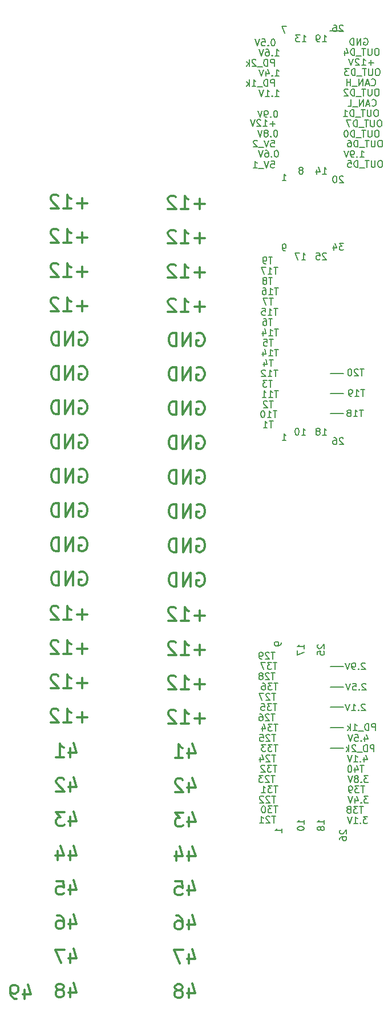
<source format=gbo>
G04 #@! TF.GenerationSoftware,KiCad,Pcbnew,7.0.6-7.0.6~ubuntu22.04.1*
G04 #@! TF.CreationDate,2023-08-08T10:36:35+00:00*
G04 #@! TF.ProjectId,digital_inputs,64696769-7461-46c5-9f69-6e707574732e,rev?*
G04 #@! TF.SameCoordinates,Original*
G04 #@! TF.FileFunction,Legend,Bot*
G04 #@! TF.FilePolarity,Positive*
%FSLAX46Y46*%
G04 Gerber Fmt 4.6, Leading zero omitted, Abs format (unit mm)*
G04 Created by KiCad (PCBNEW 7.0.6-7.0.6~ubuntu22.04.1) date 2023-08-08 10:36:35*
%MOMM*%
%LPD*%
G01*
G04 APERTURE LIST*
%ADD10C,0.150000*%
%ADD11C,0.300000*%
G04 APERTURE END LIST*
D10*
X171400000Y51300000D02*
X173300000Y51300000D01*
X171400000Y39200000D02*
X173300000Y39200000D01*
X171400000Y91800000D02*
X173300000Y91800000D01*
X171400000Y45300000D02*
X173300000Y45300000D01*
X171300000Y145550000D02*
X173200000Y145550000D01*
X171400000Y48300000D02*
X173300000Y48300000D01*
X171400000Y94800000D02*
X173300000Y94800000D01*
X171400000Y42300000D02*
X173300000Y42300000D01*
X171400000Y88800000D02*
X173300000Y88800000D01*
D11*
X152696666Y104637267D02*
X151172857Y104637267D01*
X151934761Y103875362D02*
X151934761Y105399172D01*
X149172857Y103875362D02*
X150315714Y103875362D01*
X149744286Y103875362D02*
X149744286Y105875362D01*
X149744286Y105875362D02*
X149934762Y105589648D01*
X149934762Y105589648D02*
X150125238Y105399172D01*
X150125238Y105399172D02*
X150315714Y105303934D01*
X148410952Y105684886D02*
X148315714Y105780124D01*
X148315714Y105780124D02*
X148125238Y105875362D01*
X148125238Y105875362D02*
X147649047Y105875362D01*
X147649047Y105875362D02*
X147458571Y105780124D01*
X147458571Y105780124D02*
X147363333Y105684886D01*
X147363333Y105684886D02*
X147268095Y105494410D01*
X147268095Y105494410D02*
X147268095Y105303934D01*
X147268095Y105303934D02*
X147363333Y105018220D01*
X147363333Y105018220D02*
X148506190Y103875362D01*
X148506190Y103875362D02*
X147268095Y103875362D01*
D10*
X176452380Y40911848D02*
X176452380Y40245181D01*
X176690475Y41292800D02*
X176928570Y40578515D01*
X176928570Y40578515D02*
X176309523Y40578515D01*
X175928570Y40340420D02*
X175880951Y40292800D01*
X175880951Y40292800D02*
X175928570Y40245181D01*
X175928570Y40245181D02*
X175976189Y40292800D01*
X175976189Y40292800D02*
X175928570Y40340420D01*
X175928570Y40340420D02*
X175928570Y40245181D01*
X174976190Y41245181D02*
X175452380Y41245181D01*
X175452380Y41245181D02*
X175499999Y40768991D01*
X175499999Y40768991D02*
X175452380Y40816610D01*
X175452380Y40816610D02*
X175357142Y40864229D01*
X175357142Y40864229D02*
X175119047Y40864229D01*
X175119047Y40864229D02*
X175023809Y40816610D01*
X175023809Y40816610D02*
X174976190Y40768991D01*
X174976190Y40768991D02*
X174928571Y40673753D01*
X174928571Y40673753D02*
X174928571Y40435658D01*
X174928571Y40435658D02*
X174976190Y40340420D01*
X174976190Y40340420D02*
X175023809Y40292800D01*
X175023809Y40292800D02*
X175119047Y40245181D01*
X175119047Y40245181D02*
X175357142Y40245181D01*
X175357142Y40245181D02*
X175452380Y40292800D01*
X175452380Y40292800D02*
X175499999Y40340420D01*
X174642856Y41245181D02*
X174309523Y40245181D01*
X174309523Y40245181D02*
X173976190Y41245181D01*
X163157142Y138845181D02*
X163728570Y138845181D01*
X163442856Y138845181D02*
X163442856Y139845181D01*
X163442856Y139845181D02*
X163538094Y139702324D01*
X163538094Y139702324D02*
X163633332Y139607086D01*
X163633332Y139607086D02*
X163728570Y139559467D01*
X162728570Y138940420D02*
X162680951Y138892800D01*
X162680951Y138892800D02*
X162728570Y138845181D01*
X162728570Y138845181D02*
X162776189Y138892800D01*
X162776189Y138892800D02*
X162728570Y138940420D01*
X162728570Y138940420D02*
X162728570Y138845181D01*
X161823809Y139511848D02*
X161823809Y138845181D01*
X162061904Y139892800D02*
X162299999Y139178515D01*
X162299999Y139178515D02*
X161680952Y139178515D01*
X161442856Y139845181D02*
X161109523Y138845181D01*
X161109523Y138845181D02*
X160776190Y139845181D01*
X163538094Y42770181D02*
X162966666Y42770181D01*
X163252380Y41770181D02*
X163252380Y42770181D01*
X162728570Y42770181D02*
X162109523Y42770181D01*
X162109523Y42770181D02*
X162442856Y42389229D01*
X162442856Y42389229D02*
X162299999Y42389229D01*
X162299999Y42389229D02*
X162204761Y42341610D01*
X162204761Y42341610D02*
X162157142Y42293991D01*
X162157142Y42293991D02*
X162109523Y42198753D01*
X162109523Y42198753D02*
X162109523Y41960658D01*
X162109523Y41960658D02*
X162157142Y41865420D01*
X162157142Y41865420D02*
X162204761Y41817800D01*
X162204761Y41817800D02*
X162299999Y41770181D01*
X162299999Y41770181D02*
X162585713Y41770181D01*
X162585713Y41770181D02*
X162680951Y41817800D01*
X162680951Y41817800D02*
X162728570Y41865420D01*
X161252380Y42436848D02*
X161252380Y41770181D01*
X161490475Y42817800D02*
X161728570Y42103515D01*
X161728570Y42103515D02*
X161109523Y42103515D01*
X178023809Y41845181D02*
X178023809Y42845181D01*
X178023809Y42845181D02*
X177642857Y42845181D01*
X177642857Y42845181D02*
X177547619Y42797562D01*
X177547619Y42797562D02*
X177500000Y42749943D01*
X177500000Y42749943D02*
X177452381Y42654705D01*
X177452381Y42654705D02*
X177452381Y42511848D01*
X177452381Y42511848D02*
X177500000Y42416610D01*
X177500000Y42416610D02*
X177547619Y42368991D01*
X177547619Y42368991D02*
X177642857Y42321372D01*
X177642857Y42321372D02*
X178023809Y42321372D01*
X177023809Y41845181D02*
X177023809Y42845181D01*
X177023809Y42845181D02*
X176785714Y42845181D01*
X176785714Y42845181D02*
X176642857Y42797562D01*
X176642857Y42797562D02*
X176547619Y42702324D01*
X176547619Y42702324D02*
X176500000Y42607086D01*
X176500000Y42607086D02*
X176452381Y42416610D01*
X176452381Y42416610D02*
X176452381Y42273753D01*
X176452381Y42273753D02*
X176500000Y42083277D01*
X176500000Y42083277D02*
X176547619Y41988039D01*
X176547619Y41988039D02*
X176642857Y41892800D01*
X176642857Y41892800D02*
X176785714Y41845181D01*
X176785714Y41845181D02*
X177023809Y41845181D01*
X176261905Y41749943D02*
X175500000Y41749943D01*
X174738095Y41845181D02*
X175309523Y41845181D01*
X175023809Y41845181D02*
X175023809Y42845181D01*
X175023809Y42845181D02*
X175119047Y42702324D01*
X175119047Y42702324D02*
X175214285Y42607086D01*
X175214285Y42607086D02*
X175309523Y42559467D01*
X174309523Y41845181D02*
X174309523Y42845181D01*
X174214285Y42226134D02*
X173928571Y41845181D01*
X173928571Y42511848D02*
X174309523Y42130896D01*
D11*
X135291666Y53952267D02*
X133767857Y53952267D01*
X134529761Y53190362D02*
X134529761Y54714172D01*
X131767857Y53190362D02*
X132910714Y53190362D01*
X132339286Y53190362D02*
X132339286Y55190362D01*
X132339286Y55190362D02*
X132529762Y54904648D01*
X132529762Y54904648D02*
X132720238Y54714172D01*
X132720238Y54714172D02*
X132910714Y54618934D01*
X131005952Y54999886D02*
X130910714Y55095124D01*
X130910714Y55095124D02*
X130720238Y55190362D01*
X130720238Y55190362D02*
X130244047Y55190362D01*
X130244047Y55190362D02*
X130053571Y55095124D01*
X130053571Y55095124D02*
X129958333Y54999886D01*
X129958333Y54999886D02*
X129863095Y54809410D01*
X129863095Y54809410D02*
X129863095Y54618934D01*
X129863095Y54618934D02*
X129958333Y54333220D01*
X129958333Y54333220D02*
X131101190Y53190362D01*
X131101190Y53190362D02*
X129863095Y53190362D01*
X151578809Y70200124D02*
X151769285Y70295362D01*
X151769285Y70295362D02*
X152054999Y70295362D01*
X152054999Y70295362D02*
X152340714Y70200124D01*
X152340714Y70200124D02*
X152531190Y70009648D01*
X152531190Y70009648D02*
X152626428Y69819172D01*
X152626428Y69819172D02*
X152721666Y69438220D01*
X152721666Y69438220D02*
X152721666Y69152505D01*
X152721666Y69152505D02*
X152626428Y68771553D01*
X152626428Y68771553D02*
X152531190Y68581077D01*
X152531190Y68581077D02*
X152340714Y68390600D01*
X152340714Y68390600D02*
X152054999Y68295362D01*
X152054999Y68295362D02*
X151864523Y68295362D01*
X151864523Y68295362D02*
X151578809Y68390600D01*
X151578809Y68390600D02*
X151483571Y68485839D01*
X151483571Y68485839D02*
X151483571Y69152505D01*
X151483571Y69152505D02*
X151864523Y69152505D01*
X150626428Y68295362D02*
X150626428Y70295362D01*
X150626428Y70295362D02*
X149483571Y68295362D01*
X149483571Y68295362D02*
X149483571Y70295362D01*
X148531190Y68295362D02*
X148531190Y70295362D01*
X148531190Y70295362D02*
X148055000Y70295362D01*
X148055000Y70295362D02*
X147769285Y70200124D01*
X147769285Y70200124D02*
X147578809Y70009648D01*
X147578809Y70009648D02*
X147483571Y69819172D01*
X147483571Y69819172D02*
X147388333Y69438220D01*
X147388333Y69438220D02*
X147388333Y69152505D01*
X147388333Y69152505D02*
X147483571Y68771553D01*
X147483571Y68771553D02*
X147578809Y68581077D01*
X147578809Y68581077D02*
X147769285Y68390600D01*
X147769285Y68390600D02*
X148055000Y68295362D01*
X148055000Y68295362D02*
X148531190Y68295362D01*
X151553809Y90540124D02*
X151744285Y90635362D01*
X151744285Y90635362D02*
X152029999Y90635362D01*
X152029999Y90635362D02*
X152315714Y90540124D01*
X152315714Y90540124D02*
X152506190Y90349648D01*
X152506190Y90349648D02*
X152601428Y90159172D01*
X152601428Y90159172D02*
X152696666Y89778220D01*
X152696666Y89778220D02*
X152696666Y89492505D01*
X152696666Y89492505D02*
X152601428Y89111553D01*
X152601428Y89111553D02*
X152506190Y88921077D01*
X152506190Y88921077D02*
X152315714Y88730600D01*
X152315714Y88730600D02*
X152029999Y88635362D01*
X152029999Y88635362D02*
X151839523Y88635362D01*
X151839523Y88635362D02*
X151553809Y88730600D01*
X151553809Y88730600D02*
X151458571Y88825839D01*
X151458571Y88825839D02*
X151458571Y89492505D01*
X151458571Y89492505D02*
X151839523Y89492505D01*
X150601428Y88635362D02*
X150601428Y90635362D01*
X150601428Y90635362D02*
X149458571Y88635362D01*
X149458571Y88635362D02*
X149458571Y90635362D01*
X148506190Y88635362D02*
X148506190Y90635362D01*
X148506190Y90635362D02*
X148030000Y90635362D01*
X148030000Y90635362D02*
X147744285Y90540124D01*
X147744285Y90540124D02*
X147553809Y90349648D01*
X147553809Y90349648D02*
X147458571Y90159172D01*
X147458571Y90159172D02*
X147363333Y89778220D01*
X147363333Y89778220D02*
X147363333Y89492505D01*
X147363333Y89492505D02*
X147458571Y89111553D01*
X147458571Y89111553D02*
X147553809Y88921077D01*
X147553809Y88921077D02*
X147744285Y88730600D01*
X147744285Y88730600D02*
X148030000Y88635362D01*
X148030000Y88635362D02*
X148506190Y88635362D01*
D10*
X163538094Y33645181D02*
X162966666Y33645181D01*
X163252380Y32645181D02*
X163252380Y33645181D01*
X162728570Y33645181D02*
X162109523Y33645181D01*
X162109523Y33645181D02*
X162442856Y33264229D01*
X162442856Y33264229D02*
X162299999Y33264229D01*
X162299999Y33264229D02*
X162204761Y33216610D01*
X162204761Y33216610D02*
X162157142Y33168991D01*
X162157142Y33168991D02*
X162109523Y33073753D01*
X162109523Y33073753D02*
X162109523Y32835658D01*
X162109523Y32835658D02*
X162157142Y32740420D01*
X162157142Y32740420D02*
X162204761Y32692800D01*
X162204761Y32692800D02*
X162299999Y32645181D01*
X162299999Y32645181D02*
X162585713Y32645181D01*
X162585713Y32645181D02*
X162680951Y32692800D01*
X162680951Y32692800D02*
X162728570Y32740420D01*
X161157142Y32645181D02*
X161728570Y32645181D01*
X161442856Y32645181D02*
X161442856Y33645181D01*
X161442856Y33645181D02*
X161538094Y33502324D01*
X161538094Y33502324D02*
X161633332Y33407086D01*
X161633332Y33407086D02*
X161728570Y33359467D01*
X163538094Y48870181D02*
X162966666Y48870181D01*
X163252380Y47870181D02*
X163252380Y48870181D01*
X162728570Y48870181D02*
X162109523Y48870181D01*
X162109523Y48870181D02*
X162442856Y48489229D01*
X162442856Y48489229D02*
X162299999Y48489229D01*
X162299999Y48489229D02*
X162204761Y48441610D01*
X162204761Y48441610D02*
X162157142Y48393991D01*
X162157142Y48393991D02*
X162109523Y48298753D01*
X162109523Y48298753D02*
X162109523Y48060658D01*
X162109523Y48060658D02*
X162157142Y47965420D01*
X162157142Y47965420D02*
X162204761Y47917800D01*
X162204761Y47917800D02*
X162299999Y47870181D01*
X162299999Y47870181D02*
X162585713Y47870181D01*
X162585713Y47870181D02*
X162680951Y47917800D01*
X162680951Y47917800D02*
X162728570Y47965420D01*
X161252380Y48870181D02*
X161442856Y48870181D01*
X161442856Y48870181D02*
X161538094Y48822562D01*
X161538094Y48822562D02*
X161585713Y48774943D01*
X161585713Y48774943D02*
X161680951Y48632086D01*
X161680951Y48632086D02*
X161728570Y48441610D01*
X161728570Y48441610D02*
X161728570Y48060658D01*
X161728570Y48060658D02*
X161680951Y47965420D01*
X161680951Y47965420D02*
X161633332Y47917800D01*
X161633332Y47917800D02*
X161538094Y47870181D01*
X161538094Y47870181D02*
X161347618Y47870181D01*
X161347618Y47870181D02*
X161252380Y47917800D01*
X161252380Y47917800D02*
X161204761Y47965420D01*
X161204761Y47965420D02*
X161157142Y48060658D01*
X161157142Y48060658D02*
X161157142Y48298753D01*
X161157142Y48298753D02*
X161204761Y48393991D01*
X161204761Y48393991D02*
X161252380Y48441610D01*
X161252380Y48441610D02*
X161347618Y48489229D01*
X161347618Y48489229D02*
X161538094Y48489229D01*
X161538094Y48489229D02*
X161633332Y48441610D01*
X161633332Y48441610D02*
X161680951Y48393991D01*
X161680951Y48393991D02*
X161728570Y48298753D01*
D11*
X134123809Y90675124D02*
X134314285Y90770362D01*
X134314285Y90770362D02*
X134599999Y90770362D01*
X134599999Y90770362D02*
X134885714Y90675124D01*
X134885714Y90675124D02*
X135076190Y90484648D01*
X135076190Y90484648D02*
X135171428Y90294172D01*
X135171428Y90294172D02*
X135266666Y89913220D01*
X135266666Y89913220D02*
X135266666Y89627505D01*
X135266666Y89627505D02*
X135171428Y89246553D01*
X135171428Y89246553D02*
X135076190Y89056077D01*
X135076190Y89056077D02*
X134885714Y88865600D01*
X134885714Y88865600D02*
X134599999Y88770362D01*
X134599999Y88770362D02*
X134409523Y88770362D01*
X134409523Y88770362D02*
X134123809Y88865600D01*
X134123809Y88865600D02*
X134028571Y88960839D01*
X134028571Y88960839D02*
X134028571Y89627505D01*
X134028571Y89627505D02*
X134409523Y89627505D01*
X133171428Y88770362D02*
X133171428Y90770362D01*
X133171428Y90770362D02*
X132028571Y88770362D01*
X132028571Y88770362D02*
X132028571Y90770362D01*
X131076190Y88770362D02*
X131076190Y90770362D01*
X131076190Y90770362D02*
X130600000Y90770362D01*
X130600000Y90770362D02*
X130314285Y90675124D01*
X130314285Y90675124D02*
X130123809Y90484648D01*
X130123809Y90484648D02*
X130028571Y90294172D01*
X130028571Y90294172D02*
X129933333Y89913220D01*
X129933333Y89913220D02*
X129933333Y89627505D01*
X129933333Y89627505D02*
X130028571Y89246553D01*
X130028571Y89246553D02*
X130123809Y89056077D01*
X130123809Y89056077D02*
X130314285Y88865600D01*
X130314285Y88865600D02*
X130600000Y88770362D01*
X130600000Y88770362D02*
X131076190Y88770362D01*
D10*
X162761904Y108995181D02*
X162190476Y108995181D01*
X162476190Y107995181D02*
X162476190Y108995181D01*
X161714285Y108566610D02*
X161809523Y108614229D01*
X161809523Y108614229D02*
X161857142Y108661848D01*
X161857142Y108661848D02*
X161904761Y108757086D01*
X161904761Y108757086D02*
X161904761Y108804705D01*
X161904761Y108804705D02*
X161857142Y108899943D01*
X161857142Y108899943D02*
X161809523Y108947562D01*
X161809523Y108947562D02*
X161714285Y108995181D01*
X161714285Y108995181D02*
X161523809Y108995181D01*
X161523809Y108995181D02*
X161428571Y108947562D01*
X161428571Y108947562D02*
X161380952Y108899943D01*
X161380952Y108899943D02*
X161333333Y108804705D01*
X161333333Y108804705D02*
X161333333Y108757086D01*
X161333333Y108757086D02*
X161380952Y108661848D01*
X161380952Y108661848D02*
X161428571Y108614229D01*
X161428571Y108614229D02*
X161523809Y108566610D01*
X161523809Y108566610D02*
X161714285Y108566610D01*
X161714285Y108566610D02*
X161809523Y108518991D01*
X161809523Y108518991D02*
X161857142Y108471372D01*
X161857142Y108471372D02*
X161904761Y108376134D01*
X161904761Y108376134D02*
X161904761Y108185658D01*
X161904761Y108185658D02*
X161857142Y108090420D01*
X161857142Y108090420D02*
X161809523Y108042800D01*
X161809523Y108042800D02*
X161714285Y107995181D01*
X161714285Y107995181D02*
X161523809Y107995181D01*
X161523809Y107995181D02*
X161428571Y108042800D01*
X161428571Y108042800D02*
X161380952Y108090420D01*
X161380952Y108090420D02*
X161333333Y108185658D01*
X161333333Y108185658D02*
X161333333Y108376134D01*
X161333333Y108376134D02*
X161380952Y108471372D01*
X161380952Y108471372D02*
X161428571Y108518991D01*
X161428571Y108518991D02*
X161523809Y108566610D01*
D11*
X135266666Y114932267D02*
X133742857Y114932267D01*
X134504761Y114170362D02*
X134504761Y115694172D01*
X131742857Y114170362D02*
X132885714Y114170362D01*
X132314286Y114170362D02*
X132314286Y116170362D01*
X132314286Y116170362D02*
X132504762Y115884648D01*
X132504762Y115884648D02*
X132695238Y115694172D01*
X132695238Y115694172D02*
X132885714Y115598934D01*
X130980952Y115979886D02*
X130885714Y116075124D01*
X130885714Y116075124D02*
X130695238Y116170362D01*
X130695238Y116170362D02*
X130219047Y116170362D01*
X130219047Y116170362D02*
X130028571Y116075124D01*
X130028571Y116075124D02*
X129933333Y115979886D01*
X129933333Y115979886D02*
X129838095Y115789410D01*
X129838095Y115789410D02*
X129838095Y115598934D01*
X129838095Y115598934D02*
X129933333Y115313220D01*
X129933333Y115313220D02*
X131076190Y114170362D01*
X131076190Y114170362D02*
X129838095Y114170362D01*
D10*
X163438094Y51920181D02*
X162866666Y51920181D01*
X163152380Y50920181D02*
X163152380Y51920181D01*
X162628570Y51920181D02*
X162009523Y51920181D01*
X162009523Y51920181D02*
X162342856Y51539229D01*
X162342856Y51539229D02*
X162199999Y51539229D01*
X162199999Y51539229D02*
X162104761Y51491610D01*
X162104761Y51491610D02*
X162057142Y51443991D01*
X162057142Y51443991D02*
X162009523Y51348753D01*
X162009523Y51348753D02*
X162009523Y51110658D01*
X162009523Y51110658D02*
X162057142Y51015420D01*
X162057142Y51015420D02*
X162104761Y50967800D01*
X162104761Y50967800D02*
X162199999Y50920181D01*
X162199999Y50920181D02*
X162485713Y50920181D01*
X162485713Y50920181D02*
X162580951Y50967800D01*
X162580951Y50967800D02*
X162628570Y51015420D01*
X161676189Y51920181D02*
X161009523Y51920181D01*
X161009523Y51920181D02*
X161438094Y50920181D01*
D11*
X152696666Y114797267D02*
X151172857Y114797267D01*
X151934761Y114035362D02*
X151934761Y115559172D01*
X149172857Y114035362D02*
X150315714Y114035362D01*
X149744286Y114035362D02*
X149744286Y116035362D01*
X149744286Y116035362D02*
X149934762Y115749648D01*
X149934762Y115749648D02*
X150125238Y115559172D01*
X150125238Y115559172D02*
X150315714Y115463934D01*
X148410952Y115844886D02*
X148315714Y115940124D01*
X148315714Y115940124D02*
X148125238Y116035362D01*
X148125238Y116035362D02*
X147649047Y116035362D01*
X147649047Y116035362D02*
X147458571Y115940124D01*
X147458571Y115940124D02*
X147363333Y115844886D01*
X147363333Y115844886D02*
X147268095Y115654410D01*
X147268095Y115654410D02*
X147268095Y115463934D01*
X147268095Y115463934D02*
X147363333Y115178220D01*
X147363333Y115178220D02*
X148506190Y114035362D01*
X148506190Y114035362D02*
X147268095Y114035362D01*
X152721666Y53817267D02*
X151197857Y53817267D01*
X151959761Y53055362D02*
X151959761Y54579172D01*
X149197857Y53055362D02*
X150340714Y53055362D01*
X149769286Y53055362D02*
X149769286Y55055362D01*
X149769286Y55055362D02*
X149959762Y54769648D01*
X149959762Y54769648D02*
X150150238Y54579172D01*
X150150238Y54579172D02*
X150340714Y54483934D01*
X148435952Y54864886D02*
X148340714Y54960124D01*
X148340714Y54960124D02*
X148150238Y55055362D01*
X148150238Y55055362D02*
X147674047Y55055362D01*
X147674047Y55055362D02*
X147483571Y54960124D01*
X147483571Y54960124D02*
X147388333Y54864886D01*
X147388333Y54864886D02*
X147293095Y54674410D01*
X147293095Y54674410D02*
X147293095Y54483934D01*
X147293095Y54483934D02*
X147388333Y54198220D01*
X147388333Y54198220D02*
X148531190Y53055362D01*
X148531190Y53055362D02*
X147293095Y53055362D01*
D10*
X163138094Y35170181D02*
X162566666Y35170181D01*
X162852380Y34170181D02*
X162852380Y35170181D01*
X162280951Y35074943D02*
X162233332Y35122562D01*
X162233332Y35122562D02*
X162138094Y35170181D01*
X162138094Y35170181D02*
X161899999Y35170181D01*
X161899999Y35170181D02*
X161804761Y35122562D01*
X161804761Y35122562D02*
X161757142Y35074943D01*
X161757142Y35074943D02*
X161709523Y34979705D01*
X161709523Y34979705D02*
X161709523Y34884467D01*
X161709523Y34884467D02*
X161757142Y34741610D01*
X161757142Y34741610D02*
X162328570Y34170181D01*
X162328570Y34170181D02*
X161709523Y34170181D01*
X161376189Y35170181D02*
X160757142Y35170181D01*
X160757142Y35170181D02*
X161090475Y34789229D01*
X161090475Y34789229D02*
X160947618Y34789229D01*
X160947618Y34789229D02*
X160852380Y34741610D01*
X160852380Y34741610D02*
X160804761Y34693991D01*
X160804761Y34693991D02*
X160757142Y34598753D01*
X160757142Y34598753D02*
X160757142Y34360658D01*
X160757142Y34360658D02*
X160804761Y34265420D01*
X160804761Y34265420D02*
X160852380Y34217800D01*
X160852380Y34217800D02*
X160947618Y34170181D01*
X160947618Y34170181D02*
X161233332Y34170181D01*
X161233332Y34170181D02*
X161328570Y34217800D01*
X161328570Y34217800D02*
X161376189Y34265420D01*
D11*
X132771428Y34123696D02*
X132771428Y32790362D01*
X133247619Y34885600D02*
X133723809Y33457029D01*
X133723809Y33457029D02*
X132485714Y33457029D01*
X131819047Y34599886D02*
X131723809Y34695124D01*
X131723809Y34695124D02*
X131533333Y34790362D01*
X131533333Y34790362D02*
X131057142Y34790362D01*
X131057142Y34790362D02*
X130866666Y34695124D01*
X130866666Y34695124D02*
X130771428Y34599886D01*
X130771428Y34599886D02*
X130676190Y34409410D01*
X130676190Y34409410D02*
X130676190Y34218934D01*
X130676190Y34218934D02*
X130771428Y33933220D01*
X130771428Y33933220D02*
X131914285Y32790362D01*
X131914285Y32790362D02*
X130676190Y32790362D01*
D10*
X176528570Y45674943D02*
X176480951Y45722562D01*
X176480951Y45722562D02*
X176385713Y45770181D01*
X176385713Y45770181D02*
X176147618Y45770181D01*
X176147618Y45770181D02*
X176052380Y45722562D01*
X176052380Y45722562D02*
X176004761Y45674943D01*
X176004761Y45674943D02*
X175957142Y45579705D01*
X175957142Y45579705D02*
X175957142Y45484467D01*
X175957142Y45484467D02*
X176004761Y45341610D01*
X176004761Y45341610D02*
X176576189Y44770181D01*
X176576189Y44770181D02*
X175957142Y44770181D01*
X175528570Y44865420D02*
X175480951Y44817800D01*
X175480951Y44817800D02*
X175528570Y44770181D01*
X175528570Y44770181D02*
X175576189Y44817800D01*
X175576189Y44817800D02*
X175528570Y44865420D01*
X175528570Y44865420D02*
X175528570Y44770181D01*
X174528571Y44770181D02*
X175099999Y44770181D01*
X174814285Y44770181D02*
X174814285Y45770181D01*
X174814285Y45770181D02*
X174909523Y45627324D01*
X174909523Y45627324D02*
X175004761Y45532086D01*
X175004761Y45532086D02*
X175099999Y45484467D01*
X174242856Y45770181D02*
X173909523Y44770181D01*
X173909523Y44770181D02*
X173576190Y45770181D01*
D11*
X134148809Y70335124D02*
X134339285Y70430362D01*
X134339285Y70430362D02*
X134624999Y70430362D01*
X134624999Y70430362D02*
X134910714Y70335124D01*
X134910714Y70335124D02*
X135101190Y70144648D01*
X135101190Y70144648D02*
X135196428Y69954172D01*
X135196428Y69954172D02*
X135291666Y69573220D01*
X135291666Y69573220D02*
X135291666Y69287505D01*
X135291666Y69287505D02*
X135196428Y68906553D01*
X135196428Y68906553D02*
X135101190Y68716077D01*
X135101190Y68716077D02*
X134910714Y68525600D01*
X134910714Y68525600D02*
X134624999Y68430362D01*
X134624999Y68430362D02*
X134434523Y68430362D01*
X134434523Y68430362D02*
X134148809Y68525600D01*
X134148809Y68525600D02*
X134053571Y68620839D01*
X134053571Y68620839D02*
X134053571Y69287505D01*
X134053571Y69287505D02*
X134434523Y69287505D01*
X133196428Y68430362D02*
X133196428Y70430362D01*
X133196428Y70430362D02*
X132053571Y68430362D01*
X132053571Y68430362D02*
X132053571Y70430362D01*
X131101190Y68430362D02*
X131101190Y70430362D01*
X131101190Y70430362D02*
X130625000Y70430362D01*
X130625000Y70430362D02*
X130339285Y70335124D01*
X130339285Y70335124D02*
X130148809Y70144648D01*
X130148809Y70144648D02*
X130053571Y69954172D01*
X130053571Y69954172D02*
X129958333Y69573220D01*
X129958333Y69573220D02*
X129958333Y69287505D01*
X129958333Y69287505D02*
X130053571Y68906553D01*
X130053571Y68906553D02*
X130148809Y68716077D01*
X130148809Y68716077D02*
X130339285Y68525600D01*
X130339285Y68525600D02*
X130625000Y68430362D01*
X130625000Y68430362D02*
X131101190Y68430362D01*
X152696666Y119877267D02*
X151172857Y119877267D01*
X151934761Y119115362D02*
X151934761Y120639172D01*
X149172857Y119115362D02*
X150315714Y119115362D01*
X149744286Y119115362D02*
X149744286Y121115362D01*
X149744286Y121115362D02*
X149934762Y120829648D01*
X149934762Y120829648D02*
X150125238Y120639172D01*
X150125238Y120639172D02*
X150315714Y120543934D01*
X148410952Y120924886D02*
X148315714Y121020124D01*
X148315714Y121020124D02*
X148125238Y121115362D01*
X148125238Y121115362D02*
X147649047Y121115362D01*
X147649047Y121115362D02*
X147458571Y121020124D01*
X147458571Y121020124D02*
X147363333Y120924886D01*
X147363333Y120924886D02*
X147268095Y120734410D01*
X147268095Y120734410D02*
X147268095Y120543934D01*
X147268095Y120543934D02*
X147363333Y120258220D01*
X147363333Y120258220D02*
X148506190Y119115362D01*
X148506190Y119115362D02*
X147268095Y119115362D01*
D10*
X163538094Y104420181D02*
X162966666Y104420181D01*
X163252380Y103420181D02*
X163252380Y104420181D01*
X162109523Y103420181D02*
X162680951Y103420181D01*
X162395237Y103420181D02*
X162395237Y104420181D01*
X162395237Y104420181D02*
X162490475Y104277324D01*
X162490475Y104277324D02*
X162585713Y104182086D01*
X162585713Y104182086D02*
X162680951Y104134467D01*
X161204761Y104420181D02*
X161680951Y104420181D01*
X161680951Y104420181D02*
X161728570Y103943991D01*
X161728570Y103943991D02*
X161680951Y103991610D01*
X161680951Y103991610D02*
X161585713Y104039229D01*
X161585713Y104039229D02*
X161347618Y104039229D01*
X161347618Y104039229D02*
X161252380Y103991610D01*
X161252380Y103991610D02*
X161204761Y103943991D01*
X161204761Y103943991D02*
X161157142Y103848753D01*
X161157142Y103848753D02*
X161157142Y103610658D01*
X161157142Y103610658D02*
X161204761Y103515420D01*
X161204761Y103515420D02*
X161252380Y103467800D01*
X161252380Y103467800D02*
X161347618Y103420181D01*
X161347618Y103420181D02*
X161585713Y103420181D01*
X161585713Y103420181D02*
X161680951Y103467800D01*
X161680951Y103467800D02*
X161728570Y103515420D01*
X178857142Y129345181D02*
X178666666Y129345181D01*
X178666666Y129345181D02*
X178571428Y129297562D01*
X178571428Y129297562D02*
X178476190Y129202324D01*
X178476190Y129202324D02*
X178428571Y129011848D01*
X178428571Y129011848D02*
X178428571Y128678515D01*
X178428571Y128678515D02*
X178476190Y128488039D01*
X178476190Y128488039D02*
X178571428Y128392800D01*
X178571428Y128392800D02*
X178666666Y128345181D01*
X178666666Y128345181D02*
X178857142Y128345181D01*
X178857142Y128345181D02*
X178952380Y128392800D01*
X178952380Y128392800D02*
X179047618Y128488039D01*
X179047618Y128488039D02*
X179095237Y128678515D01*
X179095237Y128678515D02*
X179095237Y129011848D01*
X179095237Y129011848D02*
X179047618Y129202324D01*
X179047618Y129202324D02*
X178952380Y129297562D01*
X178952380Y129297562D02*
X178857142Y129345181D01*
X177999999Y129345181D02*
X177999999Y128535658D01*
X177999999Y128535658D02*
X177952380Y128440420D01*
X177952380Y128440420D02*
X177904761Y128392800D01*
X177904761Y128392800D02*
X177809523Y128345181D01*
X177809523Y128345181D02*
X177619047Y128345181D01*
X177619047Y128345181D02*
X177523809Y128392800D01*
X177523809Y128392800D02*
X177476190Y128440420D01*
X177476190Y128440420D02*
X177428571Y128535658D01*
X177428571Y128535658D02*
X177428571Y129345181D01*
X177095237Y129345181D02*
X176523809Y129345181D01*
X176809523Y128345181D02*
X176809523Y129345181D01*
X176428571Y128249943D02*
X175666666Y128249943D01*
X175428570Y128345181D02*
X175428570Y129345181D01*
X175428570Y129345181D02*
X175190475Y129345181D01*
X175190475Y129345181D02*
X175047618Y129297562D01*
X175047618Y129297562D02*
X174952380Y129202324D01*
X174952380Y129202324D02*
X174904761Y129107086D01*
X174904761Y129107086D02*
X174857142Y128916610D01*
X174857142Y128916610D02*
X174857142Y128773753D01*
X174857142Y128773753D02*
X174904761Y128583277D01*
X174904761Y128583277D02*
X174952380Y128488039D01*
X174952380Y128488039D02*
X175047618Y128392800D01*
X175047618Y128392800D02*
X175190475Y128345181D01*
X175190475Y128345181D02*
X175428570Y128345181D01*
X173999999Y129345181D02*
X174190475Y129345181D01*
X174190475Y129345181D02*
X174285713Y129297562D01*
X174285713Y129297562D02*
X174333332Y129249943D01*
X174333332Y129249943D02*
X174428570Y129107086D01*
X174428570Y129107086D02*
X174476189Y128916610D01*
X174476189Y128916610D02*
X174476189Y128535658D01*
X174476189Y128535658D02*
X174428570Y128440420D01*
X174428570Y128440420D02*
X174380951Y128392800D01*
X174380951Y128392800D02*
X174285713Y128345181D01*
X174285713Y128345181D02*
X174095237Y128345181D01*
X174095237Y128345181D02*
X173999999Y128392800D01*
X173999999Y128392800D02*
X173952380Y128440420D01*
X173952380Y128440420D02*
X173904761Y128535658D01*
X173904761Y128535658D02*
X173904761Y128773753D01*
X173904761Y128773753D02*
X173952380Y128868991D01*
X173952380Y128868991D02*
X173999999Y128916610D01*
X173999999Y128916610D02*
X174095237Y128964229D01*
X174095237Y128964229D02*
X174285713Y128964229D01*
X174285713Y128964229D02*
X174380951Y128916610D01*
X174380951Y128916610D02*
X174428570Y128868991D01*
X174428570Y128868991D02*
X174476189Y128773753D01*
D11*
X150371428Y13703696D02*
X150371428Y12370362D01*
X150847619Y14465600D02*
X151323809Y13037029D01*
X151323809Y13037029D02*
X150085714Y13037029D01*
X148466666Y14370362D02*
X148847619Y14370362D01*
X148847619Y14370362D02*
X149038095Y14275124D01*
X149038095Y14275124D02*
X149133333Y14179886D01*
X149133333Y14179886D02*
X149323809Y13894172D01*
X149323809Y13894172D02*
X149419047Y13513220D01*
X149419047Y13513220D02*
X149419047Y12751315D01*
X149419047Y12751315D02*
X149323809Y12560839D01*
X149323809Y12560839D02*
X149228571Y12465600D01*
X149228571Y12465600D02*
X149038095Y12370362D01*
X149038095Y12370362D02*
X148657142Y12370362D01*
X148657142Y12370362D02*
X148466666Y12465600D01*
X148466666Y12465600D02*
X148371428Y12560839D01*
X148371428Y12560839D02*
X148276190Y12751315D01*
X148276190Y12751315D02*
X148276190Y13227505D01*
X148276190Y13227505D02*
X148371428Y13417981D01*
X148371428Y13417981D02*
X148466666Y13513220D01*
X148466666Y13513220D02*
X148657142Y13608458D01*
X148657142Y13608458D02*
X149038095Y13608458D01*
X149038095Y13608458D02*
X149228571Y13513220D01*
X149228571Y13513220D02*
X149323809Y13417981D01*
X149323809Y13417981D02*
X149419047Y13227505D01*
X134148809Y75415124D02*
X134339285Y75510362D01*
X134339285Y75510362D02*
X134624999Y75510362D01*
X134624999Y75510362D02*
X134910714Y75415124D01*
X134910714Y75415124D02*
X135101190Y75224648D01*
X135101190Y75224648D02*
X135196428Y75034172D01*
X135196428Y75034172D02*
X135291666Y74653220D01*
X135291666Y74653220D02*
X135291666Y74367505D01*
X135291666Y74367505D02*
X135196428Y73986553D01*
X135196428Y73986553D02*
X135101190Y73796077D01*
X135101190Y73796077D02*
X134910714Y73605600D01*
X134910714Y73605600D02*
X134624999Y73510362D01*
X134624999Y73510362D02*
X134434523Y73510362D01*
X134434523Y73510362D02*
X134148809Y73605600D01*
X134148809Y73605600D02*
X134053571Y73700839D01*
X134053571Y73700839D02*
X134053571Y74367505D01*
X134053571Y74367505D02*
X134434523Y74367505D01*
X133196428Y73510362D02*
X133196428Y75510362D01*
X133196428Y75510362D02*
X132053571Y73510362D01*
X132053571Y73510362D02*
X132053571Y75510362D01*
X131101190Y73510362D02*
X131101190Y75510362D01*
X131101190Y75510362D02*
X130625000Y75510362D01*
X130625000Y75510362D02*
X130339285Y75415124D01*
X130339285Y75415124D02*
X130148809Y75224648D01*
X130148809Y75224648D02*
X130053571Y75034172D01*
X130053571Y75034172D02*
X129958333Y74653220D01*
X129958333Y74653220D02*
X129958333Y74367505D01*
X129958333Y74367505D02*
X130053571Y73986553D01*
X130053571Y73986553D02*
X130148809Y73796077D01*
X130148809Y73796077D02*
X130339285Y73605600D01*
X130339285Y73605600D02*
X130625000Y73510362D01*
X130625000Y73510362D02*
X131101190Y73510362D01*
X134123809Y85595124D02*
X134314285Y85690362D01*
X134314285Y85690362D02*
X134599999Y85690362D01*
X134599999Y85690362D02*
X134885714Y85595124D01*
X134885714Y85595124D02*
X135076190Y85404648D01*
X135076190Y85404648D02*
X135171428Y85214172D01*
X135171428Y85214172D02*
X135266666Y84833220D01*
X135266666Y84833220D02*
X135266666Y84547505D01*
X135266666Y84547505D02*
X135171428Y84166553D01*
X135171428Y84166553D02*
X135076190Y83976077D01*
X135076190Y83976077D02*
X134885714Y83785600D01*
X134885714Y83785600D02*
X134599999Y83690362D01*
X134599999Y83690362D02*
X134409523Y83690362D01*
X134409523Y83690362D02*
X134123809Y83785600D01*
X134123809Y83785600D02*
X134028571Y83880839D01*
X134028571Y83880839D02*
X134028571Y84547505D01*
X134028571Y84547505D02*
X134409523Y84547505D01*
X133171428Y83690362D02*
X133171428Y85690362D01*
X133171428Y85690362D02*
X132028571Y83690362D01*
X132028571Y83690362D02*
X132028571Y85690362D01*
X131076190Y83690362D02*
X131076190Y85690362D01*
X131076190Y85690362D02*
X130600000Y85690362D01*
X130600000Y85690362D02*
X130314285Y85595124D01*
X130314285Y85595124D02*
X130123809Y85404648D01*
X130123809Y85404648D02*
X130028571Y85214172D01*
X130028571Y85214172D02*
X129933333Y84833220D01*
X129933333Y84833220D02*
X129933333Y84547505D01*
X129933333Y84547505D02*
X130028571Y84166553D01*
X130028571Y84166553D02*
X130123809Y83976077D01*
X130123809Y83976077D02*
X130314285Y83785600D01*
X130314285Y83785600D02*
X130600000Y83690362D01*
X130600000Y83690362D02*
X131076190Y83690362D01*
X152721666Y58897267D02*
X151197857Y58897267D01*
X151959761Y58135362D02*
X151959761Y59659172D01*
X149197857Y58135362D02*
X150340714Y58135362D01*
X149769286Y58135362D02*
X149769286Y60135362D01*
X149769286Y60135362D02*
X149959762Y59849648D01*
X149959762Y59849648D02*
X150150238Y59659172D01*
X150150238Y59659172D02*
X150340714Y59563934D01*
X148435952Y59944886D02*
X148340714Y60040124D01*
X148340714Y60040124D02*
X148150238Y60135362D01*
X148150238Y60135362D02*
X147674047Y60135362D01*
X147674047Y60135362D02*
X147483571Y60040124D01*
X147483571Y60040124D02*
X147388333Y59944886D01*
X147388333Y59944886D02*
X147293095Y59754410D01*
X147293095Y59754410D02*
X147293095Y59563934D01*
X147293095Y59563934D02*
X147388333Y59278220D01*
X147388333Y59278220D02*
X148531190Y58135362D01*
X148531190Y58135362D02*
X147293095Y58135362D01*
D10*
X163438094Y45820181D02*
X162866666Y45820181D01*
X163152380Y44820181D02*
X163152380Y45820181D01*
X162628570Y45820181D02*
X162009523Y45820181D01*
X162009523Y45820181D02*
X162342856Y45439229D01*
X162342856Y45439229D02*
X162199999Y45439229D01*
X162199999Y45439229D02*
X162104761Y45391610D01*
X162104761Y45391610D02*
X162057142Y45343991D01*
X162057142Y45343991D02*
X162009523Y45248753D01*
X162009523Y45248753D02*
X162009523Y45010658D01*
X162009523Y45010658D02*
X162057142Y44915420D01*
X162057142Y44915420D02*
X162104761Y44867800D01*
X162104761Y44867800D02*
X162199999Y44820181D01*
X162199999Y44820181D02*
X162485713Y44820181D01*
X162485713Y44820181D02*
X162580951Y44867800D01*
X162580951Y44867800D02*
X162628570Y44915420D01*
X161104761Y45820181D02*
X161580951Y45820181D01*
X161580951Y45820181D02*
X161628570Y45343991D01*
X161628570Y45343991D02*
X161580951Y45391610D01*
X161580951Y45391610D02*
X161485713Y45439229D01*
X161485713Y45439229D02*
X161247618Y45439229D01*
X161247618Y45439229D02*
X161152380Y45391610D01*
X161152380Y45391610D02*
X161104761Y45343991D01*
X161104761Y45343991D02*
X161057142Y45248753D01*
X161057142Y45248753D02*
X161057142Y45010658D01*
X161057142Y45010658D02*
X161104761Y44915420D01*
X161104761Y44915420D02*
X161152380Y44867800D01*
X161152380Y44867800D02*
X161247618Y44820181D01*
X161247618Y44820181D02*
X161485713Y44820181D01*
X161485713Y44820181D02*
X161580951Y44867800D01*
X161580951Y44867800D02*
X161628570Y44915420D01*
X163238094Y41245181D02*
X162666666Y41245181D01*
X162952380Y40245181D02*
X162952380Y41245181D01*
X162380951Y41149943D02*
X162333332Y41197562D01*
X162333332Y41197562D02*
X162238094Y41245181D01*
X162238094Y41245181D02*
X161999999Y41245181D01*
X161999999Y41245181D02*
X161904761Y41197562D01*
X161904761Y41197562D02*
X161857142Y41149943D01*
X161857142Y41149943D02*
X161809523Y41054705D01*
X161809523Y41054705D02*
X161809523Y40959467D01*
X161809523Y40959467D02*
X161857142Y40816610D01*
X161857142Y40816610D02*
X162428570Y40245181D01*
X162428570Y40245181D02*
X161809523Y40245181D01*
X160904761Y41245181D02*
X161380951Y41245181D01*
X161380951Y41245181D02*
X161428570Y40768991D01*
X161428570Y40768991D02*
X161380951Y40816610D01*
X161380951Y40816610D02*
X161285713Y40864229D01*
X161285713Y40864229D02*
X161047618Y40864229D01*
X161047618Y40864229D02*
X160952380Y40816610D01*
X160952380Y40816610D02*
X160904761Y40768991D01*
X160904761Y40768991D02*
X160857142Y40673753D01*
X160857142Y40673753D02*
X160857142Y40435658D01*
X160857142Y40435658D02*
X160904761Y40340420D01*
X160904761Y40340420D02*
X160952380Y40292800D01*
X160952380Y40292800D02*
X161047618Y40245181D01*
X161047618Y40245181D02*
X161285713Y40245181D01*
X161285713Y40245181D02*
X161380951Y40292800D01*
X161380951Y40292800D02*
X161428570Y40340420D01*
D11*
X150371428Y8623696D02*
X150371428Y7290362D01*
X150847619Y9385600D02*
X151323809Y7957029D01*
X151323809Y7957029D02*
X150085714Y7957029D01*
X149514285Y9290362D02*
X148180952Y9290362D01*
X148180952Y9290362D02*
X149038095Y7290362D01*
D10*
X162761904Y102895181D02*
X162190476Y102895181D01*
X162476190Y101895181D02*
X162476190Y102895181D01*
X161428571Y102895181D02*
X161619047Y102895181D01*
X161619047Y102895181D02*
X161714285Y102847562D01*
X161714285Y102847562D02*
X161761904Y102799943D01*
X161761904Y102799943D02*
X161857142Y102657086D01*
X161857142Y102657086D02*
X161904761Y102466610D01*
X161904761Y102466610D02*
X161904761Y102085658D01*
X161904761Y102085658D02*
X161857142Y101990420D01*
X161857142Y101990420D02*
X161809523Y101942800D01*
X161809523Y101942800D02*
X161714285Y101895181D01*
X161714285Y101895181D02*
X161523809Y101895181D01*
X161523809Y101895181D02*
X161428571Y101942800D01*
X161428571Y101942800D02*
X161380952Y101990420D01*
X161380952Y101990420D02*
X161333333Y102085658D01*
X161333333Y102085658D02*
X161333333Y102323753D01*
X161333333Y102323753D02*
X161380952Y102418991D01*
X161380952Y102418991D02*
X161428571Y102466610D01*
X161428571Y102466610D02*
X161523809Y102514229D01*
X161523809Y102514229D02*
X161714285Y102514229D01*
X161714285Y102514229D02*
X161809523Y102466610D01*
X161809523Y102466610D02*
X161857142Y102418991D01*
X161857142Y102418991D02*
X161904761Y102323753D01*
D11*
X135266666Y120012267D02*
X133742857Y120012267D01*
X134504761Y119250362D02*
X134504761Y120774172D01*
X131742857Y119250362D02*
X132885714Y119250362D01*
X132314286Y119250362D02*
X132314286Y121250362D01*
X132314286Y121250362D02*
X132504762Y120964648D01*
X132504762Y120964648D02*
X132695238Y120774172D01*
X132695238Y120774172D02*
X132885714Y120678934D01*
X130980952Y121059886D02*
X130885714Y121155124D01*
X130885714Y121155124D02*
X130695238Y121250362D01*
X130695238Y121250362D02*
X130219047Y121250362D01*
X130219047Y121250362D02*
X130028571Y121155124D01*
X130028571Y121155124D02*
X129933333Y121059886D01*
X129933333Y121059886D02*
X129838095Y120869410D01*
X129838095Y120869410D02*
X129838095Y120678934D01*
X129838095Y120678934D02*
X129933333Y120393220D01*
X129933333Y120393220D02*
X131076190Y119250362D01*
X131076190Y119250362D02*
X129838095Y119250362D01*
X152721666Y48737267D02*
X151197857Y48737267D01*
X151959761Y47975362D02*
X151959761Y49499172D01*
X149197857Y47975362D02*
X150340714Y47975362D01*
X149769286Y47975362D02*
X149769286Y49975362D01*
X149769286Y49975362D02*
X149959762Y49689648D01*
X149959762Y49689648D02*
X150150238Y49499172D01*
X150150238Y49499172D02*
X150340714Y49403934D01*
X148435952Y49784886D02*
X148340714Y49880124D01*
X148340714Y49880124D02*
X148150238Y49975362D01*
X148150238Y49975362D02*
X147674047Y49975362D01*
X147674047Y49975362D02*
X147483571Y49880124D01*
X147483571Y49880124D02*
X147388333Y49784886D01*
X147388333Y49784886D02*
X147293095Y49594410D01*
X147293095Y49594410D02*
X147293095Y49403934D01*
X147293095Y49403934D02*
X147388333Y49118220D01*
X147388333Y49118220D02*
X148531190Y47975362D01*
X148531190Y47975362D02*
X147293095Y47975362D01*
D10*
X176338094Y95420181D02*
X175766666Y95420181D01*
X176052380Y94420181D02*
X176052380Y95420181D01*
X175480951Y95324943D02*
X175433332Y95372562D01*
X175433332Y95372562D02*
X175338094Y95420181D01*
X175338094Y95420181D02*
X175099999Y95420181D01*
X175099999Y95420181D02*
X175004761Y95372562D01*
X175004761Y95372562D02*
X174957142Y95324943D01*
X174957142Y95324943D02*
X174909523Y95229705D01*
X174909523Y95229705D02*
X174909523Y95134467D01*
X174909523Y95134467D02*
X174957142Y94991610D01*
X174957142Y94991610D02*
X175528570Y94420181D01*
X175528570Y94420181D02*
X174909523Y94420181D01*
X174290475Y95420181D02*
X174195237Y95420181D01*
X174195237Y95420181D02*
X174099999Y95372562D01*
X174099999Y95372562D02*
X174052380Y95324943D01*
X174052380Y95324943D02*
X174004761Y95229705D01*
X174004761Y95229705D02*
X173957142Y95039229D01*
X173957142Y95039229D02*
X173957142Y94801134D01*
X173957142Y94801134D02*
X174004761Y94610658D01*
X174004761Y94610658D02*
X174052380Y94515420D01*
X174052380Y94515420D02*
X174099999Y94467800D01*
X174099999Y94467800D02*
X174195237Y94420181D01*
X174195237Y94420181D02*
X174290475Y94420181D01*
X174290475Y94420181D02*
X174385713Y94467800D01*
X174385713Y94467800D02*
X174433332Y94515420D01*
X174433332Y94515420D02*
X174480951Y94610658D01*
X174480951Y94610658D02*
X174528570Y94801134D01*
X174528570Y94801134D02*
X174528570Y95039229D01*
X174528570Y95039229D02*
X174480951Y95229705D01*
X174480951Y95229705D02*
X174433332Y95324943D01*
X174433332Y95324943D02*
X174385713Y95372562D01*
X174385713Y95372562D02*
X174290475Y95420181D01*
X163538094Y95295181D02*
X162966666Y95295181D01*
X163252380Y94295181D02*
X163252380Y95295181D01*
X162109523Y94295181D02*
X162680951Y94295181D01*
X162395237Y94295181D02*
X162395237Y95295181D01*
X162395237Y95295181D02*
X162490475Y95152324D01*
X162490475Y95152324D02*
X162585713Y95057086D01*
X162585713Y95057086D02*
X162680951Y95009467D01*
X161728570Y95199943D02*
X161680951Y95247562D01*
X161680951Y95247562D02*
X161585713Y95295181D01*
X161585713Y95295181D02*
X161347618Y95295181D01*
X161347618Y95295181D02*
X161252380Y95247562D01*
X161252380Y95247562D02*
X161204761Y95199943D01*
X161204761Y95199943D02*
X161157142Y95104705D01*
X161157142Y95104705D02*
X161157142Y95009467D01*
X161157142Y95009467D02*
X161204761Y94866610D01*
X161204761Y94866610D02*
X161776189Y94295181D01*
X161776189Y94295181D02*
X161157142Y94295181D01*
X163238094Y38220181D02*
X162666666Y38220181D01*
X162952380Y37220181D02*
X162952380Y38220181D01*
X162380951Y38124943D02*
X162333332Y38172562D01*
X162333332Y38172562D02*
X162238094Y38220181D01*
X162238094Y38220181D02*
X161999999Y38220181D01*
X161999999Y38220181D02*
X161904761Y38172562D01*
X161904761Y38172562D02*
X161857142Y38124943D01*
X161857142Y38124943D02*
X161809523Y38029705D01*
X161809523Y38029705D02*
X161809523Y37934467D01*
X161809523Y37934467D02*
X161857142Y37791610D01*
X161857142Y37791610D02*
X162428570Y37220181D01*
X162428570Y37220181D02*
X161809523Y37220181D01*
X160952380Y37886848D02*
X160952380Y37220181D01*
X161190475Y38267800D02*
X161428570Y37553515D01*
X161428570Y37553515D02*
X160809523Y37553515D01*
D11*
X125971428Y3423696D02*
X125971428Y2090362D01*
X126447619Y4185600D02*
X126923809Y2757029D01*
X126923809Y2757029D02*
X125685714Y2757029D01*
X124828571Y2090362D02*
X124447619Y2090362D01*
X124447619Y2090362D02*
X124257142Y2185600D01*
X124257142Y2185600D02*
X124161904Y2280839D01*
X124161904Y2280839D02*
X123971428Y2566553D01*
X123971428Y2566553D02*
X123876190Y2947505D01*
X123876190Y2947505D02*
X123876190Y3709410D01*
X123876190Y3709410D02*
X123971428Y3899886D01*
X123971428Y3899886D02*
X124066666Y3995124D01*
X124066666Y3995124D02*
X124257142Y4090362D01*
X124257142Y4090362D02*
X124638095Y4090362D01*
X124638095Y4090362D02*
X124828571Y3995124D01*
X124828571Y3995124D02*
X124923809Y3899886D01*
X124923809Y3899886D02*
X125019047Y3709410D01*
X125019047Y3709410D02*
X125019047Y3233220D01*
X125019047Y3233220D02*
X124923809Y3042743D01*
X124923809Y3042743D02*
X124828571Y2947505D01*
X124828571Y2947505D02*
X124638095Y2852267D01*
X124638095Y2852267D02*
X124257142Y2852267D01*
X124257142Y2852267D02*
X124066666Y2947505D01*
X124066666Y2947505D02*
X123971428Y3042743D01*
X123971428Y3042743D02*
X123876190Y3233220D01*
D10*
X176361904Y144397562D02*
X176457142Y144445181D01*
X176457142Y144445181D02*
X176599999Y144445181D01*
X176599999Y144445181D02*
X176742856Y144397562D01*
X176742856Y144397562D02*
X176838094Y144302324D01*
X176838094Y144302324D02*
X176885713Y144207086D01*
X176885713Y144207086D02*
X176933332Y144016610D01*
X176933332Y144016610D02*
X176933332Y143873753D01*
X176933332Y143873753D02*
X176885713Y143683277D01*
X176885713Y143683277D02*
X176838094Y143588039D01*
X176838094Y143588039D02*
X176742856Y143492800D01*
X176742856Y143492800D02*
X176599999Y143445181D01*
X176599999Y143445181D02*
X176504761Y143445181D01*
X176504761Y143445181D02*
X176361904Y143492800D01*
X176361904Y143492800D02*
X176314285Y143540420D01*
X176314285Y143540420D02*
X176314285Y143873753D01*
X176314285Y143873753D02*
X176504761Y143873753D01*
X175885713Y143445181D02*
X175885713Y144445181D01*
X175885713Y144445181D02*
X175314285Y143445181D01*
X175314285Y143445181D02*
X175314285Y144445181D01*
X174838094Y143445181D02*
X174838094Y144445181D01*
X174838094Y144445181D02*
X174599999Y144445181D01*
X174599999Y144445181D02*
X174457142Y144397562D01*
X174457142Y144397562D02*
X174361904Y144302324D01*
X174361904Y144302324D02*
X174314285Y144207086D01*
X174314285Y144207086D02*
X174266666Y144016610D01*
X174266666Y144016610D02*
X174266666Y143873753D01*
X174266666Y143873753D02*
X174314285Y143683277D01*
X174314285Y143683277D02*
X174361904Y143588039D01*
X174361904Y143588039D02*
X174457142Y143492800D01*
X174457142Y143492800D02*
X174599999Y143445181D01*
X174599999Y143445181D02*
X174838094Y143445181D01*
D11*
X132746428Y8703696D02*
X132746428Y7370362D01*
X133222619Y9465600D02*
X133698809Y8037029D01*
X133698809Y8037029D02*
X132460714Y8037029D01*
X131889285Y9370362D02*
X130555952Y9370362D01*
X130555952Y9370362D02*
X131413095Y7370362D01*
D10*
X176628570Y48724943D02*
X176580951Y48772562D01*
X176580951Y48772562D02*
X176485713Y48820181D01*
X176485713Y48820181D02*
X176247618Y48820181D01*
X176247618Y48820181D02*
X176152380Y48772562D01*
X176152380Y48772562D02*
X176104761Y48724943D01*
X176104761Y48724943D02*
X176057142Y48629705D01*
X176057142Y48629705D02*
X176057142Y48534467D01*
X176057142Y48534467D02*
X176104761Y48391610D01*
X176104761Y48391610D02*
X176676189Y47820181D01*
X176676189Y47820181D02*
X176057142Y47820181D01*
X175628570Y47915420D02*
X175580951Y47867800D01*
X175580951Y47867800D02*
X175628570Y47820181D01*
X175628570Y47820181D02*
X175676189Y47867800D01*
X175676189Y47867800D02*
X175628570Y47915420D01*
X175628570Y47915420D02*
X175628570Y47820181D01*
X174676190Y48820181D02*
X175152380Y48820181D01*
X175152380Y48820181D02*
X175199999Y48343991D01*
X175199999Y48343991D02*
X175152380Y48391610D01*
X175152380Y48391610D02*
X175057142Y48439229D01*
X175057142Y48439229D02*
X174819047Y48439229D01*
X174819047Y48439229D02*
X174723809Y48391610D01*
X174723809Y48391610D02*
X174676190Y48343991D01*
X174676190Y48343991D02*
X174628571Y48248753D01*
X174628571Y48248753D02*
X174628571Y48010658D01*
X174628571Y48010658D02*
X174676190Y47915420D01*
X174676190Y47915420D02*
X174723809Y47867800D01*
X174723809Y47867800D02*
X174819047Y47820181D01*
X174819047Y47820181D02*
X175057142Y47820181D01*
X175057142Y47820181D02*
X175152380Y47867800D01*
X175152380Y47867800D02*
X175199999Y47915420D01*
X174342856Y48820181D02*
X174009523Y47820181D01*
X174009523Y47820181D02*
X173676190Y48820181D01*
X162547619Y129345181D02*
X163023809Y129345181D01*
X163023809Y129345181D02*
X163071428Y128868991D01*
X163071428Y128868991D02*
X163023809Y128916610D01*
X163023809Y128916610D02*
X162928571Y128964229D01*
X162928571Y128964229D02*
X162690476Y128964229D01*
X162690476Y128964229D02*
X162595238Y128916610D01*
X162595238Y128916610D02*
X162547619Y128868991D01*
X162547619Y128868991D02*
X162500000Y128773753D01*
X162500000Y128773753D02*
X162500000Y128535658D01*
X162500000Y128535658D02*
X162547619Y128440420D01*
X162547619Y128440420D02*
X162595238Y128392800D01*
X162595238Y128392800D02*
X162690476Y128345181D01*
X162690476Y128345181D02*
X162928571Y128345181D01*
X162928571Y128345181D02*
X163023809Y128392800D01*
X163023809Y128392800D02*
X163071428Y128440420D01*
X162214285Y129345181D02*
X161880952Y128345181D01*
X161880952Y128345181D02*
X161547619Y129345181D01*
X161452381Y128249943D02*
X160690476Y128249943D01*
X160499999Y129249943D02*
X160452380Y129297562D01*
X160452380Y129297562D02*
X160357142Y129345181D01*
X160357142Y129345181D02*
X160119047Y129345181D01*
X160119047Y129345181D02*
X160023809Y129297562D01*
X160023809Y129297562D02*
X159976190Y129249943D01*
X159976190Y129249943D02*
X159928571Y129154705D01*
X159928571Y129154705D02*
X159928571Y129059467D01*
X159928571Y129059467D02*
X159976190Y128916610D01*
X159976190Y128916610D02*
X160547618Y128345181D01*
X160547618Y128345181D02*
X159928571Y128345181D01*
X176438094Y92370181D02*
X175866666Y92370181D01*
X176152380Y91370181D02*
X176152380Y92370181D01*
X175009523Y91370181D02*
X175580951Y91370181D01*
X175295237Y91370181D02*
X175295237Y92370181D01*
X175295237Y92370181D02*
X175390475Y92227324D01*
X175390475Y92227324D02*
X175485713Y92132086D01*
X175485713Y92132086D02*
X175580951Y92084467D01*
X174533332Y91370181D02*
X174342856Y91370181D01*
X174342856Y91370181D02*
X174247618Y91417800D01*
X174247618Y91417800D02*
X174199999Y91465420D01*
X174199999Y91465420D02*
X174104761Y91608277D01*
X174104761Y91608277D02*
X174057142Y91798753D01*
X174057142Y91798753D02*
X174057142Y92179705D01*
X174057142Y92179705D02*
X174104761Y92274943D01*
X174104761Y92274943D02*
X174152380Y92322562D01*
X174152380Y92322562D02*
X174247618Y92370181D01*
X174247618Y92370181D02*
X174438094Y92370181D01*
X174438094Y92370181D02*
X174533332Y92322562D01*
X174533332Y92322562D02*
X174580951Y92274943D01*
X174580951Y92274943D02*
X174628570Y92179705D01*
X174628570Y92179705D02*
X174628570Y91941610D01*
X174628570Y91941610D02*
X174580951Y91846372D01*
X174580951Y91846372D02*
X174533332Y91798753D01*
X174533332Y91798753D02*
X174438094Y91751134D01*
X174438094Y91751134D02*
X174247618Y91751134D01*
X174247618Y91751134D02*
X174152380Y91798753D01*
X174152380Y91798753D02*
X174104761Y91846372D01*
X174104761Y91846372D02*
X174057142Y91941610D01*
X178357142Y136945181D02*
X178166666Y136945181D01*
X178166666Y136945181D02*
X178071428Y136897562D01*
X178071428Y136897562D02*
X177976190Y136802324D01*
X177976190Y136802324D02*
X177928571Y136611848D01*
X177928571Y136611848D02*
X177928571Y136278515D01*
X177928571Y136278515D02*
X177976190Y136088039D01*
X177976190Y136088039D02*
X178071428Y135992800D01*
X178071428Y135992800D02*
X178166666Y135945181D01*
X178166666Y135945181D02*
X178357142Y135945181D01*
X178357142Y135945181D02*
X178452380Y135992800D01*
X178452380Y135992800D02*
X178547618Y136088039D01*
X178547618Y136088039D02*
X178595237Y136278515D01*
X178595237Y136278515D02*
X178595237Y136611848D01*
X178595237Y136611848D02*
X178547618Y136802324D01*
X178547618Y136802324D02*
X178452380Y136897562D01*
X178452380Y136897562D02*
X178357142Y136945181D01*
X177499999Y136945181D02*
X177499999Y136135658D01*
X177499999Y136135658D02*
X177452380Y136040420D01*
X177452380Y136040420D02*
X177404761Y135992800D01*
X177404761Y135992800D02*
X177309523Y135945181D01*
X177309523Y135945181D02*
X177119047Y135945181D01*
X177119047Y135945181D02*
X177023809Y135992800D01*
X177023809Y135992800D02*
X176976190Y136040420D01*
X176976190Y136040420D02*
X176928571Y136135658D01*
X176928571Y136135658D02*
X176928571Y136945181D01*
X176595237Y136945181D02*
X176023809Y136945181D01*
X176309523Y135945181D02*
X176309523Y136945181D01*
X175928571Y135849943D02*
X175166666Y135849943D01*
X174928570Y135945181D02*
X174928570Y136945181D01*
X174928570Y136945181D02*
X174690475Y136945181D01*
X174690475Y136945181D02*
X174547618Y136897562D01*
X174547618Y136897562D02*
X174452380Y136802324D01*
X174452380Y136802324D02*
X174404761Y136707086D01*
X174404761Y136707086D02*
X174357142Y136516610D01*
X174357142Y136516610D02*
X174357142Y136373753D01*
X174357142Y136373753D02*
X174404761Y136183277D01*
X174404761Y136183277D02*
X174452380Y136088039D01*
X174452380Y136088039D02*
X174547618Y135992800D01*
X174547618Y135992800D02*
X174690475Y135945181D01*
X174690475Y135945181D02*
X174928570Y135945181D01*
X173976189Y136849943D02*
X173928570Y136897562D01*
X173928570Y136897562D02*
X173833332Y136945181D01*
X173833332Y136945181D02*
X173595237Y136945181D01*
X173595237Y136945181D02*
X173499999Y136897562D01*
X173499999Y136897562D02*
X173452380Y136849943D01*
X173452380Y136849943D02*
X173404761Y136754705D01*
X173404761Y136754705D02*
X173404761Y136659467D01*
X173404761Y136659467D02*
X173452380Y136516610D01*
X173452380Y136516610D02*
X174023808Y135945181D01*
X174023808Y135945181D02*
X173404761Y135945181D01*
X178257142Y133870181D02*
X178066666Y133870181D01*
X178066666Y133870181D02*
X177971428Y133822562D01*
X177971428Y133822562D02*
X177876190Y133727324D01*
X177876190Y133727324D02*
X177828571Y133536848D01*
X177828571Y133536848D02*
X177828571Y133203515D01*
X177828571Y133203515D02*
X177876190Y133013039D01*
X177876190Y133013039D02*
X177971428Y132917800D01*
X177971428Y132917800D02*
X178066666Y132870181D01*
X178066666Y132870181D02*
X178257142Y132870181D01*
X178257142Y132870181D02*
X178352380Y132917800D01*
X178352380Y132917800D02*
X178447618Y133013039D01*
X178447618Y133013039D02*
X178495237Y133203515D01*
X178495237Y133203515D02*
X178495237Y133536848D01*
X178495237Y133536848D02*
X178447618Y133727324D01*
X178447618Y133727324D02*
X178352380Y133822562D01*
X178352380Y133822562D02*
X178257142Y133870181D01*
X177399999Y133870181D02*
X177399999Y133060658D01*
X177399999Y133060658D02*
X177352380Y132965420D01*
X177352380Y132965420D02*
X177304761Y132917800D01*
X177304761Y132917800D02*
X177209523Y132870181D01*
X177209523Y132870181D02*
X177019047Y132870181D01*
X177019047Y132870181D02*
X176923809Y132917800D01*
X176923809Y132917800D02*
X176876190Y132965420D01*
X176876190Y132965420D02*
X176828571Y133060658D01*
X176828571Y133060658D02*
X176828571Y133870181D01*
X176495237Y133870181D02*
X175923809Y133870181D01*
X176209523Y132870181D02*
X176209523Y133870181D01*
X175828571Y132774943D02*
X175066666Y132774943D01*
X174828570Y132870181D02*
X174828570Y133870181D01*
X174828570Y133870181D02*
X174590475Y133870181D01*
X174590475Y133870181D02*
X174447618Y133822562D01*
X174447618Y133822562D02*
X174352380Y133727324D01*
X174352380Y133727324D02*
X174304761Y133632086D01*
X174304761Y133632086D02*
X174257142Y133441610D01*
X174257142Y133441610D02*
X174257142Y133298753D01*
X174257142Y133298753D02*
X174304761Y133108277D01*
X174304761Y133108277D02*
X174352380Y133013039D01*
X174352380Y133013039D02*
X174447618Y132917800D01*
X174447618Y132917800D02*
X174590475Y132870181D01*
X174590475Y132870181D02*
X174828570Y132870181D01*
X173304761Y132870181D02*
X173876189Y132870181D01*
X173590475Y132870181D02*
X173590475Y133870181D01*
X173590475Y133870181D02*
X173685713Y133727324D01*
X173685713Y133727324D02*
X173780951Y133632086D01*
X173780951Y133632086D02*
X173876189Y133584467D01*
X176876189Y29070181D02*
X176257142Y29070181D01*
X176257142Y29070181D02*
X176590475Y28689229D01*
X176590475Y28689229D02*
X176447618Y28689229D01*
X176447618Y28689229D02*
X176352380Y28641610D01*
X176352380Y28641610D02*
X176304761Y28593991D01*
X176304761Y28593991D02*
X176257142Y28498753D01*
X176257142Y28498753D02*
X176257142Y28260658D01*
X176257142Y28260658D02*
X176304761Y28165420D01*
X176304761Y28165420D02*
X176352380Y28117800D01*
X176352380Y28117800D02*
X176447618Y28070181D01*
X176447618Y28070181D02*
X176733332Y28070181D01*
X176733332Y28070181D02*
X176828570Y28117800D01*
X176828570Y28117800D02*
X176876189Y28165420D01*
X175828570Y28165420D02*
X175780951Y28117800D01*
X175780951Y28117800D02*
X175828570Y28070181D01*
X175828570Y28070181D02*
X175876189Y28117800D01*
X175876189Y28117800D02*
X175828570Y28165420D01*
X175828570Y28165420D02*
X175828570Y28070181D01*
X174828571Y28070181D02*
X175399999Y28070181D01*
X175114285Y28070181D02*
X175114285Y29070181D01*
X175114285Y29070181D02*
X175209523Y28927324D01*
X175209523Y28927324D02*
X175304761Y28832086D01*
X175304761Y28832086D02*
X175399999Y28784467D01*
X174542856Y29070181D02*
X174209523Y28070181D01*
X174209523Y28070181D02*
X173876190Y29070181D01*
D11*
X135291666Y43792267D02*
X133767857Y43792267D01*
X134529761Y43030362D02*
X134529761Y44554172D01*
X131767857Y43030362D02*
X132910714Y43030362D01*
X132339286Y43030362D02*
X132339286Y45030362D01*
X132339286Y45030362D02*
X132529762Y44744648D01*
X132529762Y44744648D02*
X132720238Y44554172D01*
X132720238Y44554172D02*
X132910714Y44458934D01*
X131005952Y44839886D02*
X130910714Y44935124D01*
X130910714Y44935124D02*
X130720238Y45030362D01*
X130720238Y45030362D02*
X130244047Y45030362D01*
X130244047Y45030362D02*
X130053571Y44935124D01*
X130053571Y44935124D02*
X129958333Y44839886D01*
X129958333Y44839886D02*
X129863095Y44649410D01*
X129863095Y44649410D02*
X129863095Y44458934D01*
X129863095Y44458934D02*
X129958333Y44173220D01*
X129958333Y44173220D02*
X131101190Y43030362D01*
X131101190Y43030362D02*
X129863095Y43030362D01*
D10*
X162761904Y93770181D02*
X162190476Y93770181D01*
X162476190Y92770181D02*
X162476190Y93770181D01*
X161952380Y93770181D02*
X161333333Y93770181D01*
X161333333Y93770181D02*
X161666666Y93389229D01*
X161666666Y93389229D02*
X161523809Y93389229D01*
X161523809Y93389229D02*
X161428571Y93341610D01*
X161428571Y93341610D02*
X161380952Y93293991D01*
X161380952Y93293991D02*
X161333333Y93198753D01*
X161333333Y93198753D02*
X161333333Y92960658D01*
X161333333Y92960658D02*
X161380952Y92865420D01*
X161380952Y92865420D02*
X161428571Y92817800D01*
X161428571Y92817800D02*
X161523809Y92770181D01*
X161523809Y92770181D02*
X161809523Y92770181D01*
X161809523Y92770181D02*
X161904761Y92817800D01*
X161904761Y92817800D02*
X161952380Y92865420D01*
X176352380Y37836848D02*
X176352380Y37170181D01*
X176590475Y38217800D02*
X176828570Y37503515D01*
X176828570Y37503515D02*
X176209523Y37503515D01*
X175828570Y37265420D02*
X175780951Y37217800D01*
X175780951Y37217800D02*
X175828570Y37170181D01*
X175828570Y37170181D02*
X175876189Y37217800D01*
X175876189Y37217800D02*
X175828570Y37265420D01*
X175828570Y37265420D02*
X175828570Y37170181D01*
X174828571Y37170181D02*
X175399999Y37170181D01*
X175114285Y37170181D02*
X175114285Y38170181D01*
X175114285Y38170181D02*
X175209523Y38027324D01*
X175209523Y38027324D02*
X175304761Y37932086D01*
X175304761Y37932086D02*
X175399999Y37884467D01*
X174542856Y38170181D02*
X174209523Y37170181D01*
X174209523Y37170181D02*
X173876190Y38170181D01*
X176976189Y35120181D02*
X176357142Y35120181D01*
X176357142Y35120181D02*
X176690475Y34739229D01*
X176690475Y34739229D02*
X176547618Y34739229D01*
X176547618Y34739229D02*
X176452380Y34691610D01*
X176452380Y34691610D02*
X176404761Y34643991D01*
X176404761Y34643991D02*
X176357142Y34548753D01*
X176357142Y34548753D02*
X176357142Y34310658D01*
X176357142Y34310658D02*
X176404761Y34215420D01*
X176404761Y34215420D02*
X176452380Y34167800D01*
X176452380Y34167800D02*
X176547618Y34120181D01*
X176547618Y34120181D02*
X176833332Y34120181D01*
X176833332Y34120181D02*
X176928570Y34167800D01*
X176928570Y34167800D02*
X176976189Y34215420D01*
X175928570Y34215420D02*
X175880951Y34167800D01*
X175880951Y34167800D02*
X175928570Y34120181D01*
X175928570Y34120181D02*
X175976189Y34167800D01*
X175976189Y34167800D02*
X175928570Y34215420D01*
X175928570Y34215420D02*
X175928570Y34120181D01*
X175309523Y34691610D02*
X175404761Y34739229D01*
X175404761Y34739229D02*
X175452380Y34786848D01*
X175452380Y34786848D02*
X175499999Y34882086D01*
X175499999Y34882086D02*
X175499999Y34929705D01*
X175499999Y34929705D02*
X175452380Y35024943D01*
X175452380Y35024943D02*
X175404761Y35072562D01*
X175404761Y35072562D02*
X175309523Y35120181D01*
X175309523Y35120181D02*
X175119047Y35120181D01*
X175119047Y35120181D02*
X175023809Y35072562D01*
X175023809Y35072562D02*
X174976190Y35024943D01*
X174976190Y35024943D02*
X174928571Y34929705D01*
X174928571Y34929705D02*
X174928571Y34882086D01*
X174928571Y34882086D02*
X174976190Y34786848D01*
X174976190Y34786848D02*
X175023809Y34739229D01*
X175023809Y34739229D02*
X175119047Y34691610D01*
X175119047Y34691610D02*
X175309523Y34691610D01*
X175309523Y34691610D02*
X175404761Y34643991D01*
X175404761Y34643991D02*
X175452380Y34596372D01*
X175452380Y34596372D02*
X175499999Y34501134D01*
X175499999Y34501134D02*
X175499999Y34310658D01*
X175499999Y34310658D02*
X175452380Y34215420D01*
X175452380Y34215420D02*
X175404761Y34167800D01*
X175404761Y34167800D02*
X175309523Y34120181D01*
X175309523Y34120181D02*
X175119047Y34120181D01*
X175119047Y34120181D02*
X175023809Y34167800D01*
X175023809Y34167800D02*
X174976190Y34215420D01*
X174976190Y34215420D02*
X174928571Y34310658D01*
X174928571Y34310658D02*
X174928571Y34501134D01*
X174928571Y34501134D02*
X174976190Y34596372D01*
X174976190Y34596372D02*
X175023809Y34643991D01*
X175023809Y34643991D02*
X175119047Y34691610D01*
X174642856Y35120181D02*
X174309523Y34120181D01*
X174309523Y34120181D02*
X173976190Y35120181D01*
X163161904Y131776134D02*
X162400000Y131776134D01*
X162780952Y131395181D02*
X162780952Y132157086D01*
X161400000Y131395181D02*
X161971428Y131395181D01*
X161685714Y131395181D02*
X161685714Y132395181D01*
X161685714Y132395181D02*
X161780952Y132252324D01*
X161780952Y132252324D02*
X161876190Y132157086D01*
X161876190Y132157086D02*
X161971428Y132109467D01*
X161019047Y132299943D02*
X160971428Y132347562D01*
X160971428Y132347562D02*
X160876190Y132395181D01*
X160876190Y132395181D02*
X160638095Y132395181D01*
X160638095Y132395181D02*
X160542857Y132347562D01*
X160542857Y132347562D02*
X160495238Y132299943D01*
X160495238Y132299943D02*
X160447619Y132204705D01*
X160447619Y132204705D02*
X160447619Y132109467D01*
X160447619Y132109467D02*
X160495238Y131966610D01*
X160495238Y131966610D02*
X161066666Y131395181D01*
X161066666Y131395181D02*
X160447619Y131395181D01*
X160161904Y132395181D02*
X159828571Y131395181D01*
X159828571Y131395181D02*
X159495238Y132395181D01*
X178357142Y130820181D02*
X178166666Y130820181D01*
X178166666Y130820181D02*
X178071428Y130772562D01*
X178071428Y130772562D02*
X177976190Y130677324D01*
X177976190Y130677324D02*
X177928571Y130486848D01*
X177928571Y130486848D02*
X177928571Y130153515D01*
X177928571Y130153515D02*
X177976190Y129963039D01*
X177976190Y129963039D02*
X178071428Y129867800D01*
X178071428Y129867800D02*
X178166666Y129820181D01*
X178166666Y129820181D02*
X178357142Y129820181D01*
X178357142Y129820181D02*
X178452380Y129867800D01*
X178452380Y129867800D02*
X178547618Y129963039D01*
X178547618Y129963039D02*
X178595237Y130153515D01*
X178595237Y130153515D02*
X178595237Y130486848D01*
X178595237Y130486848D02*
X178547618Y130677324D01*
X178547618Y130677324D02*
X178452380Y130772562D01*
X178452380Y130772562D02*
X178357142Y130820181D01*
X177499999Y130820181D02*
X177499999Y130010658D01*
X177499999Y130010658D02*
X177452380Y129915420D01*
X177452380Y129915420D02*
X177404761Y129867800D01*
X177404761Y129867800D02*
X177309523Y129820181D01*
X177309523Y129820181D02*
X177119047Y129820181D01*
X177119047Y129820181D02*
X177023809Y129867800D01*
X177023809Y129867800D02*
X176976190Y129915420D01*
X176976190Y129915420D02*
X176928571Y130010658D01*
X176928571Y130010658D02*
X176928571Y130820181D01*
X176595237Y130820181D02*
X176023809Y130820181D01*
X176309523Y129820181D02*
X176309523Y130820181D01*
X175928571Y129724943D02*
X175166666Y129724943D01*
X174928570Y129820181D02*
X174928570Y130820181D01*
X174928570Y130820181D02*
X174690475Y130820181D01*
X174690475Y130820181D02*
X174547618Y130772562D01*
X174547618Y130772562D02*
X174452380Y130677324D01*
X174452380Y130677324D02*
X174404761Y130582086D01*
X174404761Y130582086D02*
X174357142Y130391610D01*
X174357142Y130391610D02*
X174357142Y130248753D01*
X174357142Y130248753D02*
X174404761Y130058277D01*
X174404761Y130058277D02*
X174452380Y129963039D01*
X174452380Y129963039D02*
X174547618Y129867800D01*
X174547618Y129867800D02*
X174690475Y129820181D01*
X174690475Y129820181D02*
X174928570Y129820181D01*
X173738094Y130820181D02*
X173642856Y130820181D01*
X173642856Y130820181D02*
X173547618Y130772562D01*
X173547618Y130772562D02*
X173499999Y130724943D01*
X173499999Y130724943D02*
X173452380Y130629705D01*
X173452380Y130629705D02*
X173404761Y130439229D01*
X173404761Y130439229D02*
X173404761Y130201134D01*
X173404761Y130201134D02*
X173452380Y130010658D01*
X173452380Y130010658D02*
X173499999Y129915420D01*
X173499999Y129915420D02*
X173547618Y129867800D01*
X173547618Y129867800D02*
X173642856Y129820181D01*
X173642856Y129820181D02*
X173738094Y129820181D01*
X173738094Y129820181D02*
X173833332Y129867800D01*
X173833332Y129867800D02*
X173880951Y129915420D01*
X173880951Y129915420D02*
X173928570Y130010658D01*
X173928570Y130010658D02*
X173976189Y130201134D01*
X173976189Y130201134D02*
X173976189Y130439229D01*
X173976189Y130439229D02*
X173928570Y130629705D01*
X173928570Y130629705D02*
X173880951Y130724943D01*
X173880951Y130724943D02*
X173833332Y130772562D01*
X173833332Y130772562D02*
X173738094Y130820181D01*
X163238094Y47345181D02*
X162666666Y47345181D01*
X162952380Y46345181D02*
X162952380Y47345181D01*
X162380951Y47249943D02*
X162333332Y47297562D01*
X162333332Y47297562D02*
X162238094Y47345181D01*
X162238094Y47345181D02*
X161999999Y47345181D01*
X161999999Y47345181D02*
X161904761Y47297562D01*
X161904761Y47297562D02*
X161857142Y47249943D01*
X161857142Y47249943D02*
X161809523Y47154705D01*
X161809523Y47154705D02*
X161809523Y47059467D01*
X161809523Y47059467D02*
X161857142Y46916610D01*
X161857142Y46916610D02*
X162428570Y46345181D01*
X162428570Y46345181D02*
X161809523Y46345181D01*
X161476189Y47345181D02*
X160809523Y47345181D01*
X160809523Y47345181D02*
X161238094Y46345181D01*
X162761904Y112045181D02*
X162190476Y112045181D01*
X162476190Y111045181D02*
X162476190Y112045181D01*
X161809523Y111045181D02*
X161619047Y111045181D01*
X161619047Y111045181D02*
X161523809Y111092800D01*
X161523809Y111092800D02*
X161476190Y111140420D01*
X161476190Y111140420D02*
X161380952Y111283277D01*
X161380952Y111283277D02*
X161333333Y111473753D01*
X161333333Y111473753D02*
X161333333Y111854705D01*
X161333333Y111854705D02*
X161380952Y111949943D01*
X161380952Y111949943D02*
X161428571Y111997562D01*
X161428571Y111997562D02*
X161523809Y112045181D01*
X161523809Y112045181D02*
X161714285Y112045181D01*
X161714285Y112045181D02*
X161809523Y111997562D01*
X161809523Y111997562D02*
X161857142Y111949943D01*
X161857142Y111949943D02*
X161904761Y111854705D01*
X161904761Y111854705D02*
X161904761Y111616610D01*
X161904761Y111616610D02*
X161857142Y111521372D01*
X161857142Y111521372D02*
X161809523Y111473753D01*
X161809523Y111473753D02*
X161714285Y111426134D01*
X161714285Y111426134D02*
X161523809Y111426134D01*
X161523809Y111426134D02*
X161428571Y111473753D01*
X161428571Y111473753D02*
X161380952Y111521372D01*
X161380952Y111521372D02*
X161333333Y111616610D01*
X176238094Y89370181D02*
X175666666Y89370181D01*
X175952380Y88370181D02*
X175952380Y89370181D01*
X174809523Y88370181D02*
X175380951Y88370181D01*
X175095237Y88370181D02*
X175095237Y89370181D01*
X175095237Y89370181D02*
X175190475Y89227324D01*
X175190475Y89227324D02*
X175285713Y89132086D01*
X175285713Y89132086D02*
X175380951Y89084467D01*
X174238094Y88941610D02*
X174333332Y88989229D01*
X174333332Y88989229D02*
X174380951Y89036848D01*
X174380951Y89036848D02*
X174428570Y89132086D01*
X174428570Y89132086D02*
X174428570Y89179705D01*
X174428570Y89179705D02*
X174380951Y89274943D01*
X174380951Y89274943D02*
X174333332Y89322562D01*
X174333332Y89322562D02*
X174238094Y89370181D01*
X174238094Y89370181D02*
X174047618Y89370181D01*
X174047618Y89370181D02*
X173952380Y89322562D01*
X173952380Y89322562D02*
X173904761Y89274943D01*
X173904761Y89274943D02*
X173857142Y89179705D01*
X173857142Y89179705D02*
X173857142Y89132086D01*
X173857142Y89132086D02*
X173904761Y89036848D01*
X173904761Y89036848D02*
X173952380Y88989229D01*
X173952380Y88989229D02*
X174047618Y88941610D01*
X174047618Y88941610D02*
X174238094Y88941610D01*
X174238094Y88941610D02*
X174333332Y88893991D01*
X174333332Y88893991D02*
X174380951Y88846372D01*
X174380951Y88846372D02*
X174428570Y88751134D01*
X174428570Y88751134D02*
X174428570Y88560658D01*
X174428570Y88560658D02*
X174380951Y88465420D01*
X174380951Y88465420D02*
X174333332Y88417800D01*
X174333332Y88417800D02*
X174238094Y88370181D01*
X174238094Y88370181D02*
X174047618Y88370181D01*
X174047618Y88370181D02*
X173952380Y88417800D01*
X173952380Y88417800D02*
X173904761Y88465420D01*
X173904761Y88465420D02*
X173857142Y88560658D01*
X173857142Y88560658D02*
X173857142Y88751134D01*
X173857142Y88751134D02*
X173904761Y88846372D01*
X173904761Y88846372D02*
X173952380Y88893991D01*
X173952380Y88893991D02*
X174047618Y88941610D01*
D11*
X132771428Y39203696D02*
X132771428Y37870362D01*
X133247619Y39965600D02*
X133723809Y38537029D01*
X133723809Y38537029D02*
X132485714Y38537029D01*
X130676190Y37870362D02*
X131819047Y37870362D01*
X131247619Y37870362D02*
X131247619Y39870362D01*
X131247619Y39870362D02*
X131438095Y39584648D01*
X131438095Y39584648D02*
X131628571Y39394172D01*
X131628571Y39394172D02*
X131819047Y39298934D01*
X150371428Y3543696D02*
X150371428Y2210362D01*
X150847619Y4305600D02*
X151323809Y2877029D01*
X151323809Y2877029D02*
X150085714Y2877029D01*
X149038095Y3353220D02*
X149228571Y3448458D01*
X149228571Y3448458D02*
X149323809Y3543696D01*
X149323809Y3543696D02*
X149419047Y3734172D01*
X149419047Y3734172D02*
X149419047Y3829410D01*
X149419047Y3829410D02*
X149323809Y4019886D01*
X149323809Y4019886D02*
X149228571Y4115124D01*
X149228571Y4115124D02*
X149038095Y4210362D01*
X149038095Y4210362D02*
X148657142Y4210362D01*
X148657142Y4210362D02*
X148466666Y4115124D01*
X148466666Y4115124D02*
X148371428Y4019886D01*
X148371428Y4019886D02*
X148276190Y3829410D01*
X148276190Y3829410D02*
X148276190Y3734172D01*
X148276190Y3734172D02*
X148371428Y3543696D01*
X148371428Y3543696D02*
X148466666Y3448458D01*
X148466666Y3448458D02*
X148657142Y3353220D01*
X148657142Y3353220D02*
X149038095Y3353220D01*
X149038095Y3353220D02*
X149228571Y3257981D01*
X149228571Y3257981D02*
X149323809Y3162743D01*
X149323809Y3162743D02*
X149419047Y2972267D01*
X149419047Y2972267D02*
X149419047Y2591315D01*
X149419047Y2591315D02*
X149323809Y2400839D01*
X149323809Y2400839D02*
X149228571Y2305600D01*
X149228571Y2305600D02*
X149038095Y2210362D01*
X149038095Y2210362D02*
X148657142Y2210362D01*
X148657142Y2210362D02*
X148466666Y2305600D01*
X148466666Y2305600D02*
X148371428Y2400839D01*
X148371428Y2400839D02*
X148276190Y2591315D01*
X148276190Y2591315D02*
X148276190Y2972267D01*
X148276190Y2972267D02*
X148371428Y3162743D01*
X148371428Y3162743D02*
X148466666Y3257981D01*
X148466666Y3257981D02*
X148657142Y3353220D01*
D10*
X162861904Y105945181D02*
X162290476Y105945181D01*
X162576190Y104945181D02*
X162576190Y105945181D01*
X162052380Y105945181D02*
X161385714Y105945181D01*
X161385714Y105945181D02*
X161814285Y104945181D01*
X178457142Y139945181D02*
X178266666Y139945181D01*
X178266666Y139945181D02*
X178171428Y139897562D01*
X178171428Y139897562D02*
X178076190Y139802324D01*
X178076190Y139802324D02*
X178028571Y139611848D01*
X178028571Y139611848D02*
X178028571Y139278515D01*
X178028571Y139278515D02*
X178076190Y139088039D01*
X178076190Y139088039D02*
X178171428Y138992800D01*
X178171428Y138992800D02*
X178266666Y138945181D01*
X178266666Y138945181D02*
X178457142Y138945181D01*
X178457142Y138945181D02*
X178552380Y138992800D01*
X178552380Y138992800D02*
X178647618Y139088039D01*
X178647618Y139088039D02*
X178695237Y139278515D01*
X178695237Y139278515D02*
X178695237Y139611848D01*
X178695237Y139611848D02*
X178647618Y139802324D01*
X178647618Y139802324D02*
X178552380Y139897562D01*
X178552380Y139897562D02*
X178457142Y139945181D01*
X177599999Y139945181D02*
X177599999Y139135658D01*
X177599999Y139135658D02*
X177552380Y139040420D01*
X177552380Y139040420D02*
X177504761Y138992800D01*
X177504761Y138992800D02*
X177409523Y138945181D01*
X177409523Y138945181D02*
X177219047Y138945181D01*
X177219047Y138945181D02*
X177123809Y138992800D01*
X177123809Y138992800D02*
X177076190Y139040420D01*
X177076190Y139040420D02*
X177028571Y139135658D01*
X177028571Y139135658D02*
X177028571Y139945181D01*
X176695237Y139945181D02*
X176123809Y139945181D01*
X176409523Y138945181D02*
X176409523Y139945181D01*
X176028571Y138849943D02*
X175266666Y138849943D01*
X175028570Y138945181D02*
X175028570Y139945181D01*
X175028570Y139945181D02*
X174790475Y139945181D01*
X174790475Y139945181D02*
X174647618Y139897562D01*
X174647618Y139897562D02*
X174552380Y139802324D01*
X174552380Y139802324D02*
X174504761Y139707086D01*
X174504761Y139707086D02*
X174457142Y139516610D01*
X174457142Y139516610D02*
X174457142Y139373753D01*
X174457142Y139373753D02*
X174504761Y139183277D01*
X174504761Y139183277D02*
X174552380Y139088039D01*
X174552380Y139088039D02*
X174647618Y138992800D01*
X174647618Y138992800D02*
X174790475Y138945181D01*
X174790475Y138945181D02*
X175028570Y138945181D01*
X174123808Y139945181D02*
X173504761Y139945181D01*
X173504761Y139945181D02*
X173838094Y139564229D01*
X173838094Y139564229D02*
X173695237Y139564229D01*
X173695237Y139564229D02*
X173599999Y139516610D01*
X173599999Y139516610D02*
X173552380Y139468991D01*
X173552380Y139468991D02*
X173504761Y139373753D01*
X173504761Y139373753D02*
X173504761Y139135658D01*
X173504761Y139135658D02*
X173552380Y139040420D01*
X173552380Y139040420D02*
X173599999Y138992800D01*
X173599999Y138992800D02*
X173695237Y138945181D01*
X173695237Y138945181D02*
X173980951Y138945181D01*
X173980951Y138945181D02*
X174076189Y138992800D01*
X174076189Y138992800D02*
X174123808Y139040420D01*
X163438094Y89245181D02*
X162866666Y89245181D01*
X163152380Y88245181D02*
X163152380Y89245181D01*
X162009523Y88245181D02*
X162580951Y88245181D01*
X162295237Y88245181D02*
X162295237Y89245181D01*
X162295237Y89245181D02*
X162390475Y89102324D01*
X162390475Y89102324D02*
X162485713Y89007086D01*
X162485713Y89007086D02*
X162580951Y88959467D01*
X161390475Y89245181D02*
X161295237Y89245181D01*
X161295237Y89245181D02*
X161199999Y89197562D01*
X161199999Y89197562D02*
X161152380Y89149943D01*
X161152380Y89149943D02*
X161104761Y89054705D01*
X161104761Y89054705D02*
X161057142Y88864229D01*
X161057142Y88864229D02*
X161057142Y88626134D01*
X161057142Y88626134D02*
X161104761Y88435658D01*
X161104761Y88435658D02*
X161152380Y88340420D01*
X161152380Y88340420D02*
X161199999Y88292800D01*
X161199999Y88292800D02*
X161295237Y88245181D01*
X161295237Y88245181D02*
X161390475Y88245181D01*
X161390475Y88245181D02*
X161485713Y88292800D01*
X161485713Y88292800D02*
X161533332Y88340420D01*
X161533332Y88340420D02*
X161580951Y88435658D01*
X161580951Y88435658D02*
X161628570Y88626134D01*
X161628570Y88626134D02*
X161628570Y88864229D01*
X161628570Y88864229D02*
X161580951Y89054705D01*
X161580951Y89054705D02*
X161533332Y89149943D01*
X161533332Y89149943D02*
X161485713Y89197562D01*
X161485713Y89197562D02*
X161390475Y89245181D01*
D11*
X151553809Y85460124D02*
X151744285Y85555362D01*
X151744285Y85555362D02*
X152029999Y85555362D01*
X152029999Y85555362D02*
X152315714Y85460124D01*
X152315714Y85460124D02*
X152506190Y85269648D01*
X152506190Y85269648D02*
X152601428Y85079172D01*
X152601428Y85079172D02*
X152696666Y84698220D01*
X152696666Y84698220D02*
X152696666Y84412505D01*
X152696666Y84412505D02*
X152601428Y84031553D01*
X152601428Y84031553D02*
X152506190Y83841077D01*
X152506190Y83841077D02*
X152315714Y83650600D01*
X152315714Y83650600D02*
X152029999Y83555362D01*
X152029999Y83555362D02*
X151839523Y83555362D01*
X151839523Y83555362D02*
X151553809Y83650600D01*
X151553809Y83650600D02*
X151458571Y83745839D01*
X151458571Y83745839D02*
X151458571Y84412505D01*
X151458571Y84412505D02*
X151839523Y84412505D01*
X150601428Y83555362D02*
X150601428Y85555362D01*
X150601428Y85555362D02*
X149458571Y83555362D01*
X149458571Y83555362D02*
X149458571Y85555362D01*
X148506190Y83555362D02*
X148506190Y85555362D01*
X148506190Y85555362D02*
X148030000Y85555362D01*
X148030000Y85555362D02*
X147744285Y85460124D01*
X147744285Y85460124D02*
X147553809Y85269648D01*
X147553809Y85269648D02*
X147458571Y85079172D01*
X147458571Y85079172D02*
X147363333Y84698220D01*
X147363333Y84698220D02*
X147363333Y84412505D01*
X147363333Y84412505D02*
X147458571Y84031553D01*
X147458571Y84031553D02*
X147553809Y83841077D01*
X147553809Y83841077D02*
X147744285Y83650600D01*
X147744285Y83650600D02*
X148030000Y83555362D01*
X148030000Y83555362D02*
X148506190Y83555362D01*
D10*
X163023809Y137345181D02*
X163023809Y138345181D01*
X163023809Y138345181D02*
X162642857Y138345181D01*
X162642857Y138345181D02*
X162547619Y138297562D01*
X162547619Y138297562D02*
X162500000Y138249943D01*
X162500000Y138249943D02*
X162452381Y138154705D01*
X162452381Y138154705D02*
X162452381Y138011848D01*
X162452381Y138011848D02*
X162500000Y137916610D01*
X162500000Y137916610D02*
X162547619Y137868991D01*
X162547619Y137868991D02*
X162642857Y137821372D01*
X162642857Y137821372D02*
X163023809Y137821372D01*
X162023809Y137345181D02*
X162023809Y138345181D01*
X162023809Y138345181D02*
X161785714Y138345181D01*
X161785714Y138345181D02*
X161642857Y138297562D01*
X161642857Y138297562D02*
X161547619Y138202324D01*
X161547619Y138202324D02*
X161500000Y138107086D01*
X161500000Y138107086D02*
X161452381Y137916610D01*
X161452381Y137916610D02*
X161452381Y137773753D01*
X161452381Y137773753D02*
X161500000Y137583277D01*
X161500000Y137583277D02*
X161547619Y137488039D01*
X161547619Y137488039D02*
X161642857Y137392800D01*
X161642857Y137392800D02*
X161785714Y137345181D01*
X161785714Y137345181D02*
X162023809Y137345181D01*
X161261905Y137249943D02*
X160500000Y137249943D01*
X159738095Y137345181D02*
X160309523Y137345181D01*
X160023809Y137345181D02*
X160023809Y138345181D01*
X160023809Y138345181D02*
X160119047Y138202324D01*
X160119047Y138202324D02*
X160214285Y138107086D01*
X160214285Y138107086D02*
X160309523Y138059467D01*
X159309523Y137345181D02*
X159309523Y138345181D01*
X159214285Y137726134D02*
X158928571Y137345181D01*
X158928571Y138011848D02*
X159309523Y137630896D01*
X163157142Y141845181D02*
X163728570Y141845181D01*
X163442856Y141845181D02*
X163442856Y142845181D01*
X163442856Y142845181D02*
X163538094Y142702324D01*
X163538094Y142702324D02*
X163633332Y142607086D01*
X163633332Y142607086D02*
X163728570Y142559467D01*
X162728570Y141940420D02*
X162680951Y141892800D01*
X162680951Y141892800D02*
X162728570Y141845181D01*
X162728570Y141845181D02*
X162776189Y141892800D01*
X162776189Y141892800D02*
X162728570Y141940420D01*
X162728570Y141940420D02*
X162728570Y141845181D01*
X161823809Y142845181D02*
X162014285Y142845181D01*
X162014285Y142845181D02*
X162109523Y142797562D01*
X162109523Y142797562D02*
X162157142Y142749943D01*
X162157142Y142749943D02*
X162252380Y142607086D01*
X162252380Y142607086D02*
X162299999Y142416610D01*
X162299999Y142416610D02*
X162299999Y142035658D01*
X162299999Y142035658D02*
X162252380Y141940420D01*
X162252380Y141940420D02*
X162204761Y141892800D01*
X162204761Y141892800D02*
X162109523Y141845181D01*
X162109523Y141845181D02*
X161919047Y141845181D01*
X161919047Y141845181D02*
X161823809Y141892800D01*
X161823809Y141892800D02*
X161776190Y141940420D01*
X161776190Y141940420D02*
X161728571Y142035658D01*
X161728571Y142035658D02*
X161728571Y142273753D01*
X161728571Y142273753D02*
X161776190Y142368991D01*
X161776190Y142368991D02*
X161823809Y142416610D01*
X161823809Y142416610D02*
X161919047Y142464229D01*
X161919047Y142464229D02*
X162109523Y142464229D01*
X162109523Y142464229D02*
X162204761Y142416610D01*
X162204761Y142416610D02*
X162252380Y142368991D01*
X162252380Y142368991D02*
X162299999Y142273753D01*
X161442856Y142845181D02*
X161109523Y141845181D01*
X161109523Y141845181D02*
X160776190Y142845181D01*
X163538094Y39745181D02*
X162966666Y39745181D01*
X163252380Y38745181D02*
X163252380Y39745181D01*
X162728570Y39745181D02*
X162109523Y39745181D01*
X162109523Y39745181D02*
X162442856Y39364229D01*
X162442856Y39364229D02*
X162299999Y39364229D01*
X162299999Y39364229D02*
X162204761Y39316610D01*
X162204761Y39316610D02*
X162157142Y39268991D01*
X162157142Y39268991D02*
X162109523Y39173753D01*
X162109523Y39173753D02*
X162109523Y38935658D01*
X162109523Y38935658D02*
X162157142Y38840420D01*
X162157142Y38840420D02*
X162204761Y38792800D01*
X162204761Y38792800D02*
X162299999Y38745181D01*
X162299999Y38745181D02*
X162585713Y38745181D01*
X162585713Y38745181D02*
X162680951Y38792800D01*
X162680951Y38792800D02*
X162728570Y38840420D01*
X161776189Y39745181D02*
X161157142Y39745181D01*
X161157142Y39745181D02*
X161490475Y39364229D01*
X161490475Y39364229D02*
X161347618Y39364229D01*
X161347618Y39364229D02*
X161252380Y39316610D01*
X161252380Y39316610D02*
X161204761Y39268991D01*
X161204761Y39268991D02*
X161157142Y39173753D01*
X161157142Y39173753D02*
X161157142Y38935658D01*
X161157142Y38935658D02*
X161204761Y38840420D01*
X161204761Y38840420D02*
X161252380Y38792800D01*
X161252380Y38792800D02*
X161347618Y38745181D01*
X161347618Y38745181D02*
X161633332Y38745181D01*
X161633332Y38745181D02*
X161728570Y38792800D01*
X161728570Y38792800D02*
X161776189Y38840420D01*
D11*
X132746428Y18863696D02*
X132746428Y17530362D01*
X133222619Y19625600D02*
X133698809Y18197029D01*
X133698809Y18197029D02*
X132460714Y18197029D01*
X130746428Y19530362D02*
X131698809Y19530362D01*
X131698809Y19530362D02*
X131794047Y18577981D01*
X131794047Y18577981D02*
X131698809Y18673220D01*
X131698809Y18673220D02*
X131508333Y18768458D01*
X131508333Y18768458D02*
X131032142Y18768458D01*
X131032142Y18768458D02*
X130841666Y18673220D01*
X130841666Y18673220D02*
X130746428Y18577981D01*
X130746428Y18577981D02*
X130651190Y18387505D01*
X130651190Y18387505D02*
X130651190Y17911315D01*
X130651190Y17911315D02*
X130746428Y17720839D01*
X130746428Y17720839D02*
X130841666Y17625600D01*
X130841666Y17625600D02*
X131032142Y17530362D01*
X131032142Y17530362D02*
X131508333Y17530362D01*
X131508333Y17530362D02*
X131698809Y17625600D01*
X131698809Y17625600D02*
X131794047Y17720839D01*
X150396428Y34043696D02*
X150396428Y32710362D01*
X150872619Y34805600D02*
X151348809Y33377029D01*
X151348809Y33377029D02*
X150110714Y33377029D01*
X149444047Y34519886D02*
X149348809Y34615124D01*
X149348809Y34615124D02*
X149158333Y34710362D01*
X149158333Y34710362D02*
X148682142Y34710362D01*
X148682142Y34710362D02*
X148491666Y34615124D01*
X148491666Y34615124D02*
X148396428Y34519886D01*
X148396428Y34519886D02*
X148301190Y34329410D01*
X148301190Y34329410D02*
X148301190Y34138934D01*
X148301190Y34138934D02*
X148396428Y33853220D01*
X148396428Y33853220D02*
X149539285Y32710362D01*
X149539285Y32710362D02*
X148301190Y32710362D01*
D10*
X163638094Y101370181D02*
X163066666Y101370181D01*
X163352380Y100370181D02*
X163352380Y101370181D01*
X162209523Y100370181D02*
X162780951Y100370181D01*
X162495237Y100370181D02*
X162495237Y101370181D01*
X162495237Y101370181D02*
X162590475Y101227324D01*
X162590475Y101227324D02*
X162685713Y101132086D01*
X162685713Y101132086D02*
X162780951Y101084467D01*
X161352380Y101036848D02*
X161352380Y100370181D01*
X161590475Y101417800D02*
X161828570Y100703515D01*
X161828570Y100703515D02*
X161209523Y100703515D01*
D11*
X134148809Y80495124D02*
X134339285Y80590362D01*
X134339285Y80590362D02*
X134624999Y80590362D01*
X134624999Y80590362D02*
X134910714Y80495124D01*
X134910714Y80495124D02*
X135101190Y80304648D01*
X135101190Y80304648D02*
X135196428Y80114172D01*
X135196428Y80114172D02*
X135291666Y79733220D01*
X135291666Y79733220D02*
X135291666Y79447505D01*
X135291666Y79447505D02*
X135196428Y79066553D01*
X135196428Y79066553D02*
X135101190Y78876077D01*
X135101190Y78876077D02*
X134910714Y78685600D01*
X134910714Y78685600D02*
X134624999Y78590362D01*
X134624999Y78590362D02*
X134434523Y78590362D01*
X134434523Y78590362D02*
X134148809Y78685600D01*
X134148809Y78685600D02*
X134053571Y78780839D01*
X134053571Y78780839D02*
X134053571Y79447505D01*
X134053571Y79447505D02*
X134434523Y79447505D01*
X133196428Y78590362D02*
X133196428Y80590362D01*
X133196428Y80590362D02*
X132053571Y78590362D01*
X132053571Y78590362D02*
X132053571Y80590362D01*
X131101190Y78590362D02*
X131101190Y80590362D01*
X131101190Y80590362D02*
X130625000Y80590362D01*
X130625000Y80590362D02*
X130339285Y80495124D01*
X130339285Y80495124D02*
X130148809Y80304648D01*
X130148809Y80304648D02*
X130053571Y80114172D01*
X130053571Y80114172D02*
X129958333Y79733220D01*
X129958333Y79733220D02*
X129958333Y79447505D01*
X129958333Y79447505D02*
X130053571Y79066553D01*
X130053571Y79066553D02*
X130148809Y78876077D01*
X130148809Y78876077D02*
X130339285Y78685600D01*
X130339285Y78685600D02*
X130625000Y78590362D01*
X130625000Y78590362D02*
X131101190Y78590362D01*
D10*
X176238094Y30595181D02*
X175666666Y30595181D01*
X175952380Y29595181D02*
X175952380Y30595181D01*
X175428570Y30595181D02*
X174809523Y30595181D01*
X174809523Y30595181D02*
X175142856Y30214229D01*
X175142856Y30214229D02*
X174999999Y30214229D01*
X174999999Y30214229D02*
X174904761Y30166610D01*
X174904761Y30166610D02*
X174857142Y30118991D01*
X174857142Y30118991D02*
X174809523Y30023753D01*
X174809523Y30023753D02*
X174809523Y29785658D01*
X174809523Y29785658D02*
X174857142Y29690420D01*
X174857142Y29690420D02*
X174904761Y29642800D01*
X174904761Y29642800D02*
X174999999Y29595181D01*
X174999999Y29595181D02*
X175285713Y29595181D01*
X175285713Y29595181D02*
X175380951Y29642800D01*
X175380951Y29642800D02*
X175428570Y29690420D01*
X174238094Y30166610D02*
X174333332Y30214229D01*
X174333332Y30214229D02*
X174380951Y30261848D01*
X174380951Y30261848D02*
X174428570Y30357086D01*
X174428570Y30357086D02*
X174428570Y30404705D01*
X174428570Y30404705D02*
X174380951Y30499943D01*
X174380951Y30499943D02*
X174333332Y30547562D01*
X174333332Y30547562D02*
X174238094Y30595181D01*
X174238094Y30595181D02*
X174047618Y30595181D01*
X174047618Y30595181D02*
X173952380Y30547562D01*
X173952380Y30547562D02*
X173904761Y30499943D01*
X173904761Y30499943D02*
X173857142Y30404705D01*
X173857142Y30404705D02*
X173857142Y30357086D01*
X173857142Y30357086D02*
X173904761Y30261848D01*
X173904761Y30261848D02*
X173952380Y30214229D01*
X173952380Y30214229D02*
X174047618Y30166610D01*
X174047618Y30166610D02*
X174238094Y30166610D01*
X174238094Y30166610D02*
X174333332Y30118991D01*
X174333332Y30118991D02*
X174380951Y30071372D01*
X174380951Y30071372D02*
X174428570Y29976134D01*
X174428570Y29976134D02*
X174428570Y29785658D01*
X174428570Y29785658D02*
X174380951Y29690420D01*
X174380951Y29690420D02*
X174333332Y29642800D01*
X174333332Y29642800D02*
X174238094Y29595181D01*
X174238094Y29595181D02*
X174047618Y29595181D01*
X174047618Y29595181D02*
X173952380Y29642800D01*
X173952380Y29642800D02*
X173904761Y29690420D01*
X173904761Y29690420D02*
X173857142Y29785658D01*
X173857142Y29785658D02*
X173857142Y29976134D01*
X173857142Y29976134D02*
X173904761Y30071372D01*
X173904761Y30071372D02*
X173952380Y30118991D01*
X173952380Y30118991D02*
X174047618Y30166610D01*
X163538094Y110520181D02*
X162966666Y110520181D01*
X163252380Y109520181D02*
X163252380Y110520181D01*
X162109523Y109520181D02*
X162680951Y109520181D01*
X162395237Y109520181D02*
X162395237Y110520181D01*
X162395237Y110520181D02*
X162490475Y110377324D01*
X162490475Y110377324D02*
X162585713Y110282086D01*
X162585713Y110282086D02*
X162680951Y110234467D01*
X161776189Y110520181D02*
X161109523Y110520181D01*
X161109523Y110520181D02*
X161538094Y109520181D01*
X163390475Y127845181D02*
X163295237Y127845181D01*
X163295237Y127845181D02*
X163199999Y127797562D01*
X163199999Y127797562D02*
X163152380Y127749943D01*
X163152380Y127749943D02*
X163104761Y127654705D01*
X163104761Y127654705D02*
X163057142Y127464229D01*
X163057142Y127464229D02*
X163057142Y127226134D01*
X163057142Y127226134D02*
X163104761Y127035658D01*
X163104761Y127035658D02*
X163152380Y126940420D01*
X163152380Y126940420D02*
X163199999Y126892800D01*
X163199999Y126892800D02*
X163295237Y126845181D01*
X163295237Y126845181D02*
X163390475Y126845181D01*
X163390475Y126845181D02*
X163485713Y126892800D01*
X163485713Y126892800D02*
X163533332Y126940420D01*
X163533332Y126940420D02*
X163580951Y127035658D01*
X163580951Y127035658D02*
X163628570Y127226134D01*
X163628570Y127226134D02*
X163628570Y127464229D01*
X163628570Y127464229D02*
X163580951Y127654705D01*
X163580951Y127654705D02*
X163533332Y127749943D01*
X163533332Y127749943D02*
X163485713Y127797562D01*
X163485713Y127797562D02*
X163390475Y127845181D01*
X162628570Y126940420D02*
X162580951Y126892800D01*
X162580951Y126892800D02*
X162628570Y126845181D01*
X162628570Y126845181D02*
X162676189Y126892800D01*
X162676189Y126892800D02*
X162628570Y126940420D01*
X162628570Y126940420D02*
X162628570Y126845181D01*
X161723809Y127845181D02*
X161914285Y127845181D01*
X161914285Y127845181D02*
X162009523Y127797562D01*
X162009523Y127797562D02*
X162057142Y127749943D01*
X162057142Y127749943D02*
X162152380Y127607086D01*
X162152380Y127607086D02*
X162199999Y127416610D01*
X162199999Y127416610D02*
X162199999Y127035658D01*
X162199999Y127035658D02*
X162152380Y126940420D01*
X162152380Y126940420D02*
X162104761Y126892800D01*
X162104761Y126892800D02*
X162009523Y126845181D01*
X162009523Y126845181D02*
X161819047Y126845181D01*
X161819047Y126845181D02*
X161723809Y126892800D01*
X161723809Y126892800D02*
X161676190Y126940420D01*
X161676190Y126940420D02*
X161628571Y127035658D01*
X161628571Y127035658D02*
X161628571Y127273753D01*
X161628571Y127273753D02*
X161676190Y127368991D01*
X161676190Y127368991D02*
X161723809Y127416610D01*
X161723809Y127416610D02*
X161819047Y127464229D01*
X161819047Y127464229D02*
X162009523Y127464229D01*
X162009523Y127464229D02*
X162104761Y127416610D01*
X162104761Y127416610D02*
X162152380Y127368991D01*
X162152380Y127368991D02*
X162199999Y127273753D01*
X161342856Y127845181D02*
X161009523Y126845181D01*
X161009523Y126845181D02*
X160676190Y127845181D01*
D11*
X135291666Y59032267D02*
X133767857Y59032267D01*
X134529761Y58270362D02*
X134529761Y59794172D01*
X131767857Y58270362D02*
X132910714Y58270362D01*
X132339286Y58270362D02*
X132339286Y60270362D01*
X132339286Y60270362D02*
X132529762Y59984648D01*
X132529762Y59984648D02*
X132720238Y59794172D01*
X132720238Y59794172D02*
X132910714Y59698934D01*
X131005952Y60079886D02*
X130910714Y60175124D01*
X130910714Y60175124D02*
X130720238Y60270362D01*
X130720238Y60270362D02*
X130244047Y60270362D01*
X130244047Y60270362D02*
X130053571Y60175124D01*
X130053571Y60175124D02*
X129958333Y60079886D01*
X129958333Y60079886D02*
X129863095Y59889410D01*
X129863095Y59889410D02*
X129863095Y59698934D01*
X129863095Y59698934D02*
X129958333Y59413220D01*
X129958333Y59413220D02*
X131101190Y58270362D01*
X131101190Y58270362D02*
X129863095Y58270362D01*
D10*
X163238094Y29120181D02*
X162666666Y29120181D01*
X162952380Y28120181D02*
X162952380Y29120181D01*
X162380951Y29024943D02*
X162333332Y29072562D01*
X162333332Y29072562D02*
X162238094Y29120181D01*
X162238094Y29120181D02*
X161999999Y29120181D01*
X161999999Y29120181D02*
X161904761Y29072562D01*
X161904761Y29072562D02*
X161857142Y29024943D01*
X161857142Y29024943D02*
X161809523Y28929705D01*
X161809523Y28929705D02*
X161809523Y28834467D01*
X161809523Y28834467D02*
X161857142Y28691610D01*
X161857142Y28691610D02*
X162428570Y28120181D01*
X162428570Y28120181D02*
X161809523Y28120181D01*
X160857142Y28120181D02*
X161428570Y28120181D01*
X161142856Y28120181D02*
X161142856Y29120181D01*
X161142856Y29120181D02*
X161238094Y28977324D01*
X161238094Y28977324D02*
X161333332Y28882086D01*
X161333332Y28882086D02*
X161428570Y28834467D01*
D11*
X132746428Y13783696D02*
X132746428Y12450362D01*
X133222619Y14545600D02*
X133698809Y13117029D01*
X133698809Y13117029D02*
X132460714Y13117029D01*
X130841666Y14450362D02*
X131222619Y14450362D01*
X131222619Y14450362D02*
X131413095Y14355124D01*
X131413095Y14355124D02*
X131508333Y14259886D01*
X131508333Y14259886D02*
X131698809Y13974172D01*
X131698809Y13974172D02*
X131794047Y13593220D01*
X131794047Y13593220D02*
X131794047Y12831315D01*
X131794047Y12831315D02*
X131698809Y12640839D01*
X131698809Y12640839D02*
X131603571Y12545600D01*
X131603571Y12545600D02*
X131413095Y12450362D01*
X131413095Y12450362D02*
X131032142Y12450362D01*
X131032142Y12450362D02*
X130841666Y12545600D01*
X130841666Y12545600D02*
X130746428Y12640839D01*
X130746428Y12640839D02*
X130651190Y12831315D01*
X130651190Y12831315D02*
X130651190Y13307505D01*
X130651190Y13307505D02*
X130746428Y13497981D01*
X130746428Y13497981D02*
X130841666Y13593220D01*
X130841666Y13593220D02*
X131032142Y13688458D01*
X131032142Y13688458D02*
X131413095Y13688458D01*
X131413095Y13688458D02*
X131603571Y13593220D01*
X131603571Y13593220D02*
X131698809Y13497981D01*
X131698809Y13497981D02*
X131794047Y13307505D01*
D10*
X177761904Y140826134D02*
X177000000Y140826134D01*
X177380952Y140445181D02*
X177380952Y141207086D01*
X176000000Y140445181D02*
X176571428Y140445181D01*
X176285714Y140445181D02*
X176285714Y141445181D01*
X176285714Y141445181D02*
X176380952Y141302324D01*
X176380952Y141302324D02*
X176476190Y141207086D01*
X176476190Y141207086D02*
X176571428Y141159467D01*
X175619047Y141349943D02*
X175571428Y141397562D01*
X175571428Y141397562D02*
X175476190Y141445181D01*
X175476190Y141445181D02*
X175238095Y141445181D01*
X175238095Y141445181D02*
X175142857Y141397562D01*
X175142857Y141397562D02*
X175095238Y141349943D01*
X175095238Y141349943D02*
X175047619Y141254705D01*
X175047619Y141254705D02*
X175047619Y141159467D01*
X175047619Y141159467D02*
X175095238Y141016610D01*
X175095238Y141016610D02*
X175666666Y140445181D01*
X175666666Y140445181D02*
X175047619Y140445181D01*
X174761904Y141445181D02*
X174428571Y140445181D01*
X174428571Y140445181D02*
X174095238Y141445181D01*
X163638094Y92245181D02*
X163066666Y92245181D01*
X163352380Y91245181D02*
X163352380Y92245181D01*
X162209523Y91245181D02*
X162780951Y91245181D01*
X162495237Y91245181D02*
X162495237Y92245181D01*
X162495237Y92245181D02*
X162590475Y92102324D01*
X162590475Y92102324D02*
X162685713Y92007086D01*
X162685713Y92007086D02*
X162780951Y91959467D01*
X161257142Y91245181D02*
X161828570Y91245181D01*
X161542856Y91245181D02*
X161542856Y92245181D01*
X161542856Y92245181D02*
X161638094Y92102324D01*
X161638094Y92102324D02*
X161733332Y92007086D01*
X161733332Y92007086D02*
X161828570Y91959467D01*
D11*
X152696666Y109717267D02*
X151172857Y109717267D01*
X151934761Y108955362D02*
X151934761Y110479172D01*
X149172857Y108955362D02*
X150315714Y108955362D01*
X149744286Y108955362D02*
X149744286Y110955362D01*
X149744286Y110955362D02*
X149934762Y110669648D01*
X149934762Y110669648D02*
X150125238Y110479172D01*
X150125238Y110479172D02*
X150315714Y110383934D01*
X148410952Y110764886D02*
X148315714Y110860124D01*
X148315714Y110860124D02*
X148125238Y110955362D01*
X148125238Y110955362D02*
X147649047Y110955362D01*
X147649047Y110955362D02*
X147458571Y110860124D01*
X147458571Y110860124D02*
X147363333Y110764886D01*
X147363333Y110764886D02*
X147268095Y110574410D01*
X147268095Y110574410D02*
X147268095Y110383934D01*
X147268095Y110383934D02*
X147363333Y110098220D01*
X147363333Y110098220D02*
X148506190Y108955362D01*
X148506190Y108955362D02*
X147268095Y108955362D01*
X132771428Y29043696D02*
X132771428Y27710362D01*
X133247619Y29805600D02*
X133723809Y28377029D01*
X133723809Y28377029D02*
X132485714Y28377029D01*
X131914285Y29710362D02*
X130676190Y29710362D01*
X130676190Y29710362D02*
X131342857Y28948458D01*
X131342857Y28948458D02*
X131057142Y28948458D01*
X131057142Y28948458D02*
X130866666Y28853220D01*
X130866666Y28853220D02*
X130771428Y28757981D01*
X130771428Y28757981D02*
X130676190Y28567505D01*
X130676190Y28567505D02*
X130676190Y28091315D01*
X130676190Y28091315D02*
X130771428Y27900839D01*
X130771428Y27900839D02*
X130866666Y27805600D01*
X130866666Y27805600D02*
X131057142Y27710362D01*
X131057142Y27710362D02*
X131628571Y27710362D01*
X131628571Y27710362D02*
X131819047Y27805600D01*
X131819047Y27805600D02*
X131914285Y27900839D01*
D10*
X177447619Y137515420D02*
X177495238Y137467800D01*
X177495238Y137467800D02*
X177638095Y137420181D01*
X177638095Y137420181D02*
X177733333Y137420181D01*
X177733333Y137420181D02*
X177876190Y137467800D01*
X177876190Y137467800D02*
X177971428Y137563039D01*
X177971428Y137563039D02*
X178019047Y137658277D01*
X178019047Y137658277D02*
X178066666Y137848753D01*
X178066666Y137848753D02*
X178066666Y137991610D01*
X178066666Y137991610D02*
X178019047Y138182086D01*
X178019047Y138182086D02*
X177971428Y138277324D01*
X177971428Y138277324D02*
X177876190Y138372562D01*
X177876190Y138372562D02*
X177733333Y138420181D01*
X177733333Y138420181D02*
X177638095Y138420181D01*
X177638095Y138420181D02*
X177495238Y138372562D01*
X177495238Y138372562D02*
X177447619Y138324943D01*
X177066666Y137705896D02*
X176590476Y137705896D01*
X177161904Y137420181D02*
X176828571Y138420181D01*
X176828571Y138420181D02*
X176495238Y137420181D01*
X176161904Y137420181D02*
X176161904Y138420181D01*
X176161904Y138420181D02*
X175590476Y137420181D01*
X175590476Y137420181D02*
X175590476Y138420181D01*
X175352381Y137324943D02*
X174590476Y137324943D01*
X174352380Y137420181D02*
X174352380Y138420181D01*
X174352380Y137943991D02*
X173780952Y137943991D01*
X173780952Y137420181D02*
X173780952Y138420181D01*
D11*
X150396428Y23883696D02*
X150396428Y22550362D01*
X150872619Y24645600D02*
X151348809Y23217029D01*
X151348809Y23217029D02*
X150110714Y23217029D01*
X148491666Y23883696D02*
X148491666Y22550362D01*
X148967857Y24645600D02*
X149444047Y23217029D01*
X149444047Y23217029D02*
X148205952Y23217029D01*
D10*
X163138094Y44295181D02*
X162566666Y44295181D01*
X162852380Y43295181D02*
X162852380Y44295181D01*
X162280951Y44199943D02*
X162233332Y44247562D01*
X162233332Y44247562D02*
X162138094Y44295181D01*
X162138094Y44295181D02*
X161899999Y44295181D01*
X161899999Y44295181D02*
X161804761Y44247562D01*
X161804761Y44247562D02*
X161757142Y44199943D01*
X161757142Y44199943D02*
X161709523Y44104705D01*
X161709523Y44104705D02*
X161709523Y44009467D01*
X161709523Y44009467D02*
X161757142Y43866610D01*
X161757142Y43866610D02*
X162328570Y43295181D01*
X162328570Y43295181D02*
X161709523Y43295181D01*
X160852380Y44295181D02*
X161042856Y44295181D01*
X161042856Y44295181D02*
X161138094Y44247562D01*
X161138094Y44247562D02*
X161185713Y44199943D01*
X161185713Y44199943D02*
X161280951Y44057086D01*
X161280951Y44057086D02*
X161328570Y43866610D01*
X161328570Y43866610D02*
X161328570Y43485658D01*
X161328570Y43485658D02*
X161280951Y43390420D01*
X161280951Y43390420D02*
X161233332Y43342800D01*
X161233332Y43342800D02*
X161138094Y43295181D01*
X161138094Y43295181D02*
X160947618Y43295181D01*
X160947618Y43295181D02*
X160852380Y43342800D01*
X160852380Y43342800D02*
X160804761Y43390420D01*
X160804761Y43390420D02*
X160757142Y43485658D01*
X160757142Y43485658D02*
X160757142Y43723753D01*
X160757142Y43723753D02*
X160804761Y43818991D01*
X160804761Y43818991D02*
X160852380Y43866610D01*
X160852380Y43866610D02*
X160947618Y43914229D01*
X160947618Y43914229D02*
X161138094Y43914229D01*
X161138094Y43914229D02*
X161233332Y43866610D01*
X161233332Y43866610D02*
X161280951Y43818991D01*
X161280951Y43818991D02*
X161328570Y43723753D01*
X176438094Y33595181D02*
X175866666Y33595181D01*
X176152380Y32595181D02*
X176152380Y33595181D01*
X175628570Y33595181D02*
X175009523Y33595181D01*
X175009523Y33595181D02*
X175342856Y33214229D01*
X175342856Y33214229D02*
X175199999Y33214229D01*
X175199999Y33214229D02*
X175104761Y33166610D01*
X175104761Y33166610D02*
X175057142Y33118991D01*
X175057142Y33118991D02*
X175009523Y33023753D01*
X175009523Y33023753D02*
X175009523Y32785658D01*
X175009523Y32785658D02*
X175057142Y32690420D01*
X175057142Y32690420D02*
X175104761Y32642800D01*
X175104761Y32642800D02*
X175199999Y32595181D01*
X175199999Y32595181D02*
X175485713Y32595181D01*
X175485713Y32595181D02*
X175580951Y32642800D01*
X175580951Y32642800D02*
X175628570Y32690420D01*
X174533332Y32595181D02*
X174342856Y32595181D01*
X174342856Y32595181D02*
X174247618Y32642800D01*
X174247618Y32642800D02*
X174199999Y32690420D01*
X174199999Y32690420D02*
X174104761Y32833277D01*
X174104761Y32833277D02*
X174057142Y33023753D01*
X174057142Y33023753D02*
X174057142Y33404705D01*
X174057142Y33404705D02*
X174104761Y33499943D01*
X174104761Y33499943D02*
X174152380Y33547562D01*
X174152380Y33547562D02*
X174247618Y33595181D01*
X174247618Y33595181D02*
X174438094Y33595181D01*
X174438094Y33595181D02*
X174533332Y33547562D01*
X174533332Y33547562D02*
X174580951Y33499943D01*
X174580951Y33499943D02*
X174628570Y33404705D01*
X174628570Y33404705D02*
X174628570Y33166610D01*
X174628570Y33166610D02*
X174580951Y33071372D01*
X174580951Y33071372D02*
X174533332Y33023753D01*
X174533332Y33023753D02*
X174438094Y32976134D01*
X174438094Y32976134D02*
X174247618Y32976134D01*
X174247618Y32976134D02*
X174152380Y33023753D01*
X174152380Y33023753D02*
X174104761Y33071372D01*
X174104761Y33071372D02*
X174057142Y33166610D01*
D11*
X132771428Y23963696D02*
X132771428Y22630362D01*
X133247619Y24725600D02*
X133723809Y23297029D01*
X133723809Y23297029D02*
X132485714Y23297029D01*
X130866666Y23963696D02*
X130866666Y22630362D01*
X131342857Y24725600D02*
X131819047Y23297029D01*
X131819047Y23297029D02*
X130580952Y23297029D01*
D10*
X163290475Y130845181D02*
X163195237Y130845181D01*
X163195237Y130845181D02*
X163099999Y130797562D01*
X163099999Y130797562D02*
X163052380Y130749943D01*
X163052380Y130749943D02*
X163004761Y130654705D01*
X163004761Y130654705D02*
X162957142Y130464229D01*
X162957142Y130464229D02*
X162957142Y130226134D01*
X162957142Y130226134D02*
X163004761Y130035658D01*
X163004761Y130035658D02*
X163052380Y129940420D01*
X163052380Y129940420D02*
X163099999Y129892800D01*
X163099999Y129892800D02*
X163195237Y129845181D01*
X163195237Y129845181D02*
X163290475Y129845181D01*
X163290475Y129845181D02*
X163385713Y129892800D01*
X163385713Y129892800D02*
X163433332Y129940420D01*
X163433332Y129940420D02*
X163480951Y130035658D01*
X163480951Y130035658D02*
X163528570Y130226134D01*
X163528570Y130226134D02*
X163528570Y130464229D01*
X163528570Y130464229D02*
X163480951Y130654705D01*
X163480951Y130654705D02*
X163433332Y130749943D01*
X163433332Y130749943D02*
X163385713Y130797562D01*
X163385713Y130797562D02*
X163290475Y130845181D01*
X162528570Y129940420D02*
X162480951Y129892800D01*
X162480951Y129892800D02*
X162528570Y129845181D01*
X162528570Y129845181D02*
X162576189Y129892800D01*
X162576189Y129892800D02*
X162528570Y129940420D01*
X162528570Y129940420D02*
X162528570Y129845181D01*
X161909523Y130416610D02*
X162004761Y130464229D01*
X162004761Y130464229D02*
X162052380Y130511848D01*
X162052380Y130511848D02*
X162099999Y130607086D01*
X162099999Y130607086D02*
X162099999Y130654705D01*
X162099999Y130654705D02*
X162052380Y130749943D01*
X162052380Y130749943D02*
X162004761Y130797562D01*
X162004761Y130797562D02*
X161909523Y130845181D01*
X161909523Y130845181D02*
X161719047Y130845181D01*
X161719047Y130845181D02*
X161623809Y130797562D01*
X161623809Y130797562D02*
X161576190Y130749943D01*
X161576190Y130749943D02*
X161528571Y130654705D01*
X161528571Y130654705D02*
X161528571Y130607086D01*
X161528571Y130607086D02*
X161576190Y130511848D01*
X161576190Y130511848D02*
X161623809Y130464229D01*
X161623809Y130464229D02*
X161719047Y130416610D01*
X161719047Y130416610D02*
X161909523Y130416610D01*
X161909523Y130416610D02*
X162004761Y130368991D01*
X162004761Y130368991D02*
X162052380Y130321372D01*
X162052380Y130321372D02*
X162099999Y130226134D01*
X162099999Y130226134D02*
X162099999Y130035658D01*
X162099999Y130035658D02*
X162052380Y129940420D01*
X162052380Y129940420D02*
X162004761Y129892800D01*
X162004761Y129892800D02*
X161909523Y129845181D01*
X161909523Y129845181D02*
X161719047Y129845181D01*
X161719047Y129845181D02*
X161623809Y129892800D01*
X161623809Y129892800D02*
X161576190Y129940420D01*
X161576190Y129940420D02*
X161528571Y130035658D01*
X161528571Y130035658D02*
X161528571Y130226134D01*
X161528571Y130226134D02*
X161576190Y130321372D01*
X161576190Y130321372D02*
X161623809Y130368991D01*
X161623809Y130368991D02*
X161719047Y130416610D01*
X161242856Y130845181D02*
X160909523Y129845181D01*
X160909523Y129845181D02*
X160576190Y130845181D01*
X163638094Y98345181D02*
X163066666Y98345181D01*
X163352380Y97345181D02*
X163352380Y98345181D01*
X162209523Y97345181D02*
X162780951Y97345181D01*
X162495237Y97345181D02*
X162495237Y98345181D01*
X162495237Y98345181D02*
X162590475Y98202324D01*
X162590475Y98202324D02*
X162685713Y98107086D01*
X162685713Y98107086D02*
X162780951Y98059467D01*
X161352380Y98011848D02*
X161352380Y97345181D01*
X161590475Y98392800D02*
X161828570Y97678515D01*
X161828570Y97678515D02*
X161209523Y97678515D01*
D11*
X151578809Y75280124D02*
X151769285Y75375362D01*
X151769285Y75375362D02*
X152054999Y75375362D01*
X152054999Y75375362D02*
X152340714Y75280124D01*
X152340714Y75280124D02*
X152531190Y75089648D01*
X152531190Y75089648D02*
X152626428Y74899172D01*
X152626428Y74899172D02*
X152721666Y74518220D01*
X152721666Y74518220D02*
X152721666Y74232505D01*
X152721666Y74232505D02*
X152626428Y73851553D01*
X152626428Y73851553D02*
X152531190Y73661077D01*
X152531190Y73661077D02*
X152340714Y73470600D01*
X152340714Y73470600D02*
X152054999Y73375362D01*
X152054999Y73375362D02*
X151864523Y73375362D01*
X151864523Y73375362D02*
X151578809Y73470600D01*
X151578809Y73470600D02*
X151483571Y73565839D01*
X151483571Y73565839D02*
X151483571Y74232505D01*
X151483571Y74232505D02*
X151864523Y74232505D01*
X150626428Y73375362D02*
X150626428Y75375362D01*
X150626428Y75375362D02*
X149483571Y73375362D01*
X149483571Y73375362D02*
X149483571Y75375362D01*
X148531190Y73375362D02*
X148531190Y75375362D01*
X148531190Y75375362D02*
X148055000Y75375362D01*
X148055000Y75375362D02*
X147769285Y75280124D01*
X147769285Y75280124D02*
X147578809Y75089648D01*
X147578809Y75089648D02*
X147483571Y74899172D01*
X147483571Y74899172D02*
X147388333Y74518220D01*
X147388333Y74518220D02*
X147388333Y74232505D01*
X147388333Y74232505D02*
X147483571Y73851553D01*
X147483571Y73851553D02*
X147578809Y73661077D01*
X147578809Y73661077D02*
X147769285Y73470600D01*
X147769285Y73470600D02*
X148055000Y73375362D01*
X148055000Y73375362D02*
X148531190Y73375362D01*
X134123809Y100835124D02*
X134314285Y100930362D01*
X134314285Y100930362D02*
X134599999Y100930362D01*
X134599999Y100930362D02*
X134885714Y100835124D01*
X134885714Y100835124D02*
X135076190Y100644648D01*
X135076190Y100644648D02*
X135171428Y100454172D01*
X135171428Y100454172D02*
X135266666Y100073220D01*
X135266666Y100073220D02*
X135266666Y99787505D01*
X135266666Y99787505D02*
X135171428Y99406553D01*
X135171428Y99406553D02*
X135076190Y99216077D01*
X135076190Y99216077D02*
X134885714Y99025600D01*
X134885714Y99025600D02*
X134599999Y98930362D01*
X134599999Y98930362D02*
X134409523Y98930362D01*
X134409523Y98930362D02*
X134123809Y99025600D01*
X134123809Y99025600D02*
X134028571Y99120839D01*
X134028571Y99120839D02*
X134028571Y99787505D01*
X134028571Y99787505D02*
X134409523Y99787505D01*
X133171428Y98930362D02*
X133171428Y100930362D01*
X133171428Y100930362D02*
X132028571Y98930362D01*
X132028571Y98930362D02*
X132028571Y100930362D01*
X131076190Y98930362D02*
X131076190Y100930362D01*
X131076190Y100930362D02*
X130600000Y100930362D01*
X130600000Y100930362D02*
X130314285Y100835124D01*
X130314285Y100835124D02*
X130123809Y100644648D01*
X130123809Y100644648D02*
X130028571Y100454172D01*
X130028571Y100454172D02*
X129933333Y100073220D01*
X129933333Y100073220D02*
X129933333Y99787505D01*
X129933333Y99787505D02*
X130028571Y99406553D01*
X130028571Y99406553D02*
X130123809Y99216077D01*
X130123809Y99216077D02*
X130314285Y99025600D01*
X130314285Y99025600D02*
X130600000Y98930362D01*
X130600000Y98930362D02*
X131076190Y98930362D01*
D10*
X176976189Y32070181D02*
X176357142Y32070181D01*
X176357142Y32070181D02*
X176690475Y31689229D01*
X176690475Y31689229D02*
X176547618Y31689229D01*
X176547618Y31689229D02*
X176452380Y31641610D01*
X176452380Y31641610D02*
X176404761Y31593991D01*
X176404761Y31593991D02*
X176357142Y31498753D01*
X176357142Y31498753D02*
X176357142Y31260658D01*
X176357142Y31260658D02*
X176404761Y31165420D01*
X176404761Y31165420D02*
X176452380Y31117800D01*
X176452380Y31117800D02*
X176547618Y31070181D01*
X176547618Y31070181D02*
X176833332Y31070181D01*
X176833332Y31070181D02*
X176928570Y31117800D01*
X176928570Y31117800D02*
X176976189Y31165420D01*
X175928570Y31165420D02*
X175880951Y31117800D01*
X175880951Y31117800D02*
X175928570Y31070181D01*
X175928570Y31070181D02*
X175976189Y31117800D01*
X175976189Y31117800D02*
X175928570Y31165420D01*
X175928570Y31165420D02*
X175928570Y31070181D01*
X175023809Y31736848D02*
X175023809Y31070181D01*
X175261904Y32117800D02*
X175499999Y31403515D01*
X175499999Y31403515D02*
X174880952Y31403515D01*
X174642856Y32070181D02*
X174309523Y31070181D01*
X174309523Y31070181D02*
X173976190Y32070181D01*
D11*
X132746428Y3623696D02*
X132746428Y2290362D01*
X133222619Y4385600D02*
X133698809Y2957029D01*
X133698809Y2957029D02*
X132460714Y2957029D01*
X131413095Y3433220D02*
X131603571Y3528458D01*
X131603571Y3528458D02*
X131698809Y3623696D01*
X131698809Y3623696D02*
X131794047Y3814172D01*
X131794047Y3814172D02*
X131794047Y3909410D01*
X131794047Y3909410D02*
X131698809Y4099886D01*
X131698809Y4099886D02*
X131603571Y4195124D01*
X131603571Y4195124D02*
X131413095Y4290362D01*
X131413095Y4290362D02*
X131032142Y4290362D01*
X131032142Y4290362D02*
X130841666Y4195124D01*
X130841666Y4195124D02*
X130746428Y4099886D01*
X130746428Y4099886D02*
X130651190Y3909410D01*
X130651190Y3909410D02*
X130651190Y3814172D01*
X130651190Y3814172D02*
X130746428Y3623696D01*
X130746428Y3623696D02*
X130841666Y3528458D01*
X130841666Y3528458D02*
X131032142Y3433220D01*
X131032142Y3433220D02*
X131413095Y3433220D01*
X131413095Y3433220D02*
X131603571Y3337981D01*
X131603571Y3337981D02*
X131698809Y3242743D01*
X131698809Y3242743D02*
X131794047Y3052267D01*
X131794047Y3052267D02*
X131794047Y2671315D01*
X131794047Y2671315D02*
X131698809Y2480839D01*
X131698809Y2480839D02*
X131603571Y2385600D01*
X131603571Y2385600D02*
X131413095Y2290362D01*
X131413095Y2290362D02*
X131032142Y2290362D01*
X131032142Y2290362D02*
X130841666Y2385600D01*
X130841666Y2385600D02*
X130746428Y2480839D01*
X130746428Y2480839D02*
X130651190Y2671315D01*
X130651190Y2671315D02*
X130651190Y3052267D01*
X130651190Y3052267D02*
X130746428Y3242743D01*
X130746428Y3242743D02*
X130841666Y3337981D01*
X130841666Y3337981D02*
X131032142Y3433220D01*
X151553809Y100700124D02*
X151744285Y100795362D01*
X151744285Y100795362D02*
X152029999Y100795362D01*
X152029999Y100795362D02*
X152315714Y100700124D01*
X152315714Y100700124D02*
X152506190Y100509648D01*
X152506190Y100509648D02*
X152601428Y100319172D01*
X152601428Y100319172D02*
X152696666Y99938220D01*
X152696666Y99938220D02*
X152696666Y99652505D01*
X152696666Y99652505D02*
X152601428Y99271553D01*
X152601428Y99271553D02*
X152506190Y99081077D01*
X152506190Y99081077D02*
X152315714Y98890600D01*
X152315714Y98890600D02*
X152029999Y98795362D01*
X152029999Y98795362D02*
X151839523Y98795362D01*
X151839523Y98795362D02*
X151553809Y98890600D01*
X151553809Y98890600D02*
X151458571Y98985839D01*
X151458571Y98985839D02*
X151458571Y99652505D01*
X151458571Y99652505D02*
X151839523Y99652505D01*
X150601428Y98795362D02*
X150601428Y100795362D01*
X150601428Y100795362D02*
X149458571Y98795362D01*
X149458571Y98795362D02*
X149458571Y100795362D01*
X148506190Y98795362D02*
X148506190Y100795362D01*
X148506190Y100795362D02*
X148030000Y100795362D01*
X148030000Y100795362D02*
X147744285Y100700124D01*
X147744285Y100700124D02*
X147553809Y100509648D01*
X147553809Y100509648D02*
X147458571Y100319172D01*
X147458571Y100319172D02*
X147363333Y99938220D01*
X147363333Y99938220D02*
X147363333Y99652505D01*
X147363333Y99652505D02*
X147458571Y99271553D01*
X147458571Y99271553D02*
X147553809Y99081077D01*
X147553809Y99081077D02*
X147744285Y98890600D01*
X147744285Y98890600D02*
X148030000Y98795362D01*
X148030000Y98795362D02*
X148506190Y98795362D01*
D10*
X163290475Y133745181D02*
X163195237Y133745181D01*
X163195237Y133745181D02*
X163099999Y133697562D01*
X163099999Y133697562D02*
X163052380Y133649943D01*
X163052380Y133649943D02*
X163004761Y133554705D01*
X163004761Y133554705D02*
X162957142Y133364229D01*
X162957142Y133364229D02*
X162957142Y133126134D01*
X162957142Y133126134D02*
X163004761Y132935658D01*
X163004761Y132935658D02*
X163052380Y132840420D01*
X163052380Y132840420D02*
X163099999Y132792800D01*
X163099999Y132792800D02*
X163195237Y132745181D01*
X163195237Y132745181D02*
X163290475Y132745181D01*
X163290475Y132745181D02*
X163385713Y132792800D01*
X163385713Y132792800D02*
X163433332Y132840420D01*
X163433332Y132840420D02*
X163480951Y132935658D01*
X163480951Y132935658D02*
X163528570Y133126134D01*
X163528570Y133126134D02*
X163528570Y133364229D01*
X163528570Y133364229D02*
X163480951Y133554705D01*
X163480951Y133554705D02*
X163433332Y133649943D01*
X163433332Y133649943D02*
X163385713Y133697562D01*
X163385713Y133697562D02*
X163290475Y133745181D01*
X162528570Y132840420D02*
X162480951Y132792800D01*
X162480951Y132792800D02*
X162528570Y132745181D01*
X162528570Y132745181D02*
X162576189Y132792800D01*
X162576189Y132792800D02*
X162528570Y132840420D01*
X162528570Y132840420D02*
X162528570Y132745181D01*
X162004761Y132745181D02*
X161814285Y132745181D01*
X161814285Y132745181D02*
X161719047Y132792800D01*
X161719047Y132792800D02*
X161671428Y132840420D01*
X161671428Y132840420D02*
X161576190Y132983277D01*
X161576190Y132983277D02*
X161528571Y133173753D01*
X161528571Y133173753D02*
X161528571Y133554705D01*
X161528571Y133554705D02*
X161576190Y133649943D01*
X161576190Y133649943D02*
X161623809Y133697562D01*
X161623809Y133697562D02*
X161719047Y133745181D01*
X161719047Y133745181D02*
X161909523Y133745181D01*
X161909523Y133745181D02*
X162004761Y133697562D01*
X162004761Y133697562D02*
X162052380Y133649943D01*
X162052380Y133649943D02*
X162099999Y133554705D01*
X162099999Y133554705D02*
X162099999Y133316610D01*
X162099999Y133316610D02*
X162052380Y133221372D01*
X162052380Y133221372D02*
X162004761Y133173753D01*
X162004761Y133173753D02*
X161909523Y133126134D01*
X161909523Y133126134D02*
X161719047Y133126134D01*
X161719047Y133126134D02*
X161623809Y133173753D01*
X161623809Y133173753D02*
X161576190Y133221372D01*
X161576190Y133221372D02*
X161528571Y133316610D01*
X161242856Y133745181D02*
X160909523Y132745181D01*
X160909523Y132745181D02*
X160576190Y133745181D01*
X162861904Y96820181D02*
X162290476Y96820181D01*
X162576190Y95820181D02*
X162576190Y96820181D01*
X161528571Y96486848D02*
X161528571Y95820181D01*
X161766666Y96867800D02*
X162004761Y96153515D01*
X162004761Y96153515D02*
X161385714Y96153515D01*
X163438094Y36695181D02*
X162866666Y36695181D01*
X163152380Y35695181D02*
X163152380Y36695181D01*
X162628570Y36695181D02*
X162009523Y36695181D01*
X162009523Y36695181D02*
X162342856Y36314229D01*
X162342856Y36314229D02*
X162199999Y36314229D01*
X162199999Y36314229D02*
X162104761Y36266610D01*
X162104761Y36266610D02*
X162057142Y36218991D01*
X162057142Y36218991D02*
X162009523Y36123753D01*
X162009523Y36123753D02*
X162009523Y35885658D01*
X162009523Y35885658D02*
X162057142Y35790420D01*
X162057142Y35790420D02*
X162104761Y35742800D01*
X162104761Y35742800D02*
X162199999Y35695181D01*
X162199999Y35695181D02*
X162485713Y35695181D01*
X162485713Y35695181D02*
X162580951Y35742800D01*
X162580951Y35742800D02*
X162628570Y35790420D01*
X161628570Y36599943D02*
X161580951Y36647562D01*
X161580951Y36647562D02*
X161485713Y36695181D01*
X161485713Y36695181D02*
X161247618Y36695181D01*
X161247618Y36695181D02*
X161152380Y36647562D01*
X161152380Y36647562D02*
X161104761Y36599943D01*
X161104761Y36599943D02*
X161057142Y36504705D01*
X161057142Y36504705D02*
X161057142Y36409467D01*
X161057142Y36409467D02*
X161104761Y36266610D01*
X161104761Y36266610D02*
X161676189Y35695181D01*
X161676189Y35695181D02*
X161057142Y35695181D01*
X176338094Y36645181D02*
X175766666Y36645181D01*
X176052380Y35645181D02*
X176052380Y36645181D01*
X175004761Y36311848D02*
X175004761Y35645181D01*
X175242856Y36692800D02*
X175480951Y35978515D01*
X175480951Y35978515D02*
X174861904Y35978515D01*
X174290475Y36645181D02*
X174195237Y36645181D01*
X174195237Y36645181D02*
X174099999Y36597562D01*
X174099999Y36597562D02*
X174052380Y36549943D01*
X174052380Y36549943D02*
X174004761Y36454705D01*
X174004761Y36454705D02*
X173957142Y36264229D01*
X173957142Y36264229D02*
X173957142Y36026134D01*
X173957142Y36026134D02*
X174004761Y35835658D01*
X174004761Y35835658D02*
X174052380Y35740420D01*
X174052380Y35740420D02*
X174099999Y35692800D01*
X174099999Y35692800D02*
X174195237Y35645181D01*
X174195237Y35645181D02*
X174290475Y35645181D01*
X174290475Y35645181D02*
X174385713Y35692800D01*
X174385713Y35692800D02*
X174433332Y35740420D01*
X174433332Y35740420D02*
X174480951Y35835658D01*
X174480951Y35835658D02*
X174528570Y36026134D01*
X174528570Y36026134D02*
X174528570Y36264229D01*
X174528570Y36264229D02*
X174480951Y36454705D01*
X174480951Y36454705D02*
X174433332Y36549943D01*
X174433332Y36549943D02*
X174385713Y36597562D01*
X174385713Y36597562D02*
X174290475Y36645181D01*
X163138094Y53445181D02*
X162566666Y53445181D01*
X162852380Y52445181D02*
X162852380Y53445181D01*
X162280951Y53349943D02*
X162233332Y53397562D01*
X162233332Y53397562D02*
X162138094Y53445181D01*
X162138094Y53445181D02*
X161899999Y53445181D01*
X161899999Y53445181D02*
X161804761Y53397562D01*
X161804761Y53397562D02*
X161757142Y53349943D01*
X161757142Y53349943D02*
X161709523Y53254705D01*
X161709523Y53254705D02*
X161709523Y53159467D01*
X161709523Y53159467D02*
X161757142Y53016610D01*
X161757142Y53016610D02*
X162328570Y52445181D01*
X162328570Y52445181D02*
X161709523Y52445181D01*
X161233332Y52445181D02*
X161042856Y52445181D01*
X161042856Y52445181D02*
X160947618Y52492800D01*
X160947618Y52492800D02*
X160899999Y52540420D01*
X160899999Y52540420D02*
X160804761Y52683277D01*
X160804761Y52683277D02*
X160757142Y52873753D01*
X160757142Y52873753D02*
X160757142Y53254705D01*
X160757142Y53254705D02*
X160804761Y53349943D01*
X160804761Y53349943D02*
X160852380Y53397562D01*
X160852380Y53397562D02*
X160947618Y53445181D01*
X160947618Y53445181D02*
X161138094Y53445181D01*
X161138094Y53445181D02*
X161233332Y53397562D01*
X161233332Y53397562D02*
X161280951Y53349943D01*
X161280951Y53349943D02*
X161328570Y53254705D01*
X161328570Y53254705D02*
X161328570Y53016610D01*
X161328570Y53016610D02*
X161280951Y52921372D01*
X161280951Y52921372D02*
X161233332Y52873753D01*
X161233332Y52873753D02*
X161138094Y52826134D01*
X161138094Y52826134D02*
X160947618Y52826134D01*
X160947618Y52826134D02*
X160852380Y52873753D01*
X160852380Y52873753D02*
X160804761Y52921372D01*
X160804761Y52921372D02*
X160757142Y53016610D01*
X162861904Y90720181D02*
X162290476Y90720181D01*
X162576190Y89720181D02*
X162576190Y90720181D01*
X162004761Y90624943D02*
X161957142Y90672562D01*
X161957142Y90672562D02*
X161861904Y90720181D01*
X161861904Y90720181D02*
X161623809Y90720181D01*
X161623809Y90720181D02*
X161528571Y90672562D01*
X161528571Y90672562D02*
X161480952Y90624943D01*
X161480952Y90624943D02*
X161433333Y90529705D01*
X161433333Y90529705D02*
X161433333Y90434467D01*
X161433333Y90434467D02*
X161480952Y90291610D01*
X161480952Y90291610D02*
X162052380Y89720181D01*
X162052380Y89720181D02*
X161433333Y89720181D01*
X163023809Y140345181D02*
X163023809Y141345181D01*
X163023809Y141345181D02*
X162642857Y141345181D01*
X162642857Y141345181D02*
X162547619Y141297562D01*
X162547619Y141297562D02*
X162500000Y141249943D01*
X162500000Y141249943D02*
X162452381Y141154705D01*
X162452381Y141154705D02*
X162452381Y141011848D01*
X162452381Y141011848D02*
X162500000Y140916610D01*
X162500000Y140916610D02*
X162547619Y140868991D01*
X162547619Y140868991D02*
X162642857Y140821372D01*
X162642857Y140821372D02*
X163023809Y140821372D01*
X162023809Y140345181D02*
X162023809Y141345181D01*
X162023809Y141345181D02*
X161785714Y141345181D01*
X161785714Y141345181D02*
X161642857Y141297562D01*
X161642857Y141297562D02*
X161547619Y141202324D01*
X161547619Y141202324D02*
X161500000Y141107086D01*
X161500000Y141107086D02*
X161452381Y140916610D01*
X161452381Y140916610D02*
X161452381Y140773753D01*
X161452381Y140773753D02*
X161500000Y140583277D01*
X161500000Y140583277D02*
X161547619Y140488039D01*
X161547619Y140488039D02*
X161642857Y140392800D01*
X161642857Y140392800D02*
X161785714Y140345181D01*
X161785714Y140345181D02*
X162023809Y140345181D01*
X161261905Y140249943D02*
X160500000Y140249943D01*
X160309523Y141249943D02*
X160261904Y141297562D01*
X160261904Y141297562D02*
X160166666Y141345181D01*
X160166666Y141345181D02*
X159928571Y141345181D01*
X159928571Y141345181D02*
X159833333Y141297562D01*
X159833333Y141297562D02*
X159785714Y141249943D01*
X159785714Y141249943D02*
X159738095Y141154705D01*
X159738095Y141154705D02*
X159738095Y141059467D01*
X159738095Y141059467D02*
X159785714Y140916610D01*
X159785714Y140916610D02*
X160357142Y140345181D01*
X160357142Y140345181D02*
X159738095Y140345181D01*
X159309523Y140345181D02*
X159309523Y141345181D01*
X159214285Y140726134D02*
X158928571Y140345181D01*
X158928571Y141011848D02*
X159309523Y140630896D01*
X162547619Y126245181D02*
X163023809Y126245181D01*
X163023809Y126245181D02*
X163071428Y125768991D01*
X163071428Y125768991D02*
X163023809Y125816610D01*
X163023809Y125816610D02*
X162928571Y125864229D01*
X162928571Y125864229D02*
X162690476Y125864229D01*
X162690476Y125864229D02*
X162595238Y125816610D01*
X162595238Y125816610D02*
X162547619Y125768991D01*
X162547619Y125768991D02*
X162500000Y125673753D01*
X162500000Y125673753D02*
X162500000Y125435658D01*
X162500000Y125435658D02*
X162547619Y125340420D01*
X162547619Y125340420D02*
X162595238Y125292800D01*
X162595238Y125292800D02*
X162690476Y125245181D01*
X162690476Y125245181D02*
X162928571Y125245181D01*
X162928571Y125245181D02*
X163023809Y125292800D01*
X163023809Y125292800D02*
X163071428Y125340420D01*
X162214285Y126245181D02*
X161880952Y125245181D01*
X161880952Y125245181D02*
X161547619Y126245181D01*
X161452381Y125149943D02*
X160690476Y125149943D01*
X159928571Y125245181D02*
X160499999Y125245181D01*
X160214285Y125245181D02*
X160214285Y126245181D01*
X160214285Y126245181D02*
X160309523Y126102324D01*
X160309523Y126102324D02*
X160404761Y126007086D01*
X160404761Y126007086D02*
X160499999Y125959467D01*
D11*
X150371428Y18783696D02*
X150371428Y17450362D01*
X150847619Y19545600D02*
X151323809Y18117029D01*
X151323809Y18117029D02*
X150085714Y18117029D01*
X148371428Y19450362D02*
X149323809Y19450362D01*
X149323809Y19450362D02*
X149419047Y18497981D01*
X149419047Y18497981D02*
X149323809Y18593220D01*
X149323809Y18593220D02*
X149133333Y18688458D01*
X149133333Y18688458D02*
X148657142Y18688458D01*
X148657142Y18688458D02*
X148466666Y18593220D01*
X148466666Y18593220D02*
X148371428Y18497981D01*
X148371428Y18497981D02*
X148276190Y18307505D01*
X148276190Y18307505D02*
X148276190Y17831315D01*
X148276190Y17831315D02*
X148371428Y17640839D01*
X148371428Y17640839D02*
X148466666Y17545600D01*
X148466666Y17545600D02*
X148657142Y17450362D01*
X148657142Y17450362D02*
X149133333Y17450362D01*
X149133333Y17450362D02*
X149323809Y17545600D01*
X149323809Y17545600D02*
X149419047Y17640839D01*
D10*
X163138094Y50395181D02*
X162566666Y50395181D01*
X162852380Y49395181D02*
X162852380Y50395181D01*
X162280951Y50299943D02*
X162233332Y50347562D01*
X162233332Y50347562D02*
X162138094Y50395181D01*
X162138094Y50395181D02*
X161899999Y50395181D01*
X161899999Y50395181D02*
X161804761Y50347562D01*
X161804761Y50347562D02*
X161757142Y50299943D01*
X161757142Y50299943D02*
X161709523Y50204705D01*
X161709523Y50204705D02*
X161709523Y50109467D01*
X161709523Y50109467D02*
X161757142Y49966610D01*
X161757142Y49966610D02*
X162328570Y49395181D01*
X162328570Y49395181D02*
X161709523Y49395181D01*
X161138094Y49966610D02*
X161233332Y50014229D01*
X161233332Y50014229D02*
X161280951Y50061848D01*
X161280951Y50061848D02*
X161328570Y50157086D01*
X161328570Y50157086D02*
X161328570Y50204705D01*
X161328570Y50204705D02*
X161280951Y50299943D01*
X161280951Y50299943D02*
X161233332Y50347562D01*
X161233332Y50347562D02*
X161138094Y50395181D01*
X161138094Y50395181D02*
X160947618Y50395181D01*
X160947618Y50395181D02*
X160852380Y50347562D01*
X160852380Y50347562D02*
X160804761Y50299943D01*
X160804761Y50299943D02*
X160757142Y50204705D01*
X160757142Y50204705D02*
X160757142Y50157086D01*
X160757142Y50157086D02*
X160804761Y50061848D01*
X160804761Y50061848D02*
X160852380Y50014229D01*
X160852380Y50014229D02*
X160947618Y49966610D01*
X160947618Y49966610D02*
X161138094Y49966610D01*
X161138094Y49966610D02*
X161233332Y49918991D01*
X161233332Y49918991D02*
X161280951Y49871372D01*
X161280951Y49871372D02*
X161328570Y49776134D01*
X161328570Y49776134D02*
X161328570Y49585658D01*
X161328570Y49585658D02*
X161280951Y49490420D01*
X161280951Y49490420D02*
X161233332Y49442800D01*
X161233332Y49442800D02*
X161138094Y49395181D01*
X161138094Y49395181D02*
X160947618Y49395181D01*
X160947618Y49395181D02*
X160852380Y49442800D01*
X160852380Y49442800D02*
X160804761Y49490420D01*
X160804761Y49490420D02*
X160757142Y49585658D01*
X160757142Y49585658D02*
X160757142Y49776134D01*
X160757142Y49776134D02*
X160804761Y49871372D01*
X160804761Y49871372D02*
X160852380Y49918991D01*
X160852380Y49918991D02*
X160947618Y49966610D01*
X177823809Y38695181D02*
X177823809Y39695181D01*
X177823809Y39695181D02*
X177442857Y39695181D01*
X177442857Y39695181D02*
X177347619Y39647562D01*
X177347619Y39647562D02*
X177300000Y39599943D01*
X177300000Y39599943D02*
X177252381Y39504705D01*
X177252381Y39504705D02*
X177252381Y39361848D01*
X177252381Y39361848D02*
X177300000Y39266610D01*
X177300000Y39266610D02*
X177347619Y39218991D01*
X177347619Y39218991D02*
X177442857Y39171372D01*
X177442857Y39171372D02*
X177823809Y39171372D01*
X176823809Y38695181D02*
X176823809Y39695181D01*
X176823809Y39695181D02*
X176585714Y39695181D01*
X176585714Y39695181D02*
X176442857Y39647562D01*
X176442857Y39647562D02*
X176347619Y39552324D01*
X176347619Y39552324D02*
X176300000Y39457086D01*
X176300000Y39457086D02*
X176252381Y39266610D01*
X176252381Y39266610D02*
X176252381Y39123753D01*
X176252381Y39123753D02*
X176300000Y38933277D01*
X176300000Y38933277D02*
X176347619Y38838039D01*
X176347619Y38838039D02*
X176442857Y38742800D01*
X176442857Y38742800D02*
X176585714Y38695181D01*
X176585714Y38695181D02*
X176823809Y38695181D01*
X176061905Y38599943D02*
X175300000Y38599943D01*
X175109523Y39599943D02*
X175061904Y39647562D01*
X175061904Y39647562D02*
X174966666Y39695181D01*
X174966666Y39695181D02*
X174728571Y39695181D01*
X174728571Y39695181D02*
X174633333Y39647562D01*
X174633333Y39647562D02*
X174585714Y39599943D01*
X174585714Y39599943D02*
X174538095Y39504705D01*
X174538095Y39504705D02*
X174538095Y39409467D01*
X174538095Y39409467D02*
X174585714Y39266610D01*
X174585714Y39266610D02*
X175157142Y38695181D01*
X175157142Y38695181D02*
X174538095Y38695181D01*
X174109523Y38695181D02*
X174109523Y39695181D01*
X174014285Y39076134D02*
X173728571Y38695181D01*
X173728571Y39361848D02*
X174109523Y38980896D01*
X178857142Y126345181D02*
X178666666Y126345181D01*
X178666666Y126345181D02*
X178571428Y126297562D01*
X178571428Y126297562D02*
X178476190Y126202324D01*
X178476190Y126202324D02*
X178428571Y126011848D01*
X178428571Y126011848D02*
X178428571Y125678515D01*
X178428571Y125678515D02*
X178476190Y125488039D01*
X178476190Y125488039D02*
X178571428Y125392800D01*
X178571428Y125392800D02*
X178666666Y125345181D01*
X178666666Y125345181D02*
X178857142Y125345181D01*
X178857142Y125345181D02*
X178952380Y125392800D01*
X178952380Y125392800D02*
X179047618Y125488039D01*
X179047618Y125488039D02*
X179095237Y125678515D01*
X179095237Y125678515D02*
X179095237Y126011848D01*
X179095237Y126011848D02*
X179047618Y126202324D01*
X179047618Y126202324D02*
X178952380Y126297562D01*
X178952380Y126297562D02*
X178857142Y126345181D01*
X177999999Y126345181D02*
X177999999Y125535658D01*
X177999999Y125535658D02*
X177952380Y125440420D01*
X177952380Y125440420D02*
X177904761Y125392800D01*
X177904761Y125392800D02*
X177809523Y125345181D01*
X177809523Y125345181D02*
X177619047Y125345181D01*
X177619047Y125345181D02*
X177523809Y125392800D01*
X177523809Y125392800D02*
X177476190Y125440420D01*
X177476190Y125440420D02*
X177428571Y125535658D01*
X177428571Y125535658D02*
X177428571Y126345181D01*
X177095237Y126345181D02*
X176523809Y126345181D01*
X176809523Y125345181D02*
X176809523Y126345181D01*
X176428571Y125249943D02*
X175666666Y125249943D01*
X175428570Y125345181D02*
X175428570Y126345181D01*
X175428570Y126345181D02*
X175190475Y126345181D01*
X175190475Y126345181D02*
X175047618Y126297562D01*
X175047618Y126297562D02*
X174952380Y126202324D01*
X174952380Y126202324D02*
X174904761Y126107086D01*
X174904761Y126107086D02*
X174857142Y125916610D01*
X174857142Y125916610D02*
X174857142Y125773753D01*
X174857142Y125773753D02*
X174904761Y125583277D01*
X174904761Y125583277D02*
X174952380Y125488039D01*
X174952380Y125488039D02*
X175047618Y125392800D01*
X175047618Y125392800D02*
X175190475Y125345181D01*
X175190475Y125345181D02*
X175428570Y125345181D01*
X173952380Y126345181D02*
X174428570Y126345181D01*
X174428570Y126345181D02*
X174476189Y125868991D01*
X174476189Y125868991D02*
X174428570Y125916610D01*
X174428570Y125916610D02*
X174333332Y125964229D01*
X174333332Y125964229D02*
X174095237Y125964229D01*
X174095237Y125964229D02*
X173999999Y125916610D01*
X173999999Y125916610D02*
X173952380Y125868991D01*
X173952380Y125868991D02*
X173904761Y125773753D01*
X173904761Y125773753D02*
X173904761Y125535658D01*
X173904761Y125535658D02*
X173952380Y125440420D01*
X173952380Y125440420D02*
X173999999Y125392800D01*
X173999999Y125392800D02*
X174095237Y125345181D01*
X174095237Y125345181D02*
X174333332Y125345181D01*
X174333332Y125345181D02*
X174428570Y125392800D01*
X174428570Y125392800D02*
X174476189Y125440420D01*
X163238094Y32120181D02*
X162666666Y32120181D01*
X162952380Y31120181D02*
X162952380Y32120181D01*
X162380951Y32024943D02*
X162333332Y32072562D01*
X162333332Y32072562D02*
X162238094Y32120181D01*
X162238094Y32120181D02*
X161999999Y32120181D01*
X161999999Y32120181D02*
X161904761Y32072562D01*
X161904761Y32072562D02*
X161857142Y32024943D01*
X161857142Y32024943D02*
X161809523Y31929705D01*
X161809523Y31929705D02*
X161809523Y31834467D01*
X161809523Y31834467D02*
X161857142Y31691610D01*
X161857142Y31691610D02*
X162428570Y31120181D01*
X162428570Y31120181D02*
X161809523Y31120181D01*
X161428570Y32024943D02*
X161380951Y32072562D01*
X161380951Y32072562D02*
X161285713Y32120181D01*
X161285713Y32120181D02*
X161047618Y32120181D01*
X161047618Y32120181D02*
X160952380Y32072562D01*
X160952380Y32072562D02*
X160904761Y32024943D01*
X160904761Y32024943D02*
X160857142Y31929705D01*
X160857142Y31929705D02*
X160857142Y31834467D01*
X160857142Y31834467D02*
X160904761Y31691610D01*
X160904761Y31691610D02*
X161476189Y31120181D01*
X161476189Y31120181D02*
X160857142Y31120181D01*
X178357142Y142945181D02*
X178166666Y142945181D01*
X178166666Y142945181D02*
X178071428Y142897562D01*
X178071428Y142897562D02*
X177976190Y142802324D01*
X177976190Y142802324D02*
X177928571Y142611848D01*
X177928571Y142611848D02*
X177928571Y142278515D01*
X177928571Y142278515D02*
X177976190Y142088039D01*
X177976190Y142088039D02*
X178071428Y141992800D01*
X178071428Y141992800D02*
X178166666Y141945181D01*
X178166666Y141945181D02*
X178357142Y141945181D01*
X178357142Y141945181D02*
X178452380Y141992800D01*
X178452380Y141992800D02*
X178547618Y142088039D01*
X178547618Y142088039D02*
X178595237Y142278515D01*
X178595237Y142278515D02*
X178595237Y142611848D01*
X178595237Y142611848D02*
X178547618Y142802324D01*
X178547618Y142802324D02*
X178452380Y142897562D01*
X178452380Y142897562D02*
X178357142Y142945181D01*
X177499999Y142945181D02*
X177499999Y142135658D01*
X177499999Y142135658D02*
X177452380Y142040420D01*
X177452380Y142040420D02*
X177404761Y141992800D01*
X177404761Y141992800D02*
X177309523Y141945181D01*
X177309523Y141945181D02*
X177119047Y141945181D01*
X177119047Y141945181D02*
X177023809Y141992800D01*
X177023809Y141992800D02*
X176976190Y142040420D01*
X176976190Y142040420D02*
X176928571Y142135658D01*
X176928571Y142135658D02*
X176928571Y142945181D01*
X176595237Y142945181D02*
X176023809Y142945181D01*
X176309523Y141945181D02*
X176309523Y142945181D01*
X175928571Y141849943D02*
X175166666Y141849943D01*
X174928570Y141945181D02*
X174928570Y142945181D01*
X174928570Y142945181D02*
X174690475Y142945181D01*
X174690475Y142945181D02*
X174547618Y142897562D01*
X174547618Y142897562D02*
X174452380Y142802324D01*
X174452380Y142802324D02*
X174404761Y142707086D01*
X174404761Y142707086D02*
X174357142Y142516610D01*
X174357142Y142516610D02*
X174357142Y142373753D01*
X174357142Y142373753D02*
X174404761Y142183277D01*
X174404761Y142183277D02*
X174452380Y142088039D01*
X174452380Y142088039D02*
X174547618Y141992800D01*
X174547618Y141992800D02*
X174690475Y141945181D01*
X174690475Y141945181D02*
X174928570Y141945181D01*
X173499999Y142611848D02*
X173499999Y141945181D01*
X173738094Y142992800D02*
X173976189Y142278515D01*
X173976189Y142278515D02*
X173357142Y142278515D01*
D11*
X151553809Y95620124D02*
X151744285Y95715362D01*
X151744285Y95715362D02*
X152029999Y95715362D01*
X152029999Y95715362D02*
X152315714Y95620124D01*
X152315714Y95620124D02*
X152506190Y95429648D01*
X152506190Y95429648D02*
X152601428Y95239172D01*
X152601428Y95239172D02*
X152696666Y94858220D01*
X152696666Y94858220D02*
X152696666Y94572505D01*
X152696666Y94572505D02*
X152601428Y94191553D01*
X152601428Y94191553D02*
X152506190Y94001077D01*
X152506190Y94001077D02*
X152315714Y93810600D01*
X152315714Y93810600D02*
X152029999Y93715362D01*
X152029999Y93715362D02*
X151839523Y93715362D01*
X151839523Y93715362D02*
X151553809Y93810600D01*
X151553809Y93810600D02*
X151458571Y93905839D01*
X151458571Y93905839D02*
X151458571Y94572505D01*
X151458571Y94572505D02*
X151839523Y94572505D01*
X150601428Y93715362D02*
X150601428Y95715362D01*
X150601428Y95715362D02*
X149458571Y93715362D01*
X149458571Y93715362D02*
X149458571Y95715362D01*
X148506190Y93715362D02*
X148506190Y95715362D01*
X148506190Y95715362D02*
X148030000Y95715362D01*
X148030000Y95715362D02*
X147744285Y95620124D01*
X147744285Y95620124D02*
X147553809Y95429648D01*
X147553809Y95429648D02*
X147458571Y95239172D01*
X147458571Y95239172D02*
X147363333Y94858220D01*
X147363333Y94858220D02*
X147363333Y94572505D01*
X147363333Y94572505D02*
X147458571Y94191553D01*
X147458571Y94191553D02*
X147553809Y94001077D01*
X147553809Y94001077D02*
X147744285Y93810600D01*
X147744285Y93810600D02*
X148030000Y93715362D01*
X148030000Y93715362D02*
X148506190Y93715362D01*
X135266666Y109852267D02*
X133742857Y109852267D01*
X134504761Y109090362D02*
X134504761Y110614172D01*
X131742857Y109090362D02*
X132885714Y109090362D01*
X132314286Y109090362D02*
X132314286Y111090362D01*
X132314286Y111090362D02*
X132504762Y110804648D01*
X132504762Y110804648D02*
X132695238Y110614172D01*
X132695238Y110614172D02*
X132885714Y110518934D01*
X130980952Y110899886D02*
X130885714Y110995124D01*
X130885714Y110995124D02*
X130695238Y111090362D01*
X130695238Y111090362D02*
X130219047Y111090362D01*
X130219047Y111090362D02*
X130028571Y110995124D01*
X130028571Y110995124D02*
X129933333Y110899886D01*
X129933333Y110899886D02*
X129838095Y110709410D01*
X129838095Y110709410D02*
X129838095Y110518934D01*
X129838095Y110518934D02*
X129933333Y110233220D01*
X129933333Y110233220D02*
X131076190Y109090362D01*
X131076190Y109090362D02*
X129838095Y109090362D01*
X150396428Y39123696D02*
X150396428Y37790362D01*
X150872619Y39885600D02*
X151348809Y38457029D01*
X151348809Y38457029D02*
X150110714Y38457029D01*
X148301190Y37790362D02*
X149444047Y37790362D01*
X148872619Y37790362D02*
X148872619Y39790362D01*
X148872619Y39790362D02*
X149063095Y39504648D01*
X149063095Y39504648D02*
X149253571Y39314172D01*
X149253571Y39314172D02*
X149444047Y39218934D01*
X152721666Y43657267D02*
X151197857Y43657267D01*
X151959761Y42895362D02*
X151959761Y44419172D01*
X149197857Y42895362D02*
X150340714Y42895362D01*
X149769286Y42895362D02*
X149769286Y44895362D01*
X149769286Y44895362D02*
X149959762Y44609648D01*
X149959762Y44609648D02*
X150150238Y44419172D01*
X150150238Y44419172D02*
X150340714Y44323934D01*
X148435952Y44704886D02*
X148340714Y44800124D01*
X148340714Y44800124D02*
X148150238Y44895362D01*
X148150238Y44895362D02*
X147674047Y44895362D01*
X147674047Y44895362D02*
X147483571Y44800124D01*
X147483571Y44800124D02*
X147388333Y44704886D01*
X147388333Y44704886D02*
X147293095Y44514410D01*
X147293095Y44514410D02*
X147293095Y44323934D01*
X147293095Y44323934D02*
X147388333Y44038220D01*
X147388333Y44038220D02*
X148531190Y42895362D01*
X148531190Y42895362D02*
X147293095Y42895362D01*
D10*
X162861904Y87720181D02*
X162290476Y87720181D01*
X162576190Y86720181D02*
X162576190Y87720181D01*
X161433333Y86720181D02*
X162004761Y86720181D01*
X161719047Y86720181D02*
X161719047Y87720181D01*
X161719047Y87720181D02*
X161814285Y87577324D01*
X161814285Y87577324D02*
X161909523Y87482086D01*
X161909523Y87482086D02*
X162004761Y87434467D01*
X178757142Y132345181D02*
X178566666Y132345181D01*
X178566666Y132345181D02*
X178471428Y132297562D01*
X178471428Y132297562D02*
X178376190Y132202324D01*
X178376190Y132202324D02*
X178328571Y132011848D01*
X178328571Y132011848D02*
X178328571Y131678515D01*
X178328571Y131678515D02*
X178376190Y131488039D01*
X178376190Y131488039D02*
X178471428Y131392800D01*
X178471428Y131392800D02*
X178566666Y131345181D01*
X178566666Y131345181D02*
X178757142Y131345181D01*
X178757142Y131345181D02*
X178852380Y131392800D01*
X178852380Y131392800D02*
X178947618Y131488039D01*
X178947618Y131488039D02*
X178995237Y131678515D01*
X178995237Y131678515D02*
X178995237Y132011848D01*
X178995237Y132011848D02*
X178947618Y132202324D01*
X178947618Y132202324D02*
X178852380Y132297562D01*
X178852380Y132297562D02*
X178757142Y132345181D01*
X177899999Y132345181D02*
X177899999Y131535658D01*
X177899999Y131535658D02*
X177852380Y131440420D01*
X177852380Y131440420D02*
X177804761Y131392800D01*
X177804761Y131392800D02*
X177709523Y131345181D01*
X177709523Y131345181D02*
X177519047Y131345181D01*
X177519047Y131345181D02*
X177423809Y131392800D01*
X177423809Y131392800D02*
X177376190Y131440420D01*
X177376190Y131440420D02*
X177328571Y131535658D01*
X177328571Y131535658D02*
X177328571Y132345181D01*
X176995237Y132345181D02*
X176423809Y132345181D01*
X176709523Y131345181D02*
X176709523Y132345181D01*
X176328571Y131249943D02*
X175566666Y131249943D01*
X175328570Y131345181D02*
X175328570Y132345181D01*
X175328570Y132345181D02*
X175090475Y132345181D01*
X175090475Y132345181D02*
X174947618Y132297562D01*
X174947618Y132297562D02*
X174852380Y132202324D01*
X174852380Y132202324D02*
X174804761Y132107086D01*
X174804761Y132107086D02*
X174757142Y131916610D01*
X174757142Y131916610D02*
X174757142Y131773753D01*
X174757142Y131773753D02*
X174804761Y131583277D01*
X174804761Y131583277D02*
X174852380Y131488039D01*
X174852380Y131488039D02*
X174947618Y131392800D01*
X174947618Y131392800D02*
X175090475Y131345181D01*
X175090475Y131345181D02*
X175328570Y131345181D01*
X174423808Y132345181D02*
X173757142Y132345181D01*
X173757142Y132345181D02*
X174185713Y131345181D01*
X163157142Y135845181D02*
X163728570Y135845181D01*
X163442856Y135845181D02*
X163442856Y136845181D01*
X163442856Y136845181D02*
X163538094Y136702324D01*
X163538094Y136702324D02*
X163633332Y136607086D01*
X163633332Y136607086D02*
X163728570Y136559467D01*
X162728570Y135940420D02*
X162680951Y135892800D01*
X162680951Y135892800D02*
X162728570Y135845181D01*
X162728570Y135845181D02*
X162776189Y135892800D01*
X162776189Y135892800D02*
X162728570Y135940420D01*
X162728570Y135940420D02*
X162728570Y135845181D01*
X161728571Y135845181D02*
X162299999Y135845181D01*
X162014285Y135845181D02*
X162014285Y136845181D01*
X162014285Y136845181D02*
X162109523Y136702324D01*
X162109523Y136702324D02*
X162204761Y136607086D01*
X162204761Y136607086D02*
X162299999Y136559467D01*
X161442856Y136845181D02*
X161109523Y135845181D01*
X161109523Y135845181D02*
X160776190Y136845181D01*
D11*
X150396428Y28963696D02*
X150396428Y27630362D01*
X150872619Y29725600D02*
X151348809Y28297029D01*
X151348809Y28297029D02*
X150110714Y28297029D01*
X149539285Y29630362D02*
X148301190Y29630362D01*
X148301190Y29630362D02*
X148967857Y28868458D01*
X148967857Y28868458D02*
X148682142Y28868458D01*
X148682142Y28868458D02*
X148491666Y28773220D01*
X148491666Y28773220D02*
X148396428Y28677981D01*
X148396428Y28677981D02*
X148301190Y28487505D01*
X148301190Y28487505D02*
X148301190Y28011315D01*
X148301190Y28011315D02*
X148396428Y27820839D01*
X148396428Y27820839D02*
X148491666Y27725600D01*
X148491666Y27725600D02*
X148682142Y27630362D01*
X148682142Y27630362D02*
X149253571Y27630362D01*
X149253571Y27630362D02*
X149444047Y27725600D01*
X149444047Y27725600D02*
X149539285Y27820839D01*
X135266666Y104772267D02*
X133742857Y104772267D01*
X134504761Y104010362D02*
X134504761Y105534172D01*
X131742857Y104010362D02*
X132885714Y104010362D01*
X132314286Y104010362D02*
X132314286Y106010362D01*
X132314286Y106010362D02*
X132504762Y105724648D01*
X132504762Y105724648D02*
X132695238Y105534172D01*
X132695238Y105534172D02*
X132885714Y105438934D01*
X130980952Y105819886D02*
X130885714Y105915124D01*
X130885714Y105915124D02*
X130695238Y106010362D01*
X130695238Y106010362D02*
X130219047Y106010362D01*
X130219047Y106010362D02*
X130028571Y105915124D01*
X130028571Y105915124D02*
X129933333Y105819886D01*
X129933333Y105819886D02*
X129838095Y105629410D01*
X129838095Y105629410D02*
X129838095Y105438934D01*
X129838095Y105438934D02*
X129933333Y105153220D01*
X129933333Y105153220D02*
X131076190Y104010362D01*
X131076190Y104010362D02*
X129838095Y104010362D01*
X135291666Y48872267D02*
X133767857Y48872267D01*
X134529761Y48110362D02*
X134529761Y49634172D01*
X131767857Y48110362D02*
X132910714Y48110362D01*
X132339286Y48110362D02*
X132339286Y50110362D01*
X132339286Y50110362D02*
X132529762Y49824648D01*
X132529762Y49824648D02*
X132720238Y49634172D01*
X132720238Y49634172D02*
X132910714Y49538934D01*
X131005952Y49919886D02*
X130910714Y50015124D01*
X130910714Y50015124D02*
X130720238Y50110362D01*
X130720238Y50110362D02*
X130244047Y50110362D01*
X130244047Y50110362D02*
X130053571Y50015124D01*
X130053571Y50015124D02*
X129958333Y49919886D01*
X129958333Y49919886D02*
X129863095Y49729410D01*
X129863095Y49729410D02*
X129863095Y49538934D01*
X129863095Y49538934D02*
X129958333Y49253220D01*
X129958333Y49253220D02*
X131101190Y48110362D01*
X131101190Y48110362D02*
X129863095Y48110362D01*
X151578809Y80360124D02*
X151769285Y80455362D01*
X151769285Y80455362D02*
X152054999Y80455362D01*
X152054999Y80455362D02*
X152340714Y80360124D01*
X152340714Y80360124D02*
X152531190Y80169648D01*
X152531190Y80169648D02*
X152626428Y79979172D01*
X152626428Y79979172D02*
X152721666Y79598220D01*
X152721666Y79598220D02*
X152721666Y79312505D01*
X152721666Y79312505D02*
X152626428Y78931553D01*
X152626428Y78931553D02*
X152531190Y78741077D01*
X152531190Y78741077D02*
X152340714Y78550600D01*
X152340714Y78550600D02*
X152054999Y78455362D01*
X152054999Y78455362D02*
X151864523Y78455362D01*
X151864523Y78455362D02*
X151578809Y78550600D01*
X151578809Y78550600D02*
X151483571Y78645839D01*
X151483571Y78645839D02*
X151483571Y79312505D01*
X151483571Y79312505D02*
X151864523Y79312505D01*
X150626428Y78455362D02*
X150626428Y80455362D01*
X150626428Y80455362D02*
X149483571Y78455362D01*
X149483571Y78455362D02*
X149483571Y80455362D01*
X148531190Y78455362D02*
X148531190Y80455362D01*
X148531190Y80455362D02*
X148055000Y80455362D01*
X148055000Y80455362D02*
X147769285Y80360124D01*
X147769285Y80360124D02*
X147578809Y80169648D01*
X147578809Y80169648D02*
X147483571Y79979172D01*
X147483571Y79979172D02*
X147388333Y79598220D01*
X147388333Y79598220D02*
X147388333Y79312505D01*
X147388333Y79312505D02*
X147483571Y78931553D01*
X147483571Y78931553D02*
X147578809Y78741077D01*
X147578809Y78741077D02*
X147769285Y78550600D01*
X147769285Y78550600D02*
X148055000Y78455362D01*
X148055000Y78455362D02*
X148531190Y78455362D01*
D10*
X163638094Y107470181D02*
X163066666Y107470181D01*
X163352380Y106470181D02*
X163352380Y107470181D01*
X162209523Y106470181D02*
X162780951Y106470181D01*
X162495237Y106470181D02*
X162495237Y107470181D01*
X162495237Y107470181D02*
X162590475Y107327324D01*
X162590475Y107327324D02*
X162685713Y107232086D01*
X162685713Y107232086D02*
X162780951Y107184467D01*
X161352380Y107470181D02*
X161542856Y107470181D01*
X161542856Y107470181D02*
X161638094Y107422562D01*
X161638094Y107422562D02*
X161685713Y107374943D01*
X161685713Y107374943D02*
X161780951Y107232086D01*
X161780951Y107232086D02*
X161828570Y107041610D01*
X161828570Y107041610D02*
X161828570Y106660658D01*
X161828570Y106660658D02*
X161780951Y106565420D01*
X161780951Y106565420D02*
X161733332Y106517800D01*
X161733332Y106517800D02*
X161638094Y106470181D01*
X161638094Y106470181D02*
X161447618Y106470181D01*
X161447618Y106470181D02*
X161352380Y106517800D01*
X161352380Y106517800D02*
X161304761Y106565420D01*
X161304761Y106565420D02*
X161257142Y106660658D01*
X161257142Y106660658D02*
X161257142Y106898753D01*
X161257142Y106898753D02*
X161304761Y106993991D01*
X161304761Y106993991D02*
X161352380Y107041610D01*
X161352380Y107041610D02*
X161447618Y107089229D01*
X161447618Y107089229D02*
X161638094Y107089229D01*
X161638094Y107089229D02*
X161733332Y107041610D01*
X161733332Y107041610D02*
X161780951Y106993991D01*
X161780951Y106993991D02*
X161828570Y106898753D01*
X177528571Y134490420D02*
X177576190Y134442800D01*
X177576190Y134442800D02*
X177719047Y134395181D01*
X177719047Y134395181D02*
X177814285Y134395181D01*
X177814285Y134395181D02*
X177957142Y134442800D01*
X177957142Y134442800D02*
X178052380Y134538039D01*
X178052380Y134538039D02*
X178099999Y134633277D01*
X178099999Y134633277D02*
X178147618Y134823753D01*
X178147618Y134823753D02*
X178147618Y134966610D01*
X178147618Y134966610D02*
X178099999Y135157086D01*
X178099999Y135157086D02*
X178052380Y135252324D01*
X178052380Y135252324D02*
X177957142Y135347562D01*
X177957142Y135347562D02*
X177814285Y135395181D01*
X177814285Y135395181D02*
X177719047Y135395181D01*
X177719047Y135395181D02*
X177576190Y135347562D01*
X177576190Y135347562D02*
X177528571Y135299943D01*
X177147618Y134680896D02*
X176671428Y134680896D01*
X177242856Y134395181D02*
X176909523Y135395181D01*
X176909523Y135395181D02*
X176576190Y134395181D01*
X176242856Y134395181D02*
X176242856Y135395181D01*
X176242856Y135395181D02*
X175671428Y134395181D01*
X175671428Y134395181D02*
X175671428Y135395181D01*
X175433333Y134299943D02*
X174671428Y134299943D01*
X173957142Y134395181D02*
X174433332Y134395181D01*
X174433332Y134395181D02*
X174433332Y135395181D01*
X163538094Y30645181D02*
X162966666Y30645181D01*
X163252380Y29645181D02*
X163252380Y30645181D01*
X162728570Y30645181D02*
X162109523Y30645181D01*
X162109523Y30645181D02*
X162442856Y30264229D01*
X162442856Y30264229D02*
X162299999Y30264229D01*
X162299999Y30264229D02*
X162204761Y30216610D01*
X162204761Y30216610D02*
X162157142Y30168991D01*
X162157142Y30168991D02*
X162109523Y30073753D01*
X162109523Y30073753D02*
X162109523Y29835658D01*
X162109523Y29835658D02*
X162157142Y29740420D01*
X162157142Y29740420D02*
X162204761Y29692800D01*
X162204761Y29692800D02*
X162299999Y29645181D01*
X162299999Y29645181D02*
X162585713Y29645181D01*
X162585713Y29645181D02*
X162680951Y29692800D01*
X162680951Y29692800D02*
X162728570Y29740420D01*
X161490475Y30645181D02*
X161395237Y30645181D01*
X161395237Y30645181D02*
X161299999Y30597562D01*
X161299999Y30597562D02*
X161252380Y30549943D01*
X161252380Y30549943D02*
X161204761Y30454705D01*
X161204761Y30454705D02*
X161157142Y30264229D01*
X161157142Y30264229D02*
X161157142Y30026134D01*
X161157142Y30026134D02*
X161204761Y29835658D01*
X161204761Y29835658D02*
X161252380Y29740420D01*
X161252380Y29740420D02*
X161299999Y29692800D01*
X161299999Y29692800D02*
X161395237Y29645181D01*
X161395237Y29645181D02*
X161490475Y29645181D01*
X161490475Y29645181D02*
X161585713Y29692800D01*
X161585713Y29692800D02*
X161633332Y29740420D01*
X161633332Y29740420D02*
X161680951Y29835658D01*
X161680951Y29835658D02*
X161728570Y30026134D01*
X161728570Y30026134D02*
X161728570Y30264229D01*
X161728570Y30264229D02*
X161680951Y30454705D01*
X161680951Y30454705D02*
X161633332Y30549943D01*
X161633332Y30549943D02*
X161585713Y30597562D01*
X161585713Y30597562D02*
X161490475Y30645181D01*
D11*
X134148809Y65255124D02*
X134339285Y65350362D01*
X134339285Y65350362D02*
X134624999Y65350362D01*
X134624999Y65350362D02*
X134910714Y65255124D01*
X134910714Y65255124D02*
X135101190Y65064648D01*
X135101190Y65064648D02*
X135196428Y64874172D01*
X135196428Y64874172D02*
X135291666Y64493220D01*
X135291666Y64493220D02*
X135291666Y64207505D01*
X135291666Y64207505D02*
X135196428Y63826553D01*
X135196428Y63826553D02*
X135101190Y63636077D01*
X135101190Y63636077D02*
X134910714Y63445600D01*
X134910714Y63445600D02*
X134624999Y63350362D01*
X134624999Y63350362D02*
X134434523Y63350362D01*
X134434523Y63350362D02*
X134148809Y63445600D01*
X134148809Y63445600D02*
X134053571Y63540839D01*
X134053571Y63540839D02*
X134053571Y64207505D01*
X134053571Y64207505D02*
X134434523Y64207505D01*
X133196428Y63350362D02*
X133196428Y65350362D01*
X133196428Y65350362D02*
X132053571Y63350362D01*
X132053571Y63350362D02*
X132053571Y65350362D01*
X131101190Y63350362D02*
X131101190Y65350362D01*
X131101190Y65350362D02*
X130625000Y65350362D01*
X130625000Y65350362D02*
X130339285Y65255124D01*
X130339285Y65255124D02*
X130148809Y65064648D01*
X130148809Y65064648D02*
X130053571Y64874172D01*
X130053571Y64874172D02*
X129958333Y64493220D01*
X129958333Y64493220D02*
X129958333Y64207505D01*
X129958333Y64207505D02*
X130053571Y63826553D01*
X130053571Y63826553D02*
X130148809Y63636077D01*
X130148809Y63636077D02*
X130339285Y63445600D01*
X130339285Y63445600D02*
X130625000Y63350362D01*
X130625000Y63350362D02*
X131101190Y63350362D01*
D10*
X175757142Y126820181D02*
X176328570Y126820181D01*
X176042856Y126820181D02*
X176042856Y127820181D01*
X176042856Y127820181D02*
X176138094Y127677324D01*
X176138094Y127677324D02*
X176233332Y127582086D01*
X176233332Y127582086D02*
X176328570Y127534467D01*
X175328570Y126915420D02*
X175280951Y126867800D01*
X175280951Y126867800D02*
X175328570Y126820181D01*
X175328570Y126820181D02*
X175376189Y126867800D01*
X175376189Y126867800D02*
X175328570Y126915420D01*
X175328570Y126915420D02*
X175328570Y126820181D01*
X174804761Y126820181D02*
X174614285Y126820181D01*
X174614285Y126820181D02*
X174519047Y126867800D01*
X174519047Y126867800D02*
X174471428Y126915420D01*
X174471428Y126915420D02*
X174376190Y127058277D01*
X174376190Y127058277D02*
X174328571Y127248753D01*
X174328571Y127248753D02*
X174328571Y127629705D01*
X174328571Y127629705D02*
X174376190Y127724943D01*
X174376190Y127724943D02*
X174423809Y127772562D01*
X174423809Y127772562D02*
X174519047Y127820181D01*
X174519047Y127820181D02*
X174709523Y127820181D01*
X174709523Y127820181D02*
X174804761Y127772562D01*
X174804761Y127772562D02*
X174852380Y127724943D01*
X174852380Y127724943D02*
X174899999Y127629705D01*
X174899999Y127629705D02*
X174899999Y127391610D01*
X174899999Y127391610D02*
X174852380Y127296372D01*
X174852380Y127296372D02*
X174804761Y127248753D01*
X174804761Y127248753D02*
X174709523Y127201134D01*
X174709523Y127201134D02*
X174519047Y127201134D01*
X174519047Y127201134D02*
X174423809Y127248753D01*
X174423809Y127248753D02*
X174376190Y127296372D01*
X174376190Y127296372D02*
X174328571Y127391610D01*
X174042856Y127820181D02*
X173709523Y126820181D01*
X173709523Y126820181D02*
X173376190Y127820181D01*
X176528570Y51774943D02*
X176480951Y51822562D01*
X176480951Y51822562D02*
X176385713Y51870181D01*
X176385713Y51870181D02*
X176147618Y51870181D01*
X176147618Y51870181D02*
X176052380Y51822562D01*
X176052380Y51822562D02*
X176004761Y51774943D01*
X176004761Y51774943D02*
X175957142Y51679705D01*
X175957142Y51679705D02*
X175957142Y51584467D01*
X175957142Y51584467D02*
X176004761Y51441610D01*
X176004761Y51441610D02*
X176576189Y50870181D01*
X176576189Y50870181D02*
X175957142Y50870181D01*
X175528570Y50965420D02*
X175480951Y50917800D01*
X175480951Y50917800D02*
X175528570Y50870181D01*
X175528570Y50870181D02*
X175576189Y50917800D01*
X175576189Y50917800D02*
X175528570Y50965420D01*
X175528570Y50965420D02*
X175528570Y50870181D01*
X175004761Y50870181D02*
X174814285Y50870181D01*
X174814285Y50870181D02*
X174719047Y50917800D01*
X174719047Y50917800D02*
X174671428Y50965420D01*
X174671428Y50965420D02*
X174576190Y51108277D01*
X174576190Y51108277D02*
X174528571Y51298753D01*
X174528571Y51298753D02*
X174528571Y51679705D01*
X174528571Y51679705D02*
X174576190Y51774943D01*
X174576190Y51774943D02*
X174623809Y51822562D01*
X174623809Y51822562D02*
X174719047Y51870181D01*
X174719047Y51870181D02*
X174909523Y51870181D01*
X174909523Y51870181D02*
X175004761Y51822562D01*
X175004761Y51822562D02*
X175052380Y51774943D01*
X175052380Y51774943D02*
X175099999Y51679705D01*
X175099999Y51679705D02*
X175099999Y51441610D01*
X175099999Y51441610D02*
X175052380Y51346372D01*
X175052380Y51346372D02*
X175004761Y51298753D01*
X175004761Y51298753D02*
X174909523Y51251134D01*
X174909523Y51251134D02*
X174719047Y51251134D01*
X174719047Y51251134D02*
X174623809Y51298753D01*
X174623809Y51298753D02*
X174576190Y51346372D01*
X174576190Y51346372D02*
X174528571Y51441610D01*
X174242856Y51870181D02*
X173909523Y50870181D01*
X173909523Y50870181D02*
X173576190Y51870181D01*
X162861904Y99845181D02*
X162290476Y99845181D01*
X162576190Y98845181D02*
X162576190Y99845181D01*
X161480952Y99845181D02*
X161957142Y99845181D01*
X161957142Y99845181D02*
X162004761Y99368991D01*
X162004761Y99368991D02*
X161957142Y99416610D01*
X161957142Y99416610D02*
X161861904Y99464229D01*
X161861904Y99464229D02*
X161623809Y99464229D01*
X161623809Y99464229D02*
X161528571Y99416610D01*
X161528571Y99416610D02*
X161480952Y99368991D01*
X161480952Y99368991D02*
X161433333Y99273753D01*
X161433333Y99273753D02*
X161433333Y99035658D01*
X161433333Y99035658D02*
X161480952Y98940420D01*
X161480952Y98940420D02*
X161528571Y98892800D01*
X161528571Y98892800D02*
X161623809Y98845181D01*
X161623809Y98845181D02*
X161861904Y98845181D01*
X161861904Y98845181D02*
X161957142Y98892800D01*
X161957142Y98892800D02*
X162004761Y98940420D01*
X162890475Y144345181D02*
X162795237Y144345181D01*
X162795237Y144345181D02*
X162699999Y144297562D01*
X162699999Y144297562D02*
X162652380Y144249943D01*
X162652380Y144249943D02*
X162604761Y144154705D01*
X162604761Y144154705D02*
X162557142Y143964229D01*
X162557142Y143964229D02*
X162557142Y143726134D01*
X162557142Y143726134D02*
X162604761Y143535658D01*
X162604761Y143535658D02*
X162652380Y143440420D01*
X162652380Y143440420D02*
X162699999Y143392800D01*
X162699999Y143392800D02*
X162795237Y143345181D01*
X162795237Y143345181D02*
X162890475Y143345181D01*
X162890475Y143345181D02*
X162985713Y143392800D01*
X162985713Y143392800D02*
X163033332Y143440420D01*
X163033332Y143440420D02*
X163080951Y143535658D01*
X163080951Y143535658D02*
X163128570Y143726134D01*
X163128570Y143726134D02*
X163128570Y143964229D01*
X163128570Y143964229D02*
X163080951Y144154705D01*
X163080951Y144154705D02*
X163033332Y144249943D01*
X163033332Y144249943D02*
X162985713Y144297562D01*
X162985713Y144297562D02*
X162890475Y144345181D01*
X162128570Y143440420D02*
X162080951Y143392800D01*
X162080951Y143392800D02*
X162128570Y143345181D01*
X162128570Y143345181D02*
X162176189Y143392800D01*
X162176189Y143392800D02*
X162128570Y143440420D01*
X162128570Y143440420D02*
X162128570Y143345181D01*
X161176190Y144345181D02*
X161652380Y144345181D01*
X161652380Y144345181D02*
X161699999Y143868991D01*
X161699999Y143868991D02*
X161652380Y143916610D01*
X161652380Y143916610D02*
X161557142Y143964229D01*
X161557142Y143964229D02*
X161319047Y143964229D01*
X161319047Y143964229D02*
X161223809Y143916610D01*
X161223809Y143916610D02*
X161176190Y143868991D01*
X161176190Y143868991D02*
X161128571Y143773753D01*
X161128571Y143773753D02*
X161128571Y143535658D01*
X161128571Y143535658D02*
X161176190Y143440420D01*
X161176190Y143440420D02*
X161223809Y143392800D01*
X161223809Y143392800D02*
X161319047Y143345181D01*
X161319047Y143345181D02*
X161557142Y143345181D01*
X161557142Y143345181D02*
X161652380Y143392800D01*
X161652380Y143392800D02*
X161699999Y143440420D01*
X160842856Y144345181D02*
X160509523Y143345181D01*
X160509523Y143345181D02*
X160176190Y144345181D01*
D11*
X151578809Y65120124D02*
X151769285Y65215362D01*
X151769285Y65215362D02*
X152054999Y65215362D01*
X152054999Y65215362D02*
X152340714Y65120124D01*
X152340714Y65120124D02*
X152531190Y64929648D01*
X152531190Y64929648D02*
X152626428Y64739172D01*
X152626428Y64739172D02*
X152721666Y64358220D01*
X152721666Y64358220D02*
X152721666Y64072505D01*
X152721666Y64072505D02*
X152626428Y63691553D01*
X152626428Y63691553D02*
X152531190Y63501077D01*
X152531190Y63501077D02*
X152340714Y63310600D01*
X152340714Y63310600D02*
X152054999Y63215362D01*
X152054999Y63215362D02*
X151864523Y63215362D01*
X151864523Y63215362D02*
X151578809Y63310600D01*
X151578809Y63310600D02*
X151483571Y63405839D01*
X151483571Y63405839D02*
X151483571Y64072505D01*
X151483571Y64072505D02*
X151864523Y64072505D01*
X150626428Y63215362D02*
X150626428Y65215362D01*
X150626428Y65215362D02*
X149483571Y63215362D01*
X149483571Y63215362D02*
X149483571Y65215362D01*
X148531190Y63215362D02*
X148531190Y65215362D01*
X148531190Y65215362D02*
X148055000Y65215362D01*
X148055000Y65215362D02*
X147769285Y65120124D01*
X147769285Y65120124D02*
X147578809Y64929648D01*
X147578809Y64929648D02*
X147483571Y64739172D01*
X147483571Y64739172D02*
X147388333Y64358220D01*
X147388333Y64358220D02*
X147388333Y64072505D01*
X147388333Y64072505D02*
X147483571Y63691553D01*
X147483571Y63691553D02*
X147578809Y63501077D01*
X147578809Y63501077D02*
X147769285Y63310600D01*
X147769285Y63310600D02*
X148055000Y63215362D01*
X148055000Y63215362D02*
X148531190Y63215362D01*
X134123809Y95755124D02*
X134314285Y95850362D01*
X134314285Y95850362D02*
X134599999Y95850362D01*
X134599999Y95850362D02*
X134885714Y95755124D01*
X134885714Y95755124D02*
X135076190Y95564648D01*
X135076190Y95564648D02*
X135171428Y95374172D01*
X135171428Y95374172D02*
X135266666Y94993220D01*
X135266666Y94993220D02*
X135266666Y94707505D01*
X135266666Y94707505D02*
X135171428Y94326553D01*
X135171428Y94326553D02*
X135076190Y94136077D01*
X135076190Y94136077D02*
X134885714Y93945600D01*
X134885714Y93945600D02*
X134599999Y93850362D01*
X134599999Y93850362D02*
X134409523Y93850362D01*
X134409523Y93850362D02*
X134123809Y93945600D01*
X134123809Y93945600D02*
X134028571Y94040839D01*
X134028571Y94040839D02*
X134028571Y94707505D01*
X134028571Y94707505D02*
X134409523Y94707505D01*
X133171428Y93850362D02*
X133171428Y95850362D01*
X133171428Y95850362D02*
X132028571Y93850362D01*
X132028571Y93850362D02*
X132028571Y95850362D01*
X131076190Y93850362D02*
X131076190Y95850362D01*
X131076190Y95850362D02*
X130600000Y95850362D01*
X130600000Y95850362D02*
X130314285Y95755124D01*
X130314285Y95755124D02*
X130123809Y95564648D01*
X130123809Y95564648D02*
X130028571Y95374172D01*
X130028571Y95374172D02*
X129933333Y94993220D01*
X129933333Y94993220D02*
X129933333Y94707505D01*
X129933333Y94707505D02*
X130028571Y94326553D01*
X130028571Y94326553D02*
X130123809Y94136077D01*
X130123809Y94136077D02*
X130314285Y93945600D01*
X130314285Y93945600D02*
X130600000Y93850362D01*
X130600000Y93850362D02*
X131076190Y93850362D01*
D10*
X170190476Y85645181D02*
X170761904Y85645181D01*
X170476190Y85645181D02*
X170476190Y86645181D01*
X170476190Y86645181D02*
X170571428Y86502324D01*
X170571428Y86502324D02*
X170666666Y86407086D01*
X170666666Y86407086D02*
X170761904Y86359467D01*
X169619047Y86216610D02*
X169714285Y86264229D01*
X169714285Y86264229D02*
X169761904Y86311848D01*
X169761904Y86311848D02*
X169809523Y86407086D01*
X169809523Y86407086D02*
X169809523Y86454705D01*
X169809523Y86454705D02*
X169761904Y86549943D01*
X169761904Y86549943D02*
X169714285Y86597562D01*
X169714285Y86597562D02*
X169619047Y86645181D01*
X169619047Y86645181D02*
X169428571Y86645181D01*
X169428571Y86645181D02*
X169333333Y86597562D01*
X169333333Y86597562D02*
X169285714Y86549943D01*
X169285714Y86549943D02*
X169238095Y86454705D01*
X169238095Y86454705D02*
X169238095Y86407086D01*
X169238095Y86407086D02*
X169285714Y86311848D01*
X169285714Y86311848D02*
X169333333Y86264229D01*
X169333333Y86264229D02*
X169428571Y86216610D01*
X169428571Y86216610D02*
X169619047Y86216610D01*
X169619047Y86216610D02*
X169714285Y86168991D01*
X169714285Y86168991D02*
X169761904Y86121372D01*
X169761904Y86121372D02*
X169809523Y86026134D01*
X169809523Y86026134D02*
X169809523Y85835658D01*
X169809523Y85835658D02*
X169761904Y85740420D01*
X169761904Y85740420D02*
X169714285Y85692800D01*
X169714285Y85692800D02*
X169619047Y85645181D01*
X169619047Y85645181D02*
X169428571Y85645181D01*
X169428571Y85645181D02*
X169333333Y85692800D01*
X169333333Y85692800D02*
X169285714Y85740420D01*
X169285714Y85740420D02*
X169238095Y85835658D01*
X169238095Y85835658D02*
X169238095Y86026134D01*
X169238095Y86026134D02*
X169285714Y86121372D01*
X169285714Y86121372D02*
X169333333Y86168991D01*
X169333333Y86168991D02*
X169428571Y86216610D01*
X167190476Y143945181D02*
X167761904Y143945181D01*
X167476190Y143945181D02*
X167476190Y144945181D01*
X167476190Y144945181D02*
X167571428Y144802324D01*
X167571428Y144802324D02*
X167666666Y144707086D01*
X167666666Y144707086D02*
X167761904Y144659467D01*
X166857142Y144945181D02*
X166238095Y144945181D01*
X166238095Y144945181D02*
X166571428Y144564229D01*
X166571428Y144564229D02*
X166428571Y144564229D01*
X166428571Y144564229D02*
X166333333Y144516610D01*
X166333333Y144516610D02*
X166285714Y144468991D01*
X166285714Y144468991D02*
X166238095Y144373753D01*
X166238095Y144373753D02*
X166238095Y144135658D01*
X166238095Y144135658D02*
X166285714Y144040420D01*
X166285714Y144040420D02*
X166333333Y143992800D01*
X166333333Y143992800D02*
X166428571Y143945181D01*
X166428571Y143945181D02*
X166714285Y143945181D01*
X166714285Y143945181D02*
X166809523Y143992800D01*
X166809523Y143992800D02*
X166857142Y144040420D01*
X170761904Y112549943D02*
X170714285Y112597562D01*
X170714285Y112597562D02*
X170619047Y112645181D01*
X170619047Y112645181D02*
X170380952Y112645181D01*
X170380952Y112645181D02*
X170285714Y112597562D01*
X170285714Y112597562D02*
X170238095Y112549943D01*
X170238095Y112549943D02*
X170190476Y112454705D01*
X170190476Y112454705D02*
X170190476Y112359467D01*
X170190476Y112359467D02*
X170238095Y112216610D01*
X170238095Y112216610D02*
X170809523Y111645181D01*
X170809523Y111645181D02*
X170190476Y111645181D01*
X169285714Y112645181D02*
X169761904Y112645181D01*
X169761904Y112645181D02*
X169809523Y112168991D01*
X169809523Y112168991D02*
X169761904Y112216610D01*
X169761904Y112216610D02*
X169666666Y112264229D01*
X169666666Y112264229D02*
X169428571Y112264229D01*
X169428571Y112264229D02*
X169333333Y112216610D01*
X169333333Y112216610D02*
X169285714Y112168991D01*
X169285714Y112168991D02*
X169238095Y112073753D01*
X169238095Y112073753D02*
X169238095Y111835658D01*
X169238095Y111835658D02*
X169285714Y111740420D01*
X169285714Y111740420D02*
X169333333Y111692800D01*
X169333333Y111692800D02*
X169428571Y111645181D01*
X169428571Y111645181D02*
X169666666Y111645181D01*
X169666666Y111645181D02*
X169761904Y111692800D01*
X169761904Y111692800D02*
X169809523Y111740420D01*
X173261904Y85149943D02*
X173214285Y85197562D01*
X173214285Y85197562D02*
X173119047Y85245181D01*
X173119047Y85245181D02*
X172880952Y85245181D01*
X172880952Y85245181D02*
X172785714Y85197562D01*
X172785714Y85197562D02*
X172738095Y85149943D01*
X172738095Y85149943D02*
X172690476Y85054705D01*
X172690476Y85054705D02*
X172690476Y84959467D01*
X172690476Y84959467D02*
X172738095Y84816610D01*
X172738095Y84816610D02*
X173309523Y84245181D01*
X173309523Y84245181D02*
X172690476Y84245181D01*
X171833333Y85245181D02*
X172023809Y85245181D01*
X172023809Y85245181D02*
X172119047Y85197562D01*
X172119047Y85197562D02*
X172166666Y85149943D01*
X172166666Y85149943D02*
X172261904Y85007086D01*
X172261904Y85007086D02*
X172309523Y84816610D01*
X172309523Y84816610D02*
X172309523Y84435658D01*
X172309523Y84435658D02*
X172261904Y84340420D01*
X172261904Y84340420D02*
X172214285Y84292800D01*
X172214285Y84292800D02*
X172119047Y84245181D01*
X172119047Y84245181D02*
X171928571Y84245181D01*
X171928571Y84245181D02*
X171833333Y84292800D01*
X171833333Y84292800D02*
X171785714Y84340420D01*
X171785714Y84340420D02*
X171738095Y84435658D01*
X171738095Y84435658D02*
X171738095Y84673753D01*
X171738095Y84673753D02*
X171785714Y84768991D01*
X171785714Y84768991D02*
X171833333Y84816610D01*
X171833333Y84816610D02*
X171928571Y84864229D01*
X171928571Y84864229D02*
X172119047Y84864229D01*
X172119047Y84864229D02*
X172214285Y84816610D01*
X172214285Y84816610D02*
X172261904Y84768991D01*
X172261904Y84768991D02*
X172309523Y84673753D01*
X167090476Y85645181D02*
X167661904Y85645181D01*
X167376190Y85645181D02*
X167376190Y86645181D01*
X167376190Y86645181D02*
X167471428Y86502324D01*
X167471428Y86502324D02*
X167566666Y86407086D01*
X167566666Y86407086D02*
X167661904Y86359467D01*
X166471428Y86645181D02*
X166376190Y86645181D01*
X166376190Y86645181D02*
X166280952Y86597562D01*
X166280952Y86597562D02*
X166233333Y86549943D01*
X166233333Y86549943D02*
X166185714Y86454705D01*
X166185714Y86454705D02*
X166138095Y86264229D01*
X166138095Y86264229D02*
X166138095Y86026134D01*
X166138095Y86026134D02*
X166185714Y85835658D01*
X166185714Y85835658D02*
X166233333Y85740420D01*
X166233333Y85740420D02*
X166280952Y85692800D01*
X166280952Y85692800D02*
X166376190Y85645181D01*
X166376190Y85645181D02*
X166471428Y85645181D01*
X166471428Y85645181D02*
X166566666Y85692800D01*
X166566666Y85692800D02*
X166614285Y85740420D01*
X166614285Y85740420D02*
X166661904Y85835658D01*
X166661904Y85835658D02*
X166709523Y86026134D01*
X166709523Y86026134D02*
X166709523Y86264229D01*
X166709523Y86264229D02*
X166661904Y86454705D01*
X166661904Y86454705D02*
X166614285Y86549943D01*
X166614285Y86549943D02*
X166566666Y86597562D01*
X166566666Y86597562D02*
X166471428Y86645181D01*
X164833332Y146245181D02*
X164166666Y146245181D01*
X164166666Y146245181D02*
X164595237Y145245181D01*
X173261904Y146349943D02*
X173214285Y146397562D01*
X173214285Y146397562D02*
X173119047Y146445181D01*
X173119047Y146445181D02*
X172880952Y146445181D01*
X172880952Y146445181D02*
X172785714Y146397562D01*
X172785714Y146397562D02*
X172738095Y146349943D01*
X172738095Y146349943D02*
X172690476Y146254705D01*
X172690476Y146254705D02*
X172690476Y146159467D01*
X172690476Y146159467D02*
X172738095Y146016610D01*
X172738095Y146016610D02*
X173309523Y145445181D01*
X173309523Y145445181D02*
X172690476Y145445181D01*
X171833333Y146445181D02*
X172023809Y146445181D01*
X172023809Y146445181D02*
X172119047Y146397562D01*
X172119047Y146397562D02*
X172166666Y146349943D01*
X172166666Y146349943D02*
X172261904Y146207086D01*
X172261904Y146207086D02*
X172309523Y146016610D01*
X172309523Y146016610D02*
X172309523Y145635658D01*
X172309523Y145635658D02*
X172261904Y145540420D01*
X172261904Y145540420D02*
X172214285Y145492800D01*
X172214285Y145492800D02*
X172119047Y145445181D01*
X172119047Y145445181D02*
X171928571Y145445181D01*
X171928571Y145445181D02*
X171833333Y145492800D01*
X171833333Y145492800D02*
X171785714Y145540420D01*
X171785714Y145540420D02*
X171738095Y145635658D01*
X171738095Y145635658D02*
X171738095Y145873753D01*
X171738095Y145873753D02*
X171785714Y145968991D01*
X171785714Y145968991D02*
X171833333Y146016610D01*
X171833333Y146016610D02*
X171928571Y146064229D01*
X171928571Y146064229D02*
X172119047Y146064229D01*
X172119047Y146064229D02*
X172214285Y146016610D01*
X172214285Y146016610D02*
X172261904Y145968991D01*
X172261904Y145968991D02*
X172309523Y145873753D01*
X167095237Y124916610D02*
X167190475Y124964229D01*
X167190475Y124964229D02*
X167238094Y125011848D01*
X167238094Y125011848D02*
X167285713Y125107086D01*
X167285713Y125107086D02*
X167285713Y125154705D01*
X167285713Y125154705D02*
X167238094Y125249943D01*
X167238094Y125249943D02*
X167190475Y125297562D01*
X167190475Y125297562D02*
X167095237Y125345181D01*
X167095237Y125345181D02*
X166904761Y125345181D01*
X166904761Y125345181D02*
X166809523Y125297562D01*
X166809523Y125297562D02*
X166761904Y125249943D01*
X166761904Y125249943D02*
X166714285Y125154705D01*
X166714285Y125154705D02*
X166714285Y125107086D01*
X166714285Y125107086D02*
X166761904Y125011848D01*
X166761904Y125011848D02*
X166809523Y124964229D01*
X166809523Y124964229D02*
X166904761Y124916610D01*
X166904761Y124916610D02*
X167095237Y124916610D01*
X167095237Y124916610D02*
X167190475Y124868991D01*
X167190475Y124868991D02*
X167238094Y124821372D01*
X167238094Y124821372D02*
X167285713Y124726134D01*
X167285713Y124726134D02*
X167285713Y124535658D01*
X167285713Y124535658D02*
X167238094Y124440420D01*
X167238094Y124440420D02*
X167190475Y124392800D01*
X167190475Y124392800D02*
X167095237Y124345181D01*
X167095237Y124345181D02*
X166904761Y124345181D01*
X166904761Y124345181D02*
X166809523Y124392800D01*
X166809523Y124392800D02*
X166761904Y124440420D01*
X166761904Y124440420D02*
X166714285Y124535658D01*
X166714285Y124535658D02*
X166714285Y124726134D01*
X166714285Y124726134D02*
X166761904Y124821372D01*
X166761904Y124821372D02*
X166809523Y124868991D01*
X166809523Y124868991D02*
X166904761Y124916610D01*
X173309523Y114045181D02*
X172690476Y114045181D01*
X172690476Y114045181D02*
X173023809Y113664229D01*
X173023809Y113664229D02*
X172880952Y113664229D01*
X172880952Y113664229D02*
X172785714Y113616610D01*
X172785714Y113616610D02*
X172738095Y113568991D01*
X172738095Y113568991D02*
X172690476Y113473753D01*
X172690476Y113473753D02*
X172690476Y113235658D01*
X172690476Y113235658D02*
X172738095Y113140420D01*
X172738095Y113140420D02*
X172785714Y113092800D01*
X172785714Y113092800D02*
X172880952Y113045181D01*
X172880952Y113045181D02*
X173166666Y113045181D01*
X173166666Y113045181D02*
X173261904Y113092800D01*
X173261904Y113092800D02*
X173309523Y113140420D01*
X171833333Y113711848D02*
X171833333Y113045181D01*
X172071428Y114092800D02*
X172309523Y113378515D01*
X172309523Y113378515D02*
X171690476Y113378515D01*
X170190476Y143945181D02*
X170761904Y143945181D01*
X170476190Y143945181D02*
X170476190Y144945181D01*
X170476190Y144945181D02*
X170571428Y144802324D01*
X170571428Y144802324D02*
X170666666Y144707086D01*
X170666666Y144707086D02*
X170761904Y144659467D01*
X169714285Y143945181D02*
X169523809Y143945181D01*
X169523809Y143945181D02*
X169428571Y143992800D01*
X169428571Y143992800D02*
X169380952Y144040420D01*
X169380952Y144040420D02*
X169285714Y144183277D01*
X169285714Y144183277D02*
X169238095Y144373753D01*
X169238095Y144373753D02*
X169238095Y144754705D01*
X169238095Y144754705D02*
X169285714Y144849943D01*
X169285714Y144849943D02*
X169333333Y144897562D01*
X169333333Y144897562D02*
X169428571Y144945181D01*
X169428571Y144945181D02*
X169619047Y144945181D01*
X169619047Y144945181D02*
X169714285Y144897562D01*
X169714285Y144897562D02*
X169761904Y144849943D01*
X169761904Y144849943D02*
X169809523Y144754705D01*
X169809523Y144754705D02*
X169809523Y144516610D01*
X169809523Y144516610D02*
X169761904Y144421372D01*
X169761904Y144421372D02*
X169714285Y144373753D01*
X169714285Y144373753D02*
X169619047Y144326134D01*
X169619047Y144326134D02*
X169428571Y144326134D01*
X169428571Y144326134D02*
X169333333Y144373753D01*
X169333333Y144373753D02*
X169285714Y144421372D01*
X169285714Y144421372D02*
X169238095Y144516610D01*
X164214285Y84845181D02*
X164785713Y84845181D01*
X164499999Y84845181D02*
X164499999Y85845181D01*
X164499999Y85845181D02*
X164595237Y85702324D01*
X164595237Y85702324D02*
X164690475Y85607086D01*
X164690475Y85607086D02*
X164785713Y85559467D01*
X164690475Y112945181D02*
X164499999Y112945181D01*
X164499999Y112945181D02*
X164404761Y112992800D01*
X164404761Y112992800D02*
X164357142Y113040420D01*
X164357142Y113040420D02*
X164261904Y113183277D01*
X164261904Y113183277D02*
X164214285Y113373753D01*
X164214285Y113373753D02*
X164214285Y113754705D01*
X164214285Y113754705D02*
X164261904Y113849943D01*
X164261904Y113849943D02*
X164309523Y113897562D01*
X164309523Y113897562D02*
X164404761Y113945181D01*
X164404761Y113945181D02*
X164595237Y113945181D01*
X164595237Y113945181D02*
X164690475Y113897562D01*
X164690475Y113897562D02*
X164738094Y113849943D01*
X164738094Y113849943D02*
X164785713Y113754705D01*
X164785713Y113754705D02*
X164785713Y113516610D01*
X164785713Y113516610D02*
X164738094Y113421372D01*
X164738094Y113421372D02*
X164690475Y113373753D01*
X164690475Y113373753D02*
X164595237Y113326134D01*
X164595237Y113326134D02*
X164404761Y113326134D01*
X164404761Y113326134D02*
X164309523Y113373753D01*
X164309523Y113373753D02*
X164261904Y113421372D01*
X164261904Y113421372D02*
X164214285Y113516610D01*
X170190476Y124345181D02*
X170761904Y124345181D01*
X170476190Y124345181D02*
X170476190Y125345181D01*
X170476190Y125345181D02*
X170571428Y125202324D01*
X170571428Y125202324D02*
X170666666Y125107086D01*
X170666666Y125107086D02*
X170761904Y125059467D01*
X169333333Y125011848D02*
X169333333Y124345181D01*
X169571428Y125392800D02*
X169809523Y124678515D01*
X169809523Y124678515D02*
X169190476Y124678515D01*
X164214285Y123345181D02*
X164785713Y123345181D01*
X164499999Y123345181D02*
X164499999Y124345181D01*
X164499999Y124345181D02*
X164595237Y124202324D01*
X164595237Y124202324D02*
X164690475Y124107086D01*
X164690475Y124107086D02*
X164785713Y124059467D01*
X167090476Y111645181D02*
X167661904Y111645181D01*
X167376190Y111645181D02*
X167376190Y112645181D01*
X167376190Y112645181D02*
X167471428Y112502324D01*
X167471428Y112502324D02*
X167566666Y112407086D01*
X167566666Y112407086D02*
X167661904Y112359467D01*
X166757142Y112645181D02*
X166090476Y112645181D01*
X166090476Y112645181D02*
X166519047Y111645181D01*
X173261904Y123949943D02*
X173214285Y123997562D01*
X173214285Y123997562D02*
X173119047Y124045181D01*
X173119047Y124045181D02*
X172880952Y124045181D01*
X172880952Y124045181D02*
X172785714Y123997562D01*
X172785714Y123997562D02*
X172738095Y123949943D01*
X172738095Y123949943D02*
X172690476Y123854705D01*
X172690476Y123854705D02*
X172690476Y123759467D01*
X172690476Y123759467D02*
X172738095Y123616610D01*
X172738095Y123616610D02*
X173309523Y123045181D01*
X173309523Y123045181D02*
X172690476Y123045181D01*
X172071428Y124045181D02*
X171976190Y124045181D01*
X171976190Y124045181D02*
X171880952Y123997562D01*
X171880952Y123997562D02*
X171833333Y123949943D01*
X171833333Y123949943D02*
X171785714Y123854705D01*
X171785714Y123854705D02*
X171738095Y123664229D01*
X171738095Y123664229D02*
X171738095Y123426134D01*
X171738095Y123426134D02*
X171785714Y123235658D01*
X171785714Y123235658D02*
X171833333Y123140420D01*
X171833333Y123140420D02*
X171880952Y123092800D01*
X171880952Y123092800D02*
X171976190Y123045181D01*
X171976190Y123045181D02*
X172071428Y123045181D01*
X172071428Y123045181D02*
X172166666Y123092800D01*
X172166666Y123092800D02*
X172214285Y123140420D01*
X172214285Y123140420D02*
X172261904Y123235658D01*
X172261904Y123235658D02*
X172309523Y123426134D01*
X172309523Y123426134D02*
X172309523Y123664229D01*
X172309523Y123664229D02*
X172261904Y123854705D01*
X172261904Y123854705D02*
X172214285Y123949943D01*
X172214285Y123949943D02*
X172166666Y123997562D01*
X172166666Y123997562D02*
X172071428Y124045181D01*
X170454819Y27990477D02*
X170454819Y28561905D01*
X170454819Y28276191D02*
X169454819Y28276191D01*
X169454819Y28276191D02*
X169597676Y28371429D01*
X169597676Y28371429D02*
X169692914Y28466667D01*
X169692914Y28466667D02*
X169740533Y28561905D01*
X169883390Y27419048D02*
X169835771Y27514286D01*
X169835771Y27514286D02*
X169788152Y27561905D01*
X169788152Y27561905D02*
X169692914Y27609524D01*
X169692914Y27609524D02*
X169645295Y27609524D01*
X169645295Y27609524D02*
X169550057Y27561905D01*
X169550057Y27561905D02*
X169502438Y27514286D01*
X169502438Y27514286D02*
X169454819Y27419048D01*
X169454819Y27419048D02*
X169454819Y27228572D01*
X169454819Y27228572D02*
X169502438Y27133334D01*
X169502438Y27133334D02*
X169550057Y27085715D01*
X169550057Y27085715D02*
X169645295Y27038096D01*
X169645295Y27038096D02*
X169692914Y27038096D01*
X169692914Y27038096D02*
X169788152Y27085715D01*
X169788152Y27085715D02*
X169835771Y27133334D01*
X169835771Y27133334D02*
X169883390Y27228572D01*
X169883390Y27228572D02*
X169883390Y27419048D01*
X169883390Y27419048D02*
X169931009Y27514286D01*
X169931009Y27514286D02*
X169978628Y27561905D01*
X169978628Y27561905D02*
X170073866Y27609524D01*
X170073866Y27609524D02*
X170264342Y27609524D01*
X170264342Y27609524D02*
X170359580Y27561905D01*
X170359580Y27561905D02*
X170407200Y27514286D01*
X170407200Y27514286D02*
X170454819Y27419048D01*
X170454819Y27419048D02*
X170454819Y27228572D01*
X170454819Y27228572D02*
X170407200Y27133334D01*
X170407200Y27133334D02*
X170359580Y27085715D01*
X170359580Y27085715D02*
X170264342Y27038096D01*
X170264342Y27038096D02*
X170073866Y27038096D01*
X170073866Y27038096D02*
X169978628Y27085715D01*
X169978628Y27085715D02*
X169931009Y27133334D01*
X169931009Y27133334D02*
X169883390Y27228572D01*
X172850057Y27061905D02*
X172802438Y27014286D01*
X172802438Y27014286D02*
X172754819Y26919048D01*
X172754819Y26919048D02*
X172754819Y26680953D01*
X172754819Y26680953D02*
X172802438Y26585715D01*
X172802438Y26585715D02*
X172850057Y26538096D01*
X172850057Y26538096D02*
X172945295Y26490477D01*
X172945295Y26490477D02*
X173040533Y26490477D01*
X173040533Y26490477D02*
X173183390Y26538096D01*
X173183390Y26538096D02*
X173754819Y27109524D01*
X173754819Y27109524D02*
X173754819Y26490477D01*
X172754819Y25633334D02*
X172754819Y25823810D01*
X172754819Y25823810D02*
X172802438Y25919048D01*
X172802438Y25919048D02*
X172850057Y25966667D01*
X172850057Y25966667D02*
X172992914Y26061905D01*
X172992914Y26061905D02*
X173183390Y26109524D01*
X173183390Y26109524D02*
X173564342Y26109524D01*
X173564342Y26109524D02*
X173659580Y26061905D01*
X173659580Y26061905D02*
X173707200Y26014286D01*
X173707200Y26014286D02*
X173754819Y25919048D01*
X173754819Y25919048D02*
X173754819Y25728572D01*
X173754819Y25728572D02*
X173707200Y25633334D01*
X173707200Y25633334D02*
X173659580Y25585715D01*
X173659580Y25585715D02*
X173564342Y25538096D01*
X173564342Y25538096D02*
X173326247Y25538096D01*
X173326247Y25538096D02*
X173231009Y25585715D01*
X173231009Y25585715D02*
X173183390Y25633334D01*
X173183390Y25633334D02*
X173135771Y25728572D01*
X173135771Y25728572D02*
X173135771Y25919048D01*
X173135771Y25919048D02*
X173183390Y26014286D01*
X173183390Y26014286D02*
X173231009Y26061905D01*
X173231009Y26061905D02*
X173326247Y26109524D01*
X167454819Y53990477D02*
X167454819Y54561905D01*
X167454819Y54276191D02*
X166454819Y54276191D01*
X166454819Y54276191D02*
X166597676Y54371429D01*
X166597676Y54371429D02*
X166692914Y54466667D01*
X166692914Y54466667D02*
X166740533Y54561905D01*
X166454819Y53657143D02*
X166454819Y52990477D01*
X166454819Y52990477D02*
X167454819Y53419048D01*
X169550057Y54561905D02*
X169502438Y54514286D01*
X169502438Y54514286D02*
X169454819Y54419048D01*
X169454819Y54419048D02*
X169454819Y54180953D01*
X169454819Y54180953D02*
X169502438Y54085715D01*
X169502438Y54085715D02*
X169550057Y54038096D01*
X169550057Y54038096D02*
X169645295Y53990477D01*
X169645295Y53990477D02*
X169740533Y53990477D01*
X169740533Y53990477D02*
X169883390Y54038096D01*
X169883390Y54038096D02*
X170454819Y54609524D01*
X170454819Y54609524D02*
X170454819Y53990477D01*
X169454819Y53085715D02*
X169454819Y53561905D01*
X169454819Y53561905D02*
X169931009Y53609524D01*
X169931009Y53609524D02*
X169883390Y53561905D01*
X169883390Y53561905D02*
X169835771Y53466667D01*
X169835771Y53466667D02*
X169835771Y53228572D01*
X169835771Y53228572D02*
X169883390Y53133334D01*
X169883390Y53133334D02*
X169931009Y53085715D01*
X169931009Y53085715D02*
X170026247Y53038096D01*
X170026247Y53038096D02*
X170264342Y53038096D01*
X170264342Y53038096D02*
X170359580Y53085715D01*
X170359580Y53085715D02*
X170407200Y53133334D01*
X170407200Y53133334D02*
X170454819Y53228572D01*
X170454819Y53228572D02*
X170454819Y53466667D01*
X170454819Y53466667D02*
X170407200Y53561905D01*
X170407200Y53561905D02*
X170359580Y53609524D01*
X167454819Y27990477D02*
X167454819Y28561905D01*
X167454819Y28276191D02*
X166454819Y28276191D01*
X166454819Y28276191D02*
X166597676Y28371429D01*
X166597676Y28371429D02*
X166692914Y28466667D01*
X166692914Y28466667D02*
X166740533Y28561905D01*
X166454819Y27371429D02*
X166454819Y27276191D01*
X166454819Y27276191D02*
X166502438Y27180953D01*
X166502438Y27180953D02*
X166550057Y27133334D01*
X166550057Y27133334D02*
X166645295Y27085715D01*
X166645295Y27085715D02*
X166835771Y27038096D01*
X166835771Y27038096D02*
X167073866Y27038096D01*
X167073866Y27038096D02*
X167264342Y27085715D01*
X167264342Y27085715D02*
X167359580Y27133334D01*
X167359580Y27133334D02*
X167407200Y27180953D01*
X167407200Y27180953D02*
X167454819Y27276191D01*
X167454819Y27276191D02*
X167454819Y27371429D01*
X167454819Y27371429D02*
X167407200Y27466667D01*
X167407200Y27466667D02*
X167359580Y27514286D01*
X167359580Y27514286D02*
X167264342Y27561905D01*
X167264342Y27561905D02*
X167073866Y27609524D01*
X167073866Y27609524D02*
X166835771Y27609524D01*
X166835771Y27609524D02*
X166645295Y27561905D01*
X166645295Y27561905D02*
X166550057Y27514286D01*
X166550057Y27514286D02*
X166502438Y27466667D01*
X166502438Y27466667D02*
X166454819Y27371429D01*
X164054819Y54890476D02*
X164054819Y54700000D01*
X164054819Y54700000D02*
X164007200Y54604762D01*
X164007200Y54604762D02*
X163959580Y54557143D01*
X163959580Y54557143D02*
X163816723Y54461905D01*
X163816723Y54461905D02*
X163626247Y54414286D01*
X163626247Y54414286D02*
X163245295Y54414286D01*
X163245295Y54414286D02*
X163150057Y54461905D01*
X163150057Y54461905D02*
X163102438Y54509524D01*
X163102438Y54509524D02*
X163054819Y54604762D01*
X163054819Y54604762D02*
X163054819Y54795238D01*
X163054819Y54795238D02*
X163102438Y54890476D01*
X163102438Y54890476D02*
X163150057Y54938095D01*
X163150057Y54938095D02*
X163245295Y54985714D01*
X163245295Y54985714D02*
X163483390Y54985714D01*
X163483390Y54985714D02*
X163578628Y54938095D01*
X163578628Y54938095D02*
X163626247Y54890476D01*
X163626247Y54890476D02*
X163673866Y54795238D01*
X163673866Y54795238D02*
X163673866Y54604762D01*
X163673866Y54604762D02*
X163626247Y54509524D01*
X163626247Y54509524D02*
X163578628Y54461905D01*
X163578628Y54461905D02*
X163483390Y54414286D01*
X164154819Y26714286D02*
X164154819Y27285714D01*
X164154819Y27000000D02*
X163154819Y27000000D01*
X163154819Y27000000D02*
X163297676Y27095238D01*
X163297676Y27095238D02*
X163392914Y27190476D01*
X163392914Y27190476D02*
X163440533Y27285714D01*
M02*

</source>
